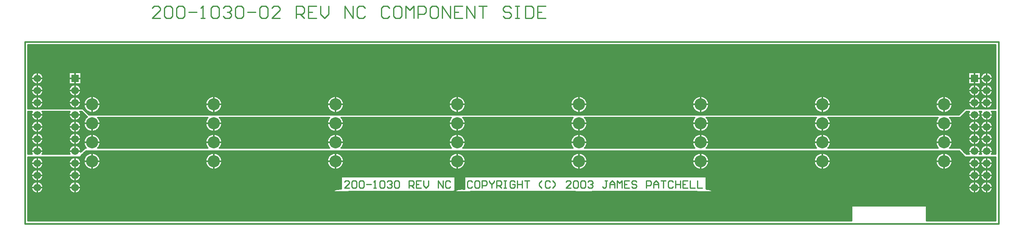
<source format=gtl>
*%FSLAX23Y23*%
*%MOIN*%
G01*
%ADD11C,0.006*%
%ADD12C,0.007*%
%ADD13C,0.010*%
%ADD14C,0.012*%
%ADD15C,0.036*%
%ADD16C,0.055*%
%ADD17C,0.056*%
%ADD18C,0.062*%
%ADD19C,0.068*%
%ADD20C,0.075*%
%ADD21C,0.100*%
%ADD22C,0.106*%
%ADD23C,0.200*%
%ADD24C,0.210*%
%ADD25C,0.216*%
%ADD26C,0.220*%
%ADD27R,0.062X0.062*%
%ADD28R,0.068X0.068*%
%ADD29R,0.230X0.230*%
%ADD30R,0.250X0.250*%
D13*
X6373Y7653D02*
Y7663D01*
X13653Y7618D02*
X13658D01*
Y7638D02*
X13858D01*
X6403Y7918D02*
X6383D01*
X6378Y7928D02*
X6393D01*
X6383Y7938D02*
X6373D01*
X13623Y7918D02*
X13638D01*
X13633Y7938D02*
X13858D01*
X13393Y7698D02*
Y7683D01*
Y7698D02*
Y7703D01*
X13638Y7918D02*
Y7923D01*
X13708Y7938D02*
Y7888D01*
X13658Y7938D02*
Y7963D01*
X13708Y7688D02*
Y7638D01*
X13643Y7633D02*
X13638Y7628D01*
X13623Y7918D02*
X13653Y7948D01*
X13648D02*
X13653Y7953D01*
X13808Y7938D02*
Y7888D01*
Y7688D02*
Y7638D01*
X9583Y7383D02*
X9573Y7393D01*
X9553D01*
X9543Y7383D01*
Y7343D01*
X9553Y7333D01*
X9573D01*
X9583Y7343D01*
X9613Y7393D02*
X9633D01*
X9613D02*
X9603Y7383D01*
Y7343D01*
X9613Y7333D01*
X9633D01*
X9643Y7343D01*
Y7383D01*
X9633Y7393D01*
X9663D02*
Y7333D01*
Y7393D02*
X9693D01*
X9703Y7383D01*
Y7363D01*
X9693Y7353D01*
X9663D01*
X9723Y7383D02*
Y7393D01*
Y7383D02*
X9743Y7363D01*
X9763Y7383D01*
Y7393D01*
X9743Y7363D02*
Y7333D01*
X9783D02*
Y7393D01*
X9813D01*
X9823Y7383D01*
Y7363D01*
X9813Y7353D01*
X9783D01*
X9803D02*
X9823Y7333D01*
X9843Y7393D02*
X9863D01*
X9853D01*
Y7333D01*
X9843D01*
X9863D01*
X9923Y7393D02*
X9933Y7383D01*
X9923Y7393D02*
X9903D01*
X9893Y7383D01*
Y7343D01*
X9903Y7333D01*
X9923D01*
X9933Y7343D01*
Y7363D01*
X9913D01*
X9953Y7393D02*
Y7333D01*
Y7363D01*
X9993D01*
Y7393D01*
Y7333D01*
X10013Y7393D02*
X10053D01*
X10033D01*
Y7333D01*
X10133Y7353D02*
X10153Y7333D01*
X10133Y7353D02*
Y7373D01*
X10153Y7393D01*
X10213D02*
X10223Y7383D01*
X10213Y7393D02*
X10193D01*
X10183Y7383D01*
Y7343D01*
X10193Y7333D01*
X10213D01*
X10223Y7343D01*
X10243Y7333D02*
X10263Y7353D01*
Y7373D01*
X10243Y7393D01*
X10353Y7333D02*
X10393D01*
X10353D02*
X10393Y7373D01*
Y7383D01*
X10383Y7393D01*
X10363D01*
X10353Y7383D01*
X10413D02*
X10423Y7393D01*
X10443D01*
X10453Y7383D01*
Y7343D01*
X10443Y7333D01*
X10423D01*
X10413Y7343D01*
Y7383D01*
X10473D02*
X10483Y7393D01*
X10503D01*
X10513Y7383D01*
Y7343D01*
X10503Y7333D01*
X10483D01*
X10473Y7343D01*
Y7383D01*
X10533D02*
X10543Y7393D01*
X10563D01*
X10573Y7383D01*
Y7373D01*
X10574D01*
X10573D02*
X10574D01*
X10573D02*
X10574D01*
X10573D02*
X10563Y7363D01*
X10553D01*
X10563D01*
X10573Y7353D01*
Y7343D01*
X10563Y7333D01*
X10543D01*
X10533Y7343D01*
X10673Y7393D02*
X10693D01*
X10683D02*
X10673D01*
X10683D02*
Y7343D01*
X10673Y7333D01*
X10663D01*
X10653Y7343D01*
X10713Y7333D02*
Y7373D01*
X10733Y7393D01*
X10753Y7373D01*
Y7333D01*
Y7363D01*
X10713D01*
X10773Y7333D02*
Y7393D01*
X10793Y7373D01*
X10813Y7393D01*
Y7333D01*
X10833Y7393D02*
X10873D01*
X10833D02*
Y7333D01*
X10873D01*
X10853Y7363D02*
X10833D01*
X10923Y7393D02*
X10933Y7383D01*
X10923Y7393D02*
X10903D01*
X10893Y7383D01*
Y7373D01*
X10903Y7363D01*
X10923D01*
X10933Y7353D01*
Y7343D01*
X10923Y7333D01*
X10903D01*
X10893Y7343D01*
X11013Y7333D02*
Y7393D01*
X11043D01*
X11053Y7383D01*
Y7363D01*
X11043Y7353D01*
X11013D01*
X11073Y7333D02*
Y7373D01*
X11092Y7393D01*
X11112Y7373D01*
Y7333D01*
Y7363D01*
X11073D01*
X11132Y7393D02*
X11172D01*
X11152D01*
Y7333D01*
X11222Y7393D02*
X11232Y7383D01*
X11222Y7393D02*
X11202D01*
X11192Y7383D01*
Y7343D01*
X11202Y7333D01*
X11222D01*
X11232Y7343D01*
X11252Y7333D02*
Y7393D01*
Y7363D02*
Y7333D01*
Y7363D02*
X11292D01*
Y7393D01*
Y7333D01*
X11312Y7393D02*
X11352D01*
X11312D02*
Y7333D01*
X11352D01*
X11332Y7363D02*
X11312D01*
X11372Y7393D02*
Y7333D01*
X11412D01*
X11432D02*
Y7393D01*
Y7333D02*
X11472D01*
X7020Y8733D02*
X6953D01*
X7020Y8800D01*
Y8816D01*
X7003Y8833D01*
X6970D01*
X6953Y8816D01*
X7053D02*
X7070Y8833D01*
X7103D01*
X7120Y8816D01*
Y8750D01*
X7103Y8733D01*
X7070D01*
X7053Y8750D01*
Y8816D01*
X7153D02*
X7170Y8833D01*
X7203D01*
X7220Y8816D01*
Y8750D01*
X7203Y8733D01*
X7170D01*
X7153Y8750D01*
Y8816D01*
X7253Y8783D02*
X7320D01*
X7353Y8733D02*
X7386D01*
X7370D01*
Y8833D01*
X7371D01*
X7370D02*
X7353Y8816D01*
X7436D02*
X7453Y8833D01*
X7486D01*
X7503Y8816D01*
Y8750D01*
X7486Y8733D01*
X7453D01*
X7436Y8750D01*
Y8816D01*
X7536D02*
X7553Y8833D01*
X7586D01*
X7603Y8816D01*
Y8800D01*
X7604D01*
X7603D02*
X7604D01*
X7603D02*
X7604D01*
X7603D02*
X7586Y8783D01*
X7569D01*
X7586D01*
X7603Y8766D01*
Y8750D01*
X7586Y8733D01*
X7553D01*
X7536Y8750D01*
X7636Y8816D02*
X7653Y8833D01*
X7686D01*
X7703Y8816D01*
Y8750D01*
X7686Y8733D01*
X7653D01*
X7636Y8750D01*
Y8816D01*
X7736Y8783D02*
X7803D01*
X7836Y8816D02*
X7853Y8833D01*
X7886D01*
X7903Y8816D01*
Y8750D01*
X7886Y8733D01*
X7853D01*
X7836Y8750D01*
Y8816D01*
X7936Y8733D02*
X8003D01*
X7936D02*
X8003Y8800D01*
Y8816D01*
X7986Y8833D01*
X7953D01*
X7936Y8816D01*
X8136Y8833D02*
Y8733D01*
Y8833D02*
X8186D01*
X8203Y8816D01*
Y8783D01*
X8186Y8766D01*
X8136D01*
X8169D02*
X8203Y8733D01*
X8236Y8833D02*
X8303D01*
X8236D02*
Y8733D01*
X8303D01*
X8269Y8783D02*
X8236D01*
X8336Y8766D02*
Y8833D01*
Y8766D02*
X8369Y8733D01*
X8403Y8766D01*
Y8833D01*
X8536D02*
Y8733D01*
X8602D02*
X8536Y8833D01*
X8602D02*
Y8733D01*
X8702Y8816D02*
X8686Y8833D01*
X8652D01*
X8636Y8816D01*
Y8750D01*
X8652Y8733D01*
X8686D01*
X8702Y8750D01*
X8886Y8833D02*
X8902Y8816D01*
X8886Y8833D02*
X8852D01*
X8836Y8816D01*
Y8750D01*
X8852Y8733D01*
X8886D01*
X8902Y8750D01*
X8952Y8833D02*
X8986D01*
X8952D02*
X8936Y8816D01*
Y8750D01*
X8952Y8733D01*
X8986D01*
X9002Y8750D01*
Y8816D01*
X8986Y8833D01*
X9036D02*
Y8733D01*
X9069Y8800D02*
X9036Y8833D01*
X9069Y8800D02*
X9102Y8833D01*
Y8733D01*
X9136D02*
Y8833D01*
X9186D01*
X9202Y8816D01*
Y8783D01*
X9186Y8766D01*
X9136D01*
X9252Y8833D02*
X9286D01*
X9252D02*
X9236Y8816D01*
Y8750D01*
X9252Y8733D01*
X9286D01*
X9302Y8750D01*
Y8816D01*
X9286Y8833D01*
X9336D02*
Y8733D01*
X9402D02*
X9336Y8833D01*
X9402D02*
Y8733D01*
X9436Y8833D02*
X9502D01*
X9436D02*
Y8733D01*
X9502D01*
X9469Y8783D02*
X9436D01*
X9535Y8733D02*
Y8833D01*
X9602Y8733D01*
Y8833D01*
X9635D02*
X9702D01*
X9669D01*
Y8733D01*
X9885Y8833D02*
X9902Y8816D01*
X9885Y8833D02*
X9852D01*
X9835Y8816D01*
Y8800D01*
X9852Y8783D01*
X9885D01*
X9902Y8766D01*
Y8750D01*
X9885Y8733D01*
X9852D01*
X9835Y8750D01*
X9935Y8833D02*
X9969D01*
X9952D01*
Y8733D01*
X9935D01*
X9969D01*
X10019D02*
Y8833D01*
Y8733D02*
X10069D01*
X10085Y8750D01*
Y8816D01*
X10069Y8833D01*
X10019D01*
X10119D02*
X10185D01*
X10119D02*
Y8733D01*
X10185D01*
X10152Y8783D02*
X10119D01*
X8573Y7333D02*
X8533D01*
X8573Y7373D01*
Y7383D01*
X8563Y7393D01*
X8543D01*
X8533Y7383D01*
X8593D02*
X8603Y7393D01*
X8623D01*
X8633Y7383D01*
Y7343D01*
X8623Y7333D01*
X8603D01*
X8593Y7343D01*
Y7383D01*
X8653D02*
X8663Y7393D01*
X8683D01*
X8693Y7383D01*
Y7343D01*
X8683Y7333D01*
X8663D01*
X8653Y7343D01*
Y7383D01*
X8713Y7363D02*
X8753D01*
X8773Y7333D02*
X8793D01*
X8783D01*
Y7393D01*
X8784D01*
X8783D02*
X8773Y7383D01*
X8823D02*
X8833Y7393D01*
X8853D01*
X8863Y7383D01*
Y7343D01*
X8853Y7333D01*
X8833D01*
X8823Y7343D01*
Y7383D01*
X8883D02*
X8893Y7393D01*
X8913D01*
X8923Y7383D01*
Y7373D01*
X8924D01*
X8923D02*
X8924D01*
X8923D02*
X8924D01*
X8923D02*
X8913Y7363D01*
X8903D01*
X8913D01*
X8923Y7353D01*
Y7343D01*
X8913Y7333D01*
X8893D01*
X8883Y7343D01*
X8943Y7383D02*
X8953Y7393D01*
X8973D01*
X8983Y7383D01*
Y7343D01*
X8973Y7333D01*
X8953D01*
X8943Y7343D01*
Y7383D01*
X9063Y7393D02*
Y7333D01*
Y7393D02*
X9093D01*
X9103Y7383D01*
Y7363D01*
X9093Y7353D01*
X9063D01*
X9083D02*
X9103Y7333D01*
X9123Y7393D02*
X9163D01*
X9123D02*
Y7333D01*
X9163D01*
X9143Y7363D02*
X9123D01*
X9183Y7353D02*
Y7393D01*
Y7353D02*
X9203Y7333D01*
X9223Y7353D01*
Y7393D01*
X9303D02*
Y7333D01*
X9343D02*
X9303Y7393D01*
X9343D02*
Y7333D01*
X9403Y7383D02*
X9393Y7393D01*
X9373D01*
X9363Y7383D01*
Y7343D01*
X9373Y7333D01*
X9393D01*
X9403Y7343D01*
D14*
X12700Y7186D02*
X13316D01*
X12700Y7063D02*
X5933D01*
X13316D02*
X13883D01*
X12700Y7070D02*
X5933D01*
X13316D02*
X13883D01*
X6476Y7082D02*
X5933D01*
X6520D02*
X7476D01*
X7520D02*
X8476D01*
X8520D02*
X9476D01*
X9520D02*
X10476D01*
X10520D02*
X11476D01*
X11520D02*
X12476D01*
X12520D02*
X12700D01*
X13316D02*
X13476D01*
X13520D02*
X13883D01*
X6441Y7094D02*
X5933D01*
X6555D02*
X7441D01*
X7555D02*
X8441D01*
X8555D02*
X9441D01*
X9555D02*
X10441D01*
X10555D02*
X11441D01*
X11555D02*
X12441D01*
X12555D02*
X12700D01*
X13316D02*
X13441D01*
X13555D02*
X13883D01*
X6422Y7106D02*
X5933D01*
X6574D02*
X7422D01*
X7574D02*
X8422D01*
X8574D02*
X9422D01*
X9574D02*
X10422D01*
X10574D02*
X11422D01*
X11574D02*
X12422D01*
X12574D02*
X12700D01*
X13316D02*
X13422D01*
X13574D02*
X13883D01*
X6409Y7118D02*
X5933D01*
X6587D02*
X7409D01*
X7587D02*
X8409D01*
X8587D02*
X9409D01*
X9587D02*
X10409D01*
X10587D02*
X11409D01*
X11587D02*
X12409D01*
X12587D02*
X12700D01*
X13316D02*
X13409D01*
X13587D02*
X13883D01*
X6399Y7130D02*
X5933D01*
X6597D02*
X7399D01*
X7597D02*
X8399D01*
X8597D02*
X9399D01*
X9597D02*
X10399D01*
X10597D02*
X11399D01*
X11597D02*
X12399D01*
X12597D02*
X12700D01*
X13316D02*
X13399D01*
X13597D02*
X13883D01*
X6391Y7142D02*
X5933D01*
X6605D02*
X7391D01*
X7605D02*
X8391D01*
X8605D02*
X9391D01*
X9605D02*
X10391D01*
X10605D02*
X11391D01*
X11605D02*
X12391D01*
X12605D02*
X12700D01*
X13316D02*
X13391D01*
X13605D02*
X13883D01*
X6385Y7154D02*
X5933D01*
X6611D02*
X7385D01*
X7611D02*
X8385D01*
X8611D02*
X9385D01*
X9611D02*
X10385D01*
X10611D02*
X11385D01*
X11611D02*
X12385D01*
X12611D02*
X12700D01*
X13316D02*
X13385D01*
X13611D02*
X13883D01*
X6381Y7166D02*
X5933D01*
X6615D02*
X7381D01*
X7615D02*
X8381D01*
X8615D02*
X9381D01*
X9615D02*
X10381D01*
X10615D02*
X11381D01*
X11615D02*
X12381D01*
X12615D02*
X12700D01*
X13316D02*
X13381D01*
X13615D02*
X13883D01*
X6378Y7178D02*
X5933D01*
X6618D02*
X7378D01*
X7618D02*
X8378D01*
X8618D02*
X9378D01*
X9618D02*
X10378D01*
X10618D02*
X11378D01*
X11618D02*
X12378D01*
X12618D02*
X12700D01*
X13316D02*
X13378D01*
X13618D02*
X13883D01*
X6376Y7190D02*
X5933D01*
X6620D02*
X7376D01*
X7620D02*
X8376D01*
X8620D02*
X9376D01*
X9620D02*
X10376D01*
X10620D02*
X11376D01*
X11620D02*
X12376D01*
X12620D02*
X12700D01*
X13316D01*
X13376D01*
X13620D02*
X13883D01*
X6375Y7202D02*
X5933D01*
X6621D02*
X7375D01*
X7621D02*
X8375D01*
X8621D02*
X9375D01*
X9621D02*
X10375D01*
X10621D02*
X11375D01*
X11621D02*
X12375D01*
X12621D02*
X12700D01*
X13316D01*
X13375D01*
X13621D02*
X13883D01*
X5940Y7612D02*
Y7964D01*
X5952D02*
Y7612D01*
X5964Y7860D02*
Y7916D01*
Y7816D02*
Y7760D01*
Y7716D02*
Y7660D01*
X5976Y7875D02*
Y7901D01*
Y7801D02*
Y7775D01*
Y7701D02*
Y7675D01*
X6036Y7878D02*
Y7898D01*
Y7798D02*
Y7778D01*
Y7698D02*
Y7678D01*
X6048Y7866D02*
Y7910D01*
Y7810D02*
Y7766D01*
Y7710D02*
Y7666D01*
X6060Y7612D02*
Y7964D01*
X6072D02*
Y7612D01*
X5933D02*
Y7964D01*
X6008Y7938D02*
Y7889D01*
Y7838D02*
Y7789D01*
Y7838D02*
Y7887D01*
Y7738D02*
Y7689D01*
Y7738D02*
Y7787D01*
Y7687D02*
Y7638D01*
X5940Y7988D02*
Y8513D01*
X5952D02*
Y7988D01*
X5964Y8260D02*
Y8513D01*
Y8216D02*
Y8160D01*
Y8116D02*
Y8060D01*
Y8016D02*
Y7988D01*
X5976Y8275D02*
Y8513D01*
Y8201D02*
Y8175D01*
Y8101D02*
Y8075D01*
Y8001D02*
Y7988D01*
X5988Y8283D02*
Y8513D01*
X6000D02*
Y8286D01*
X6012Y8287D02*
Y8513D01*
X6024D02*
Y8284D01*
X6036Y8278D02*
Y8513D01*
Y8198D02*
Y8178D01*
Y8098D02*
Y8078D01*
X6048Y8266D02*
Y8513D01*
Y8210D02*
Y8166D01*
Y8110D02*
Y8066D01*
Y8010D02*
Y7988D01*
X6060D02*
Y8513D01*
X6072D02*
Y7988D01*
X5933D02*
Y8513D01*
X6008Y8238D02*
Y8189D01*
Y8238D02*
Y8287D01*
Y8138D02*
Y8089D01*
Y8138D02*
Y8187D01*
Y8038D02*
Y7989D01*
Y8038D02*
Y8087D01*
Y7587D02*
Y7538D01*
Y7489D01*
Y7487D02*
Y7438D01*
Y7389D01*
Y7387D02*
Y7338D01*
Y7289D01*
X5933Y7063D02*
Y7588D01*
X6072D02*
Y7063D01*
X6060D02*
Y7588D01*
X6048Y7310D02*
Y7063D01*
Y7366D02*
Y7410D01*
Y7466D02*
Y7510D01*
Y7566D02*
Y7588D01*
X6036Y7298D02*
Y7063D01*
Y7378D02*
Y7398D01*
Y7478D02*
Y7498D01*
X6024Y7292D02*
Y7063D01*
X6012D02*
Y7289D01*
X6000Y7290D02*
Y7063D01*
X5988D02*
Y7293D01*
X5976Y7301D02*
Y7063D01*
Y7375D02*
Y7401D01*
Y7475D02*
Y7501D01*
Y7575D02*
Y7588D01*
X5964Y7316D02*
Y7063D01*
Y7360D02*
Y7416D01*
Y7460D02*
Y7516D01*
Y7560D02*
Y7588D01*
X5952D02*
Y7063D01*
X5940D02*
Y7588D01*
X13708Y7338D02*
X13757D01*
X13708D02*
X13659D01*
X13808D02*
X13857D01*
X13808D02*
X13759D01*
X6367D02*
X6318D01*
X6269D01*
X6057D02*
X6008D01*
X5959D01*
X9567Y7305D02*
X10429D01*
X10567D02*
X11429D01*
X9429D02*
X8567D01*
X6375Y7214D02*
X5933D01*
X6621D02*
X7375D01*
X7621D02*
X8375D01*
X8621D02*
X9375D01*
X9621D02*
X10375D01*
X10621D02*
X11375D01*
X11621D02*
X12375D01*
X12621D02*
X13375D01*
X13621D02*
X13883D01*
X6377Y7226D02*
X5933D01*
X6619D02*
X7377D01*
X7619D02*
X8377D01*
X8619D02*
X9377D01*
X9619D02*
X10377D01*
X10619D02*
X11377D01*
X11619D02*
X12377D01*
X12619D02*
X13377D01*
X13619D02*
X13883D01*
X6380Y7238D02*
X5933D01*
X6616D02*
X7380D01*
X7616D02*
X8380D01*
X8616D02*
X9380D01*
X9616D02*
X10380D01*
X10616D02*
X11380D01*
X11616D02*
X12380D01*
X12616D02*
X13380D01*
X13616D02*
X13883D01*
X6384Y7250D02*
X5933D01*
X6612D02*
X7384D01*
X7612D02*
X8384D01*
X8612D02*
X9384D01*
X9612D02*
X10384D01*
X10612D02*
X11384D01*
X11612D02*
X12384D01*
X12612D02*
X13384D01*
X13612D02*
X13883D01*
X6390Y7262D02*
X5933D01*
X6606D02*
X7390D01*
X7606D02*
X8390D01*
X8606D02*
X9390D01*
X9606D02*
X10390D01*
X10606D02*
X11390D01*
X11606D02*
X12390D01*
X12606D02*
X13390D01*
X13606D02*
X13883D01*
X6398Y7274D02*
X5933D01*
X6598D02*
X7398D01*
X7598D02*
X8398D01*
X8598D02*
X9398D01*
X9598D02*
X10398D01*
X10598D02*
X11398D01*
X11598D02*
X12398D01*
X12598D02*
X13398D01*
X13598D02*
X13883D01*
X6407Y7286D02*
X5933D01*
X6589D02*
X7407D01*
X7589D02*
X8407D01*
X8589D02*
X9407D01*
X9589D02*
X10407D01*
X10589D02*
X11407D01*
X11589D02*
X12407D01*
X12589D02*
X13407D01*
X13589D02*
X13883D01*
X5980Y7298D02*
X5933D01*
X6036D02*
X6290D01*
X6346D02*
X6420D01*
X6576D02*
X7420D01*
X7576D02*
X8420D01*
X8576D02*
X9420D01*
X9576D02*
X10420D01*
X10576D02*
X11420D01*
X11576D02*
X12420D01*
X12576D02*
X13420D01*
X13576D02*
X13680D01*
X13736D02*
X13780D01*
X13836D02*
X13883D01*
X5968Y7310D02*
X5933D01*
X6048D02*
X6278D01*
X6358D02*
X6437D01*
X6559D02*
X7437D01*
X7559D02*
X8437D01*
X11559D02*
X12437D01*
X12559D02*
X13437D01*
X13559D02*
X13668D01*
X13748D02*
X13768D01*
X13848D02*
X13883D01*
X5962Y7322D02*
X5933D01*
X6054D02*
X6272D01*
X6364D02*
X6467D01*
X6529D02*
X7467D01*
X7529D02*
X8467D01*
X9441D02*
X9467D01*
X11529D02*
X12467D01*
X12529D02*
X13467D01*
X13529D02*
X13662D01*
X13854D02*
X13883D01*
X5959Y7334D02*
X5933D01*
X6057D02*
X6269D01*
X6367D02*
X8505D01*
X9441D02*
X9520D01*
X11506D02*
X13659D01*
X13857D02*
X13883D01*
X5960Y7346D02*
X5933D01*
X6056D02*
X6270D01*
X6366D02*
X8505D01*
X9441D02*
X9520D01*
X11506D02*
X13660D01*
X13856D02*
X13883D01*
X5963Y7358D02*
X5933D01*
X6053D02*
X6273D01*
X6363D02*
X8505D01*
X9441D02*
X9520D01*
X11506D02*
X13663D01*
X13853D02*
X13883D01*
X5971Y7370D02*
X5933D01*
X6045D02*
X6281D01*
X6355D02*
X8505D01*
X9441D02*
X9520D01*
X11506D02*
X13671D01*
X13745D02*
X13771D01*
X13845D02*
X13883D01*
X5986Y7382D02*
X5933D01*
X6030D02*
X6296D01*
X6340D02*
X8505D01*
X9441D02*
X9520D01*
X11506D02*
X13686D01*
X13730D02*
X13786D01*
X13830D02*
X13883D01*
X5986Y7394D02*
X5933D01*
X6030D02*
X6296D01*
X6340D02*
X8505D01*
X9441D02*
X9520D01*
X11506D02*
X13686D01*
X13730D02*
X13786D01*
X13830D02*
X13883D01*
X5971Y7406D02*
X5933D01*
X6045D02*
X6281D01*
X6355D02*
X8505D01*
X9441D02*
X9520D01*
X11506D02*
X13671D01*
X13745D02*
X13771D01*
X13845D02*
X13883D01*
X6084Y7612D02*
Y7964D01*
X6096D02*
Y7612D01*
X6108D02*
Y7964D01*
X6120D02*
Y7612D01*
X6132D02*
Y7964D01*
X6144D02*
Y7612D01*
X6156D02*
Y7964D01*
X6168D02*
Y7612D01*
X6180D02*
Y7964D01*
X6192D02*
Y7612D01*
X6204D02*
Y7964D01*
X6216D02*
Y7612D01*
X6228D02*
Y7964D01*
X6240D02*
Y7612D01*
X6252D02*
Y7964D01*
X6264D02*
Y7612D01*
X6276Y7863D02*
Y7913D01*
Y7813D02*
Y7763D01*
Y7713D02*
Y7663D01*
X6084Y7988D02*
Y8513D01*
X6096D02*
Y7988D01*
X6108D02*
Y8513D01*
X6120D02*
Y7988D01*
X6132D02*
Y8513D01*
X6144D02*
Y7988D01*
X6156D02*
Y8513D01*
X6168D02*
Y7988D01*
X6180D02*
Y8513D01*
X6192D02*
Y7988D01*
X6204D02*
Y8513D01*
X6216D02*
Y7988D01*
X6228D02*
Y8513D01*
X6240D02*
Y7988D01*
X6252Y8287D02*
Y8513D01*
Y8287D02*
Y8189D01*
Y7988D01*
X6264Y8287D02*
Y8513D01*
Y8287D02*
Y8189D01*
Y7988D01*
X6276Y8287D02*
Y8513D01*
Y8189D02*
Y8163D01*
Y8113D02*
Y8063D01*
Y8013D02*
Y7988D01*
X6269Y8189D02*
Y8287D01*
X6276Y7313D02*
Y7063D01*
Y7363D02*
Y7413D01*
Y7463D02*
Y7513D01*
Y7563D02*
Y7588D01*
X6264D02*
Y7063D01*
X6252D02*
Y7588D01*
X6240D02*
Y7063D01*
X6228D02*
Y7588D01*
X6216D02*
Y7063D01*
X6204D02*
Y7588D01*
X6192D02*
Y7063D01*
X6180D02*
Y7588D01*
X6168D02*
Y7063D01*
X6156D02*
Y7588D01*
X6144D02*
Y7063D01*
X6132D02*
Y7588D01*
X6120D02*
Y7063D01*
X6108D02*
Y7588D01*
X6096D02*
Y7063D01*
X6084D02*
Y7588D01*
X13708Y7538D02*
X13757D01*
X13708D02*
X13659D01*
X13808D02*
X13857D01*
X13808D02*
X13759D01*
X13757Y7438D02*
X13708D01*
X13659D01*
X13808D02*
X13857D01*
X13808D02*
X13759D01*
X13526Y7554D02*
X13458D01*
X13390D01*
X11526D02*
X11458D01*
X11390D01*
X12458D02*
X12526D01*
X12458D02*
X12390D01*
X10526D02*
X10458D01*
X10390D01*
X8526D02*
X8458D01*
X8390D01*
X9458D02*
X9526D01*
X9458D02*
X9390D01*
X7526D02*
X7458D01*
X7390D01*
X6367Y7538D02*
X6318D01*
X6269D01*
X6318Y7438D02*
X6367D01*
X6318D02*
X6269D01*
X6057Y7538D02*
X6008D01*
X5959D01*
X6008Y7438D02*
X6057D01*
X6008D02*
X5959D01*
X6458Y7554D02*
X6526D01*
X6458D02*
X6390D01*
X9520Y7426D02*
X11506D01*
X9441D02*
X8505D01*
X13633Y7588D02*
X13883D01*
X6358D02*
X5933D01*
Y7418D02*
X5963D01*
X6053D02*
X6273D01*
X6363D02*
X8505D01*
X9441D02*
X9520D01*
X11506D02*
X13663D01*
X13853D02*
X13883D01*
X5960Y7430D02*
X5933D01*
X6056D02*
X6270D01*
X6366D02*
X8505D01*
X9441D01*
X9520D01*
X11506D01*
X13660D01*
X13856D02*
X13883D01*
X5959Y7442D02*
X5933D01*
X6057D02*
X6269D01*
X6367D02*
X8505D01*
X9441D01*
X9520D01*
X11506D01*
X13659D01*
X13857D02*
X13883D01*
X5962Y7454D02*
X5933D01*
X6054D02*
X6272D01*
X6364D02*
X13662D01*
X13854D02*
X13883D01*
X5968Y7466D02*
X5933D01*
X6048D02*
X6278D01*
X6358D02*
X13668D01*
X13748D02*
X13768D01*
X13848D02*
X13883D01*
X5980Y7478D02*
X5933D01*
X6036D02*
X6290D01*
X6346D02*
X13680D01*
X13736D02*
X13780D01*
X13836D02*
X13883D01*
X5998Y7490D02*
X5933D01*
X6018D02*
X6308D01*
X6328D02*
X6435D01*
X6481D02*
X7435D01*
X7481D02*
X8435D01*
X8481D02*
X9435D01*
X9481D02*
X10435D01*
X10481D02*
X11435D01*
X11481D02*
X12435D01*
X12481D02*
X13435D01*
X13481D02*
X13698D01*
X13718D02*
X13798D01*
X13818D02*
X13883D01*
X5975Y7502D02*
X5933D01*
X6041D02*
X6285D01*
X6351D02*
X6414D01*
X6502D02*
X7414D01*
X7502D02*
X8414D01*
X8502D02*
X9414D01*
X9502D02*
X10414D01*
X10502D02*
X11414D01*
X11502D02*
X12414D01*
X12502D02*
X13414D01*
X13502D02*
X13675D01*
X13741D02*
X13775D01*
X13841D02*
X13883D01*
X5965Y7514D02*
X5933D01*
X6051D02*
X6275D01*
X6361D02*
X6403D01*
X6513D02*
X7403D01*
X7513D02*
X8403D01*
X8513D02*
X9403D01*
X9513D02*
X10403D01*
X10513D02*
X11403D01*
X11513D02*
X12403D01*
X12513D02*
X13403D01*
X13513D02*
X13665D01*
X13751D02*
X13765D01*
X13851D02*
X13883D01*
X5960Y7526D02*
X5933D01*
X6056D02*
X6270D01*
X6366D02*
X6396D01*
X6520D02*
X7396D01*
X7520D02*
X8396D01*
X8520D02*
X9396D01*
X9520D02*
X10396D01*
X10520D02*
X11396D01*
X11520D02*
X12396D01*
X12520D02*
X13396D01*
X13520D02*
X13660D01*
X13856D02*
X13883D01*
X5959Y7538D02*
X5933D01*
X6057D02*
X6269D01*
X6367D02*
X6392D01*
X6524D02*
X7392D01*
X7524D02*
X8392D01*
X8524D02*
X9392D01*
X9524D02*
X10392D01*
X10524D02*
X11392D01*
X11524D02*
X12392D01*
X12524D02*
X13392D01*
X13524D02*
X13659D01*
X13857D02*
X13883D01*
X5960Y7550D02*
X5933D01*
X6056D02*
X6270D01*
X6366D02*
X6390D01*
X6526D02*
X7390D01*
X7526D02*
X8390D01*
X8526D02*
X9390D01*
X9526D02*
X10390D01*
X10526D02*
X11390D01*
X11526D02*
X12390D01*
X12526D02*
X13390D01*
X13526D02*
X13660D01*
X13856D02*
X13883D01*
X5965Y7562D02*
X5933D01*
X6051D02*
X6275D01*
X6361D02*
X6390D01*
X6526D02*
X7390D01*
X7526D02*
X8390D01*
X8526D02*
X9390D01*
X9526D02*
X10390D01*
X10526D02*
X11390D01*
X11526D02*
X12390D01*
X12526D02*
X13390D01*
X13526D02*
X13665D01*
X13751D02*
X13765D01*
X13851D02*
X13883D01*
X5975Y7574D02*
X5933D01*
X6041D02*
X6285D01*
X6351D02*
X6393D01*
X6523D02*
X7393D01*
X7523D02*
X8393D01*
X8523D02*
X9393D01*
X9523D02*
X10393D01*
X10523D02*
X11393D01*
X11523D02*
X12393D01*
X12523D02*
X13393D01*
X13523D02*
X13675D01*
X13741D02*
X13775D01*
X13841D02*
X13883D01*
X5998Y7586D02*
X5933D01*
X6018D02*
X6308D01*
X6328D02*
X6398D01*
X6518D02*
X7398D01*
X7518D02*
X8398D01*
X8518D02*
X9398D01*
X9518D02*
X10398D01*
X10518D02*
X11398D01*
X11518D02*
X12398D01*
X12518D02*
X13398D01*
X13518D02*
X13698D01*
X13718D02*
X13798D01*
X13818D02*
X13883D01*
X6406Y7598D02*
X6368D01*
X6510D02*
X7406D01*
X7510D02*
X8406D01*
X8510D02*
X9406D01*
X9510D02*
X10406D01*
X10510D02*
X11406D01*
X11510D02*
X12406D01*
X12510D02*
X13406D01*
X13510D02*
X13623D01*
X6288Y7877D02*
Y7899D01*
Y7799D02*
Y7777D01*
Y7699D02*
Y7677D01*
X6348Y7877D02*
Y7899D01*
Y7799D02*
Y7777D01*
Y7699D02*
Y7677D01*
X6360Y7863D02*
Y7913D01*
Y7813D02*
Y7763D01*
Y7713D02*
Y7663D01*
X6372Y7662D02*
Y7934D01*
X6384Y7922D02*
Y7662D01*
X6396Y7894D02*
Y7914D01*
Y7838D02*
Y7738D01*
Y7682D02*
Y7662D01*
X6408Y7756D02*
Y7820D01*
X6420Y7810D02*
Y7766D01*
X6432Y7773D02*
Y7803D01*
X6444Y7799D02*
Y7777D01*
X6456Y7778D02*
Y7798D01*
X6468Y7799D02*
Y7777D01*
X6372Y7650D02*
Y7646D01*
Y7638D01*
Y7636D01*
X6396Y7660D02*
Y7662D01*
X6372Y7958D02*
Y7964D01*
Y7958D02*
Y7951D01*
Y7946D01*
X6384Y7951D02*
Y7953D01*
Y7951D02*
Y7946D01*
Y7939D01*
Y7934D01*
Y7933D01*
X6396Y7939D02*
Y7941D01*
Y7939D02*
Y7934D01*
Y7927D01*
Y7922D01*
Y7921D01*
X6408Y7927D02*
Y7929D01*
Y7927D02*
Y7922D01*
Y7915D01*
Y7914D01*
X6380Y7662D02*
Y7658D01*
Y7650D01*
Y7646D01*
Y7644D01*
X6368Y7646D02*
Y7650D01*
Y7646D02*
Y7638D01*
Y7634D01*
Y7632D01*
X6365Y7958D02*
Y7964D01*
X6377Y7960D02*
Y7958D01*
Y7951D01*
Y7946D01*
X6389D02*
Y7948D01*
Y7946D02*
Y7939D01*
Y7934D01*
X6401D02*
Y7936D01*
Y7934D02*
Y7927D01*
Y7922D01*
X6409Y7927D02*
Y7928D01*
Y7927D02*
Y7922D01*
Y7915D01*
Y7914D01*
X6458Y7866D02*
Y7798D01*
Y7778D02*
Y7710D01*
X6318Y7687D02*
Y7638D01*
Y7689D02*
Y7738D01*
Y7787D01*
Y7889D02*
Y7938D01*
Y7838D02*
Y7789D01*
Y7838D02*
Y7887D01*
X6288Y8287D02*
Y8513D01*
Y8189D02*
Y8177D01*
Y8099D02*
Y8077D01*
X6300Y8287D02*
Y8513D01*
X6312D02*
Y8287D01*
X6324D02*
Y8513D01*
X6336D02*
Y8287D01*
X6348D02*
Y8513D01*
Y8189D02*
Y8177D01*
Y8099D02*
Y8077D01*
X6360Y8287D02*
Y8513D01*
Y8189D02*
Y8163D01*
Y8113D02*
Y8063D01*
Y8013D02*
Y7988D01*
X6372Y8287D02*
Y8513D01*
Y8287D02*
Y8189D01*
Y7988D01*
X6384Y8287D02*
Y8513D01*
Y8287D02*
Y8189D01*
Y7988D01*
X6396Y8050D02*
Y8513D01*
Y7988D02*
Y7975D01*
X6408Y8068D02*
Y8513D01*
Y7976D02*
Y7963D01*
X6420Y8078D02*
Y8513D01*
Y7966D02*
Y7951D01*
X6432Y8085D02*
Y8513D01*
Y7959D02*
Y7939D01*
X6444Y8089D02*
Y8513D01*
Y7955D02*
Y7938D01*
X6456Y8090D02*
Y8513D01*
Y7954D02*
Y7938D01*
X6468Y8089D02*
Y8513D01*
Y7955D02*
Y7938D01*
X6367Y8189D02*
Y8287D01*
X6458Y8022D02*
Y7954D01*
Y8022D02*
Y8090D01*
X6318Y8038D02*
Y7989D01*
Y8038D02*
Y8087D01*
Y8189D02*
Y8238D01*
Y8287D01*
Y8138D02*
Y8089D01*
Y8138D02*
Y8187D01*
Y7587D02*
Y7538D01*
Y7489D01*
Y7487D02*
Y7438D01*
Y7389D01*
Y7387D02*
Y7338D01*
Y7289D01*
X6458Y7554D02*
Y7622D01*
Y7554D02*
Y7486D01*
X6468Y7084D02*
Y7063D01*
Y7322D02*
Y7487D01*
Y7621D02*
Y7638D01*
X6456Y7087D02*
Y7063D01*
Y7319D02*
Y7486D01*
Y7622D02*
Y7638D01*
X6444Y7092D02*
Y7063D01*
Y7314D02*
Y7487D01*
Y7621D02*
Y7638D01*
X6432Y7099D02*
Y7063D01*
Y7307D02*
Y7491D01*
Y7617D02*
Y7638D01*
X6420Y7108D02*
Y7063D01*
Y7298D02*
Y7498D01*
Y7610D02*
Y7638D01*
X6408Y7119D02*
Y7063D01*
Y7287D02*
Y7508D01*
Y7600D02*
Y7638D01*
X6396Y7134D02*
Y7063D01*
Y7272D02*
Y7526D01*
Y7582D02*
Y7626D01*
X6384Y7157D02*
Y7063D01*
Y7249D02*
Y7614D01*
X6372Y7588D02*
Y7063D01*
Y7588D02*
Y7602D01*
X6360Y7313D02*
Y7063D01*
Y7363D02*
Y7413D01*
Y7463D02*
Y7513D01*
Y7563D02*
Y7588D01*
X6348Y7299D02*
Y7063D01*
Y7377D02*
Y7399D01*
Y7477D02*
Y7499D01*
X6336Y7292D02*
Y7063D01*
X6324D02*
Y7289D01*
X6312D02*
Y7063D01*
X6300D02*
Y7292D01*
X6288Y7299D02*
Y7063D01*
Y7377D02*
Y7399D01*
Y7477D02*
Y7499D01*
X6384Y7658D02*
Y7662D01*
Y7658D02*
Y7650D01*
Y7648D01*
X6398Y7662D02*
X6404Y7668D01*
X6398Y7662D02*
X6396Y7660D01*
X6394Y7658D01*
X6386Y7650D01*
X6384Y7648D01*
X6382Y7646D01*
X6382Y7646D01*
X6380Y7644D01*
X6374Y7638D01*
X6372Y7636D01*
X6370Y7634D01*
X6368Y7632D01*
X6366Y7630D01*
X6375Y7962D02*
X6373Y7964D01*
X6375Y7962D02*
X6377Y7960D01*
X6379Y7958D01*
X6384Y7953D01*
X6386Y7951D01*
X6389Y7948D01*
X6391Y7946D01*
X6396Y7941D01*
X6398Y7939D01*
X6399Y7938D01*
X6401Y7936D01*
X6403Y7934D01*
X6407Y7930D01*
X6407Y7930D01*
X6408Y7929D01*
X6409Y7928D01*
X6410Y7927D01*
X6415Y7922D01*
X6416Y7921D01*
X6417Y7920D01*
X6433Y7938D02*
X6383Y7988D01*
X6408Y7638D02*
X6358Y7588D01*
X13818Y7790D02*
X13883D01*
X13798D02*
X13718D01*
X13698D02*
X6328D01*
X6308D02*
X6018D01*
X5998D02*
X5933D01*
X13836Y7778D02*
X13883D01*
X13780D02*
X13736D01*
X13680D02*
X13458D01*
X12458D01*
X11458D01*
X10458D01*
X9458D01*
X8458D01*
X7458D01*
X6458D01*
X6346D01*
X6290D02*
X6036D01*
X5980D02*
X5933D01*
X13848Y7766D02*
X13883D01*
X13768D02*
X13748D01*
X13668D02*
X13497D01*
X13419D02*
X12497D01*
X12419D02*
X11497D01*
X11419D02*
X10497D01*
X10419D02*
X9497D01*
X9419D02*
X8497D01*
X8419D02*
X7497D01*
X7419D02*
X6497D01*
X6419D02*
X6358D01*
X6278D02*
X6048D01*
X5968D02*
X5933D01*
X13854Y7754D02*
X13883D01*
X13662D02*
X13510D01*
X13406D02*
X12510D01*
X12406D02*
X11510D01*
X11406D02*
X10510D01*
X10406D02*
X9510D01*
X9406D02*
X8510D01*
X8406D02*
X7510D01*
X7406D02*
X6510D01*
X6406D02*
X6364D01*
X6272D02*
X6054D01*
X5962D02*
X5933D01*
X13857Y7742D02*
X13883D01*
X13659D02*
X13518D01*
X13398D02*
X12518D01*
X12398D02*
X11518D01*
X11398D02*
X10518D01*
X10398D02*
X9518D01*
X9398D02*
X8518D01*
X8398D02*
X7518D01*
X7398D02*
X6518D01*
X6398D02*
X6367D01*
X6269D02*
X6057D01*
X5959D02*
X5933D01*
X13856Y7730D02*
X13883D01*
X13660D02*
X13523D01*
X13393D02*
X12523D01*
X12393D02*
X11523D01*
X11393D02*
X10523D01*
X10393D02*
X9523D01*
X9393D02*
X8523D01*
X8393D02*
X7523D01*
X7393D02*
X6523D01*
X6393D02*
X6366D01*
X6270D02*
X6056D01*
X5960D02*
X5933D01*
X13853Y7718D02*
X13883D01*
X13663D02*
X13526D01*
X13390D02*
X12526D01*
X12390D02*
X11526D01*
X11390D02*
X10526D01*
X10390D02*
X9526D01*
X9390D02*
X8526D01*
X8390D02*
X7526D01*
X7390D02*
X6526D01*
X6390D02*
X6363D01*
X6273D02*
X6053D01*
X5963D02*
X5933D01*
X13845Y7706D02*
X13883D01*
X13771D02*
X13745D01*
X13671D02*
X13526D01*
X13390D02*
X12526D01*
X12390D02*
X11526D01*
X11390D02*
X10526D01*
X10390D02*
X9526D01*
X9390D02*
X8526D01*
X8390D02*
X7526D01*
X7390D02*
X6526D01*
X6390D02*
X6355D01*
X6281D02*
X6045D01*
X5971D02*
X5933D01*
X13830Y7694D02*
X13883D01*
X13786D02*
X13730D01*
X13686D02*
X13524D01*
X13392D02*
X12524D01*
X12392D02*
X11524D01*
X11392D02*
X10524D01*
X10392D02*
X9524D01*
X9392D02*
X8524D01*
X8392D02*
X7524D01*
X7392D02*
X6524D01*
X6392D02*
X6340D01*
X6296D02*
X6030D01*
X5986D02*
X5933D01*
X13830Y7682D02*
X13883D01*
X13786D02*
X13730D01*
X13686D02*
X13520D01*
X13396D02*
X12520D01*
X12396D02*
X11520D01*
X11396D02*
X10520D01*
X10396D02*
X9520D01*
X9396D02*
X8520D01*
X8396D02*
X7520D01*
X7396D02*
X6520D01*
X6396D02*
X6340D01*
X6296D02*
X6030D01*
X5986D02*
X5933D01*
X13845Y7670D02*
X13883D01*
X13771D02*
X13745D01*
X13671D02*
X13607D01*
X13572D02*
X13560D01*
X13548D01*
X13524D01*
X13392D02*
X13380D01*
X13368D01*
X13164D01*
X13152D01*
X13140D01*
X13128D01*
X13116D01*
X13104D01*
X13092D01*
X13080D01*
X13068D01*
X13056D01*
X13044D01*
X13032D01*
X13020D01*
X13008D01*
X12996D01*
X12984D01*
X12972D01*
X12960D01*
X12948D01*
X12936D01*
X12924D01*
X12912D01*
X12900D01*
X12888D01*
X12876D01*
X12864D01*
X12852D01*
X12840D01*
X12828D01*
X12816D01*
X12804D01*
X12792D01*
X12780D01*
X12768D01*
X12756D01*
X12744D01*
X12732D01*
X12720D01*
X12708D01*
X12696D01*
X12684D01*
X12540D01*
X12528D01*
X12516D01*
X12396D02*
X12384D01*
X12372D01*
X12360D01*
X12216D01*
X12180D01*
X12168D01*
X13853Y7658D02*
X13883D01*
X13663D02*
X13607D01*
X13856Y7646D02*
X13883D01*
X13660D02*
X13609D01*
X6269Y7634D02*
X6057D01*
X5959D02*
X5933D01*
X13857D02*
X13883D01*
X13659D02*
X13647D01*
X6264Y7622D02*
X6252D01*
X6240D01*
X6228D01*
X6216D01*
X6204D01*
X6192D01*
X6180D01*
X6168D01*
X6156D01*
X6144D01*
X6132D01*
X6120D01*
X6108D01*
X6096D01*
X6084D01*
X6072D01*
X6060D01*
X5952D02*
X5940D01*
X13859D02*
X13872D01*
X5940Y7612D02*
X5934D01*
X5946D02*
X5952D01*
X6054D02*
X6060D01*
X6066D02*
X6072D01*
X6078D02*
X6084D01*
X6090D02*
X6096D01*
X6102D02*
X6108D01*
X6114D02*
X6120D01*
X6126D02*
X6132D01*
X6138D02*
X6144D01*
X6150D02*
X6156D01*
X6162D02*
X6168D01*
X6174D02*
X6180D01*
X6186D02*
X6192D01*
X6198D02*
X6204D01*
X6210D02*
X6216D01*
X6222D02*
X6228D01*
X6234D02*
X6240D01*
X6246D02*
X6252D01*
X13644Y7622D02*
X13647D01*
X13644D02*
X13635D01*
X13633D01*
X6374Y7638D02*
X6372D01*
X6368D01*
X6367D01*
X6384Y7650D02*
X6386D01*
X6384D02*
X6380D01*
X6372D01*
X6368D01*
X6384Y7662D02*
X6396D01*
X6384D02*
X6380D01*
X6378D01*
X6390D02*
X6396D01*
X6402D02*
X6408D01*
X13597Y7658D02*
X13607D01*
X13620Y7646D02*
X13623D01*
X13620D02*
X13611D01*
X13609D01*
X6382D02*
X6380D01*
X6372D01*
X6368D01*
X13632Y7634D02*
X13635D01*
X13632D02*
X13623D01*
X13621D01*
X6370D02*
X6368D01*
X6367D01*
X13524Y7662D02*
X13548D01*
X13368D02*
X13164D01*
X12960D02*
X12924D01*
X12900D02*
X12852D01*
X12840D02*
X12816D01*
X6384D02*
X6378D01*
X6510D02*
X6516D01*
X6522D02*
X6528D01*
X6534D02*
X6540D01*
X6546D02*
X6552D01*
X6558D02*
X6564D01*
X6570D02*
X6576D01*
X6582D02*
X6588D01*
X6594D02*
X6600D01*
X6606D02*
X6612D01*
X6618D02*
X6624D01*
X6630D02*
X6636D01*
X6642D02*
X6648D01*
X6654D02*
X6660D01*
X6666D02*
X6672D01*
X6678D02*
X6684D01*
X6690D02*
X6696D01*
X6702D02*
X6708D01*
X6714D02*
X6720D01*
X6726D02*
X6732D01*
X6738D02*
X6744D01*
X6750D02*
X6756D01*
X6762D02*
X6768D01*
X6774D02*
X6780D01*
X6786D02*
X6792D01*
X6798D02*
X6804D01*
X6810D02*
X6816D01*
X6822D02*
X6828D01*
X6834D02*
X6840D01*
X6846D02*
X6852D01*
X6858D02*
X6864D01*
X6870D02*
X6876D01*
X6882D02*
X6888D01*
X6894D02*
X6900D01*
X6906D02*
X6912D01*
X6918D02*
X6924D01*
X6930D02*
X6936D01*
X6942D02*
X6948D01*
X6954D02*
X6960D01*
X6966D02*
X6972D01*
X6978D02*
X6984D01*
X6990D02*
X6996D01*
X7002D02*
X7008D01*
X7014D02*
X7020D01*
X7026D02*
X7032D01*
X7038D02*
X7044D01*
X7050D02*
X7056D01*
X7062D02*
X7068D01*
X7074D02*
X7080D01*
X7086D02*
X7092D01*
X7098D02*
X7104D01*
X7110D02*
X7116D01*
X7122D02*
X7128D01*
X7134D02*
X7140D01*
X7146D02*
X7152D01*
X7158D02*
X7164D01*
X7170D02*
X7176D01*
X7182D02*
X7188D01*
X7194D02*
X7200D01*
X7206D02*
X7212D01*
X7218D02*
X7224D01*
X7230D02*
X7236D01*
X7242D02*
X7248D01*
X7254D02*
X7260D01*
X7266D02*
X7272D01*
X7278D02*
X7284D01*
X7290D02*
X7296D01*
X7302D02*
X7308D01*
X7314D02*
X7320D01*
X7326D02*
X7332D01*
X7338D02*
X7344D01*
X7350D02*
X7356D01*
X7362D02*
X7368D01*
X7374D02*
X7380D01*
X7386D02*
X7392D01*
X7398D02*
X7404D01*
X7518D02*
X7524D01*
X7530D02*
X7536D01*
X7542D02*
X7548D01*
X7554D02*
X7560D01*
X7566D02*
X7572D01*
X7578D02*
X7584D01*
X7590D02*
X7596D01*
X7602D02*
X7608D01*
X7614D02*
X7620D01*
X7626D02*
X7632D01*
X7638D02*
X7644D01*
X7650D02*
X7656D01*
X7662D02*
X7668D01*
X7674D02*
X7680D01*
X7686D02*
X7692D01*
X7698D02*
X7704D01*
X7710D02*
X7716D01*
X7722D02*
X7728D01*
X7734D02*
X7740D01*
X7746D02*
X7752D01*
X7758D02*
X7764D01*
X7770D02*
X7776D01*
X7782D02*
X7788D01*
X7794D02*
X7800D01*
X7806D02*
X7812D01*
X7818D02*
X7824D01*
X7830D02*
X7836D01*
X7842D02*
X7848D01*
X7854D02*
X7860D01*
X7866D02*
X7872D01*
X7878D02*
X7884D01*
X7890D02*
X7896D01*
X7902D02*
X7908D01*
X7914D02*
X7920D01*
X7926D02*
X7932D01*
X7938D02*
X7944D01*
X7950D02*
X7956D01*
X7962D02*
X7968D01*
X7974D02*
X7980D01*
X7986D02*
X7992D01*
X7998D02*
X8004D01*
X8010D02*
X8016D01*
X8022D02*
X8028D01*
X8034D02*
X8040D01*
X8046D02*
X8052D01*
X8058D02*
X8064D01*
X8070D02*
X8076D01*
X8082D02*
X8088D01*
X8094D02*
X8100D01*
X8106D02*
X8112D01*
X8118D02*
X8124D01*
X8130D02*
X8136D01*
X8142D02*
X8148D01*
X8154D02*
X8160D01*
X8166D02*
X8172D01*
X8178D02*
X8184D01*
X8190D02*
X8196D01*
X8202D02*
X8208D01*
X8214D02*
X8220D01*
X8226D02*
X8232D01*
X8238D02*
X8244D01*
X8250D02*
X8256D01*
X8262D02*
X8268D01*
X8274D02*
X8280D01*
X8286D02*
X8292D01*
X8298D02*
X8304D01*
X8310D02*
X8316D01*
X8322D02*
X8328D01*
X8334D02*
X8340D01*
X8346D02*
X8352D01*
X8358D02*
X8364D01*
X8370D02*
X8376D01*
X8382D02*
X8388D01*
X8394D02*
X8400D01*
X8514D02*
X8520D01*
X8526D02*
X8532D01*
X8538D02*
X8544D01*
X8550D02*
X8556D01*
X8562D02*
X8568D01*
X8574D02*
X8580D01*
X8586D02*
X8592D01*
X8598D02*
X8604D01*
X8610D02*
X8616D01*
X8622D02*
X8628D01*
X8634D02*
X8640D01*
X8646D02*
X8652D01*
X8658D02*
X8664D01*
X8670D02*
X8676D01*
X8682D02*
X8688D01*
X8694D02*
X8700D01*
X8706D02*
X8712D01*
X8718D02*
X8724D01*
X8730D02*
X8736D01*
X8742D02*
X8748D01*
X8754D02*
X8760D01*
X8766D02*
X8772D01*
X8778D02*
X8784D01*
X8790D02*
X8796D01*
X8802D02*
X8808D01*
X8814D02*
X8820D01*
X8826D02*
X8832D01*
X8838D02*
X8844D01*
X8850D02*
X8856D01*
X8862D02*
X8868D01*
X8874D02*
X8880D01*
X8886D02*
X8892D01*
X8898D02*
X8904D01*
X8910D02*
X8916D01*
X8922D02*
X8928D01*
X8934D02*
X8940D01*
X8946D02*
X8952D01*
X8958D02*
X8964D01*
X8970D02*
X8976D01*
X8982D02*
X8988D01*
X8994D02*
X9000D01*
X9006D02*
X9012D01*
X9018D02*
X9024D01*
X9030D02*
X9036D01*
X9042D02*
X9048D01*
X9054D02*
X9060D01*
X9066D02*
X9072D01*
X9078D02*
X9084D01*
X9090D02*
X9096D01*
X9102D02*
X9108D01*
X9114D02*
X9120D01*
X9126D02*
X9132D01*
X9138D02*
X9144D01*
X9150D02*
X9156D01*
X9162D02*
X9168D01*
X9174D02*
X9180D01*
X9186D02*
X9192D01*
X9198D02*
X9204D01*
X9210D02*
X9216D01*
X9222D02*
X9228D01*
X9234D02*
X9240D01*
X9246D02*
X9252D01*
X9258D02*
X9264D01*
X9270D02*
X9276D01*
X9282D02*
X9288D01*
X9294D02*
X9300D01*
X9306D02*
X9312D01*
X9318D02*
X9324D01*
X9330D02*
X9336D01*
X9342D02*
X9348D01*
X9354D02*
X9360D01*
X9366D02*
X9372D01*
X9378D02*
X9384D01*
X9390D02*
X9396D01*
X9402D02*
X9408D01*
X9510D02*
X9516D01*
X9522D02*
X9528D01*
X9534D02*
X9540D01*
X9546D02*
X9552D01*
X9558D02*
X9564D01*
X9570D02*
X9576D01*
X9582D02*
X9588D01*
X9594D02*
X9600D01*
X9606D02*
X9612D01*
X9618D02*
X9624D01*
X9630D02*
X9636D01*
X9642D02*
X9648D01*
X9654D02*
X9660D01*
X9666D02*
X9672D01*
X9678D02*
X9684D01*
X9690D02*
X9696D01*
X9702D02*
X9708D01*
X9714D02*
X9720D01*
X9726D02*
X9732D01*
X9738D02*
X9744D01*
X9750D02*
X9756D01*
X9762D02*
X9768D01*
X9774D02*
X9780D01*
X9786D02*
X9792D01*
X9798D02*
X9804D01*
X9810D02*
X9816D01*
X9822D02*
X9828D01*
X9834D02*
X9840D01*
X9846D02*
X9852D01*
X9858D02*
X9864D01*
X9870D02*
X9876D01*
X9882D02*
X9888D01*
X9894D02*
X9900D01*
X9906D02*
X9912D01*
X9918D02*
X9924D01*
X9930D02*
X9936D01*
X9942D02*
X9948D01*
X9954D02*
X9960D01*
X9966D02*
X9972D01*
X9978D02*
X9984D01*
X9990D02*
X9996D01*
X10002D02*
X10008D01*
X10014D02*
X10020D01*
X10026D02*
X10032D01*
X10038D02*
X10044D01*
X10050D02*
X10056D01*
X10062D02*
X10068D01*
X10074D02*
X10080D01*
X10086D02*
X10092D01*
X10098D02*
X10104D01*
X10110D02*
X10116D01*
X10122D02*
X10128D01*
X10134D02*
X10140D01*
X10146D02*
X10152D01*
X10158D02*
X10164D01*
X10170D02*
X10176D01*
X10182D02*
X10188D01*
X10194D02*
X10200D01*
X10206D02*
X10212D01*
X10218D02*
X10224D01*
X10230D02*
X10236D01*
X10242D02*
X10248D01*
X10254D02*
X10260D01*
X10266D02*
X10272D01*
X10278D02*
X10284D01*
X10290D02*
X10296D01*
X10302D02*
X10308D01*
X10314D02*
X10320D01*
X10326D02*
X10332D01*
X10338D02*
X10344D01*
X10350D02*
X10356D01*
X10362D02*
X10368D01*
X10374D02*
X10380D01*
X10386D02*
X10392D01*
X10398D02*
X10404D01*
X10518D02*
X10524D01*
X10530D02*
X10536D01*
X10542D02*
X10548D01*
X10554D02*
X10560D01*
X10566D02*
X10572D01*
X10578D02*
X10584D01*
X10590D02*
X10596D01*
X10602D02*
X10608D01*
X10614D02*
X10620D01*
X10626D02*
X10632D01*
X10638D02*
X10644D01*
X10650D02*
X10656D01*
X10662D02*
X10668D01*
X10674D02*
X10680D01*
X10686D02*
X10692D01*
X10698D02*
X10704D01*
X10710D02*
X10716D01*
X10722D02*
X10728D01*
X10734D02*
X10740D01*
X10746D02*
X10752D01*
X10758D02*
X10764D01*
X10770D02*
X10776D01*
X10782D02*
X10788D01*
X10794D02*
X10800D01*
X10806D02*
X10812D01*
X10818D02*
X10824D01*
X10830D02*
X10836D01*
X10842D02*
X10848D01*
X10854D02*
X10860D01*
X10866D02*
X10872D01*
X10878D02*
X10884D01*
X10890D02*
X10896D01*
X10902D02*
X10908D01*
X10914D02*
X10920D01*
X10926D02*
X10932D01*
X10938D02*
X10944D01*
X10950D02*
X10956D01*
X10962D02*
X10968D01*
X10974D02*
X10980D01*
X10986D02*
X10992D01*
X10998D02*
X11004D01*
X11010D02*
X11016D01*
X11022D02*
X11028D01*
X11034D02*
X11040D01*
X11046D02*
X11052D01*
X11058D02*
X11064D01*
X11070D02*
X11076D01*
X11082D02*
X11088D01*
X11094D02*
X11100D01*
X11106D02*
X11112D01*
X11118D02*
X11124D01*
X11130D02*
X11136D01*
X11142D02*
X11148D01*
X11154D02*
X11160D01*
X11166D02*
X11172D01*
X11178D02*
X11184D01*
X11190D02*
X11196D01*
X11202D02*
X11208D01*
X11214D02*
X11220D01*
X11226D02*
X11232D01*
X11238D02*
X11244D01*
X11250D02*
X11256D01*
X11262D02*
X11268D01*
X11274D02*
X11280D01*
X11286D02*
X11292D01*
X11298D02*
X11304D01*
X11310D02*
X11316D01*
X11322D02*
X11328D01*
X11334D02*
X11340D01*
X11346D02*
X11352D01*
X11358D02*
X11364D01*
X11370D02*
X11376D01*
X11382D02*
X11388D01*
X11394D02*
X11400D01*
X11514D02*
X11520D01*
X11526D02*
X11532D01*
X11538D02*
X11544D01*
X11550D02*
X11556D01*
X11562D02*
X11568D01*
X11574D02*
X11580D01*
X11586D02*
X11592D01*
X11598D02*
X11604D01*
X11610D02*
X11616D01*
X11622D02*
X11628D01*
X11634D02*
X11640D01*
X11646D02*
X11652D01*
X11658D02*
X11664D01*
X11670D02*
X11676D01*
X11682D02*
X11688D01*
X11694D02*
X11700D01*
X11706D02*
X11712D01*
X11718D02*
X11724D01*
X11730D02*
X11736D01*
X11742D02*
X11748D01*
X11754D02*
X11760D01*
X11766D02*
X11772D01*
X11778D02*
X11784D01*
X11790D02*
X11796D01*
X11802D02*
X11808D01*
X11814D02*
X11820D01*
X11826D02*
X11832D01*
X11838D02*
X11844D01*
X11850D02*
X11856D01*
X11862D02*
X11868D01*
X11874D02*
X11880D01*
X11886D02*
X11892D01*
X11898D02*
X11904D01*
X11910D02*
X11916D01*
X11922D02*
X11928D01*
X11934D02*
X11940D01*
X11946D02*
X11952D01*
X11958D02*
X11964D01*
X11970D02*
X11976D01*
X11982D02*
X11988D01*
X11994D02*
X12000D01*
X12006D02*
X12012D01*
X12018D02*
X12024D01*
X12030D02*
X12036D01*
X12042D02*
X12048D01*
X12054D02*
X12060D01*
X12066D02*
X12072D01*
X12078D02*
X12084D01*
X12090D02*
X12096D01*
X12102D02*
X12108D01*
X12114D02*
X12120D01*
X12126D02*
X12132D01*
X12138D02*
X12144D01*
X12150D02*
X12156D01*
X12162D02*
X12168D01*
X12174D02*
X12180D01*
X12186D02*
X12192D01*
X12198D02*
X12204D01*
X12210D02*
X12216D01*
X12222D02*
X12228D01*
X12234D02*
X12240D01*
X12246D02*
X12252D01*
X12258D02*
X12264D01*
X12270D02*
X12276D01*
X12282D02*
X12288D01*
X12294D02*
X12300D01*
X12306D02*
X12312D01*
X12318D02*
X12324D01*
X12330D02*
X12336D01*
X12342D02*
X12348D01*
X12354D02*
X12360D01*
X12366D02*
X12372D01*
X12378D02*
X12384D01*
X12390D02*
X12396D01*
X12402D02*
X12408D01*
X12510D02*
X12516D01*
X12522D02*
X12528D01*
X12534D02*
X12540D01*
X12546D02*
X12552D01*
X12558D02*
X12564D01*
X12570D02*
X12576D01*
X12582D02*
X12588D01*
X12594D02*
X12600D01*
X12606D02*
X12612D01*
X12618D02*
X12624D01*
X12630D02*
X12636D01*
X12642D02*
X12648D01*
X12654D02*
X12660D01*
X12666D02*
X12672D01*
X12678D02*
X12684D01*
X12690D02*
X12696D01*
X12702D02*
X12708D01*
X12714D02*
X12720D01*
X12726D02*
X12732D01*
X12738D02*
X12744D01*
X12750D02*
X12756D01*
X12762D02*
X12768D01*
X12774D02*
X12780D01*
X12786D02*
X12792D01*
X12798D02*
X12804D01*
X12810D02*
X12816D01*
X12822D02*
X12828D01*
X12834D02*
X12840D01*
X12846D02*
X12852D01*
X12858D02*
X12864D01*
X12870D02*
X12876D01*
X12882D02*
X12888D01*
X12894D02*
X12900D01*
X12906D02*
X12912D01*
X12918D02*
X12924D01*
X12930D02*
X12936D01*
X12942D02*
X12948D01*
X12954D02*
X12960D01*
X12966D02*
X12972D01*
X12978D02*
X12984D01*
X12990D02*
X12996D01*
X13002D02*
X13008D01*
X13014D02*
X13020D01*
X13026D02*
X13032D01*
X13038D02*
X13044D01*
X13050D02*
X13056D01*
X13062D02*
X13068D01*
X13074D02*
X13080D01*
X13086D02*
X13092D01*
X13098D02*
X13104D01*
X13110D02*
X13116D01*
X13122D02*
X13128D01*
X13134D02*
X13140D01*
X13146D02*
X13152D01*
X13158D02*
X13164D01*
X13170D02*
X13176D01*
X13182D02*
X13188D01*
X13194D02*
X13200D01*
X13206D02*
X13212D01*
X13218D02*
X13224D01*
X13230D02*
X13236D01*
X13242D02*
X13248D01*
X13254D02*
X13260D01*
X13266D02*
X13272D01*
X13278D02*
X13284D01*
X13290D02*
X13296D01*
X13302D02*
X13308D01*
X13314D02*
X13320D01*
X13326D02*
X13332D01*
X13338D02*
X13344D01*
X13350D02*
X13356D01*
X13362D02*
X13368D01*
X13374D02*
X13380D01*
X13386D02*
X13392D01*
X13398D02*
X13404D01*
X13518D02*
X13524D01*
X13530D02*
X13536D01*
X13542D02*
X13548D01*
X13608Y7661D02*
X13611D01*
X13608D02*
X13607D01*
X13596D01*
X13594D01*
X13620Y7649D02*
X13623D01*
X13620D02*
X13611D01*
X13608D01*
X13607D01*
X13606D01*
X13632Y7637D02*
X13635D01*
X13632D02*
X13623D01*
X13620D01*
X13618D01*
X13644Y7625D02*
X13647D01*
X13644D02*
X13635D01*
X13632D01*
X13630D01*
X13853Y7612D02*
X13859D01*
X13458Y7710D02*
X13390D01*
X13458D02*
X13526D01*
X12458D02*
X12390D01*
X12458D02*
X12526D01*
X11458D02*
X11390D01*
X11458D02*
X11526D01*
X10458D02*
X10390D01*
X10458D02*
X10526D01*
X9458D02*
X9390D01*
X9458D02*
X9526D01*
X8458D02*
X8390D01*
X8458D02*
X8526D01*
X7458D02*
X7390D01*
X7458D02*
X7526D01*
X6458D02*
X6390D01*
X6458D02*
X6526D01*
X13659Y7738D02*
X13708D01*
X13757D01*
X13759D02*
X13808D01*
X13857D01*
X6318Y7638D02*
X6269D01*
X6318D02*
X6367D01*
X6318Y7738D02*
X6269D01*
X6318D02*
X6367D01*
X6008D02*
X5959D01*
X6008D02*
X6057D01*
X6008Y7638D02*
X5959D01*
X6008D02*
X6057D01*
X6408D02*
X13583D01*
X6419Y7610D02*
X6380D01*
X6497D02*
X7419D01*
X7497D02*
X8419D01*
X8497D02*
X9419D01*
X9497D02*
X10419D01*
X10497D02*
X11419D01*
X11497D02*
X12419D01*
X12497D02*
X13419D01*
X13497D02*
X13611D01*
X6458Y7622D02*
X6392D01*
X6458D02*
X7458D01*
X8458D01*
X9458D01*
X10458D01*
X11458D01*
X12458D01*
X13458D01*
X13599D01*
X13587Y7634D02*
X6404D01*
X5964Y7612D02*
X5957D01*
X5952D01*
X5940D01*
X5933D01*
X5964D02*
X5966D01*
X6060D02*
X6072D01*
X6060D02*
X6050D01*
X6072D02*
X6084D01*
X6096D01*
X6108D01*
X6120D01*
X6132D01*
X6144D01*
X6156D01*
X6168D01*
X6180D01*
X6192D01*
X6204D01*
X6216D01*
X6228D01*
X6240D01*
X6252D01*
X6264D01*
X6276D01*
X6276D01*
X13872D02*
X13883D01*
X13872D02*
X13859D01*
X13850D01*
X13766D02*
X13764D01*
X13752D01*
X13750D01*
X13666D02*
X13656D01*
X13647D01*
X13644D01*
X13643D01*
X6410Y7662D02*
X6408D01*
X6398D01*
X6396D01*
X13593D02*
X13596D01*
X13593D02*
X13584D01*
X13573D01*
X13572D01*
X13560D01*
X13548D01*
X13524D02*
X13512D01*
X13506D01*
X13410D02*
X13404D01*
X13392D01*
X13380D01*
X13368D01*
X13164D02*
X13152D01*
X13140D01*
X13128D01*
X13116D01*
X13104D01*
X13092D01*
X13080D01*
X13068D01*
X13056D01*
X13044D01*
X13032D01*
X13020D01*
X13008D01*
X12996D01*
X12984D01*
X12972D01*
X12960D01*
X12924D02*
X12912D01*
X12900D01*
X12852D02*
X12840D01*
X12816D02*
X12804D01*
X12792D01*
X12780D01*
X12768D01*
X12756D01*
X12744D01*
X12732D01*
X12720D01*
X12708D01*
X12696D01*
X12684D01*
X6516D02*
X6506D01*
X6516D02*
X6528D01*
X6540D01*
X6552D01*
X6564D01*
X6576D01*
X6588D01*
X6600D01*
X6612D01*
X6624D01*
X6636D01*
X6648D01*
X6660D01*
X6672D01*
X6684D01*
X6696D01*
X6708D01*
X6720D01*
X6732D01*
X6744D01*
X6756D01*
X6768D01*
X6780D01*
X6792D01*
X6804D01*
X6816D01*
X6828D01*
X6840D01*
X6852D01*
X6864D01*
X6876D01*
X6888D01*
X6900D01*
X6912D01*
X6924D01*
X6936D01*
X6948D01*
X6960D01*
X6972D01*
X6984D01*
X6996D01*
X7008D01*
X7020D01*
X7032D01*
X7044D01*
X7056D01*
X7068D01*
X7080D01*
X7092D01*
X7104D01*
X7116D01*
X7128D01*
X7140D01*
X7152D01*
X7164D01*
X7176D01*
X7188D01*
X7200D01*
X7212D01*
X7224D01*
X7236D01*
X7248D01*
X7260D01*
X7272D01*
X7284D01*
X7296D01*
X7308D01*
X7320D01*
X7332D01*
X7344D01*
X7356D01*
X7368D01*
X7380D01*
X7392D01*
X7404D01*
X7410D01*
X7506D02*
X7512D01*
X7524D01*
X7536D01*
X7548D01*
X7560D01*
X7572D01*
X7584D01*
X7596D01*
X7608D01*
X7620D01*
X7632D01*
X7644D01*
X7656D01*
X7668D01*
X7680D01*
X7692D01*
X7704D01*
X7716D01*
X7728D01*
X7740D01*
X7752D01*
X7764D01*
X7776D01*
X7788D01*
X7800D01*
X7812D01*
X7824D01*
X7836D01*
X7848D01*
X7860D01*
X7872D01*
X7884D01*
X7896D01*
X7908D01*
X7920D01*
X7932D01*
X7944D01*
X7956D01*
X7968D01*
X7980D01*
X7992D01*
X8004D01*
X8016D01*
X8028D01*
X8040D01*
X8052D01*
X8064D01*
X8076D01*
X8088D01*
X8100D01*
X8112D01*
X8124D01*
X8136D01*
X8148D01*
X8160D01*
X8172D01*
X8184D01*
X8196D01*
X8208D01*
X8220D01*
X8232D01*
X8244D01*
X8256D01*
X8268D01*
X8280D01*
X8292D01*
X8304D01*
X8316D01*
X8328D01*
X8340D01*
X8352D01*
X8364D01*
X8376D01*
X8388D01*
X8400D01*
X8410D01*
X8506D02*
X8508D01*
X8520D01*
X8532D01*
X8544D01*
X8556D01*
X8568D01*
X8580D01*
X8592D01*
X8604D01*
X8616D01*
X8628D01*
X8640D01*
X8652D01*
X8664D01*
X8676D01*
X8688D01*
X8700D01*
X8712D01*
X8724D01*
X8736D01*
X8748D01*
X8760D01*
X8772D01*
X8784D01*
X8796D01*
X8808D01*
X8820D01*
X8832D01*
X8844D01*
X8856D01*
X8868D01*
X8880D01*
X8892D01*
X8904D01*
X8916D01*
X8928D01*
X8940D01*
X8952D01*
X8964D01*
X8976D01*
X8988D01*
X9000D01*
X9012D01*
X9024D01*
X9036D01*
X9048D01*
X9060D01*
X9072D01*
X9084D01*
X9096D01*
X9108D01*
X9120D01*
X9132D01*
X9144D01*
X9156D01*
X9168D01*
X9180D01*
X9192D01*
X9204D01*
X9216D01*
X9228D01*
X9240D01*
X9252D01*
X9264D01*
X9276D01*
X9288D01*
X9300D01*
X9312D01*
X9324D01*
X9336D01*
X9348D01*
X9360D01*
X9372D01*
X9384D01*
X9396D01*
X9408D01*
X9410D01*
X9506D02*
X9516D01*
X9528D01*
X9540D01*
X9552D01*
X9564D01*
X9576D01*
X9588D01*
X9600D01*
X9612D01*
X9624D01*
X9636D01*
X9648D01*
X9660D01*
X9672D01*
X9684D01*
X9696D01*
X9708D01*
X9720D01*
X9732D01*
X9744D01*
X9756D01*
X9768D01*
X9780D01*
X9792D01*
X9804D01*
X9816D01*
X9828D01*
X9840D01*
X9852D01*
X9864D01*
X9876D01*
X9888D01*
X9900D01*
X9912D01*
X9924D01*
X9936D01*
X9948D01*
X9960D01*
X9972D01*
X9984D01*
X9996D01*
X10008D01*
X10020D01*
X10032D01*
X10044D01*
X10056D01*
X10068D01*
X10080D01*
X10092D01*
X10104D01*
X10116D01*
X10128D01*
X10140D01*
X10152D01*
X10164D01*
X10176D01*
X10188D01*
X10200D01*
X10212D01*
X10224D01*
X10236D01*
X10248D01*
X10260D01*
X10272D01*
X10284D01*
X10296D01*
X10308D01*
X10320D01*
X10332D01*
X10344D01*
X10356D01*
X10368D01*
X10380D01*
X10392D01*
X10404D01*
X10410D01*
X10506D02*
X10512D01*
X10524D01*
X10536D01*
X10548D01*
X10560D01*
X10572D01*
X10584D01*
X10596D01*
X10608D01*
X10620D01*
X10632D01*
X10644D01*
X10656D01*
X10668D01*
X10680D01*
X10692D01*
X10704D01*
X10716D01*
X10728D01*
X10740D01*
X10752D01*
X10764D01*
X10776D01*
X10788D01*
X10800D01*
X10812D01*
X10824D01*
X10836D01*
X10848D01*
X10860D01*
X10872D01*
X10884D01*
X10896D01*
X10908D01*
X10920D01*
X10932D01*
X10944D01*
X10956D01*
X10968D01*
X10980D01*
X10992D01*
X11004D01*
X11016D01*
X11028D01*
X11040D01*
X11052D01*
X11064D01*
X11076D01*
X11088D01*
X11100D01*
X11112D01*
X11124D01*
X11136D01*
X11148D01*
X11160D01*
X11172D01*
X11184D01*
X11196D01*
X11208D01*
X11220D01*
X11232D01*
X11244D01*
X11256D01*
X11268D01*
X11280D01*
X11292D01*
X11304D01*
X11316D01*
X11328D01*
X11340D01*
X11352D01*
X11364D01*
X11376D01*
X11388D01*
X11400D01*
X11410D01*
X11506D02*
X11508D01*
X11520D01*
X11532D01*
X11544D01*
X11556D01*
X11568D01*
X11580D01*
X11592D01*
X11604D01*
X11616D01*
X11628D01*
X11640D01*
X11652D01*
X11664D01*
X11676D01*
X11688D01*
X11700D01*
X11712D01*
X11724D01*
X11736D01*
X11748D01*
X11760D01*
X11772D01*
X11784D01*
X11796D01*
X11808D01*
X11820D01*
X11832D01*
X11844D01*
X11856D01*
X11868D01*
X11880D01*
X11892D01*
X11904D01*
X11916D01*
X11928D01*
X11940D01*
X11952D01*
X11964D01*
X11976D01*
X11988D01*
X12000D01*
X12012D01*
X12024D01*
X12036D01*
X12048D01*
X12060D01*
X12072D01*
X12084D01*
X12096D01*
X12108D01*
X12120D01*
X12132D01*
X12144D01*
X12156D01*
X12168D01*
X12180D01*
X12192D01*
X12204D01*
X12216D01*
X12228D01*
X12240D01*
X12252D01*
X12264D01*
X12276D01*
X12288D01*
X12300D01*
X12312D01*
X12324D01*
X12336D01*
X12348D01*
X12360D01*
X12372D01*
X12384D01*
X12396D01*
X12408D01*
X12410D01*
X12506D02*
X12516D01*
X12528D01*
X12540D01*
X12552D01*
X12564D01*
X12576D01*
X12588D01*
X12600D01*
X12612D01*
X12624D01*
X12636D01*
X12648D01*
X12660D01*
X12672D01*
X12684D01*
X12816D02*
X12828D01*
X12840D01*
X12852D02*
X12864D01*
X12876D01*
X12888D01*
X12900D01*
X12924D02*
X12936D01*
X12948D01*
X12960D01*
X13164D02*
X13176D01*
X13188D01*
X13200D01*
X13212D01*
X13224D01*
X13236D01*
X13248D01*
X13260D01*
X13272D01*
X13284D01*
X13296D01*
X13308D01*
X13320D01*
X13332D01*
X13344D01*
X13356D01*
X13368D01*
X13524D02*
X13536D01*
X13548D01*
X6480Y7774D02*
Y7802D01*
X6492Y7807D02*
Y7769D01*
X6504Y7760D02*
Y7816D01*
X6516Y7901D02*
Y7914D01*
Y7831D02*
Y7745D01*
Y7675D02*
Y7662D01*
X6528D02*
Y7914D01*
X6540D02*
Y7662D01*
X6552D02*
Y7914D01*
X6564D02*
Y7662D01*
X6576D02*
Y7914D01*
X6588D02*
Y7662D01*
X6600D02*
Y7914D01*
X6612D02*
Y7662D01*
X6624D02*
Y7914D01*
X6636D02*
Y7662D01*
X6648D02*
Y7914D01*
X6660D02*
Y7662D01*
X6480Y8086D02*
Y8513D01*
Y7958D02*
Y7938D01*
X6492Y8081D02*
Y8513D01*
Y7963D02*
Y7938D01*
X6504Y8072D02*
Y8513D01*
Y7972D02*
Y7938D01*
X6516Y8057D02*
Y8513D01*
Y7987D02*
Y7938D01*
X6528D02*
Y8513D01*
X6540D02*
Y7938D01*
X6552D02*
Y8513D01*
X6564D02*
Y7938D01*
X6576D02*
Y8513D01*
X6588D02*
Y7938D01*
X6600D02*
Y8513D01*
X6612D02*
Y7938D01*
X6624D02*
Y8513D01*
X6636D02*
Y7938D01*
X6648D02*
Y8513D01*
X6660D02*
Y7938D01*
Y7638D02*
Y7063D01*
X6648D02*
Y7638D01*
X6636D02*
Y7063D01*
X6624D02*
Y7638D01*
X6612Y7157D02*
Y7063D01*
Y7249D02*
Y7638D01*
X6600Y7134D02*
Y7063D01*
Y7272D02*
Y7638D01*
X6588Y7119D02*
Y7063D01*
Y7287D02*
Y7638D01*
X6576Y7108D02*
Y7063D01*
Y7298D02*
Y7638D01*
X6564Y7099D02*
Y7063D01*
Y7307D02*
Y7638D01*
X6552Y7092D02*
Y7063D01*
Y7314D02*
Y7638D01*
X6540Y7087D02*
Y7063D01*
Y7319D02*
Y7638D01*
X6528Y7084D02*
Y7063D01*
Y7322D02*
Y7638D01*
X6516Y7081D02*
Y7063D01*
Y7325D02*
Y7519D01*
Y7589D02*
Y7638D01*
X6504Y7080D02*
Y7063D01*
Y7326D02*
Y7504D01*
Y7604D02*
Y7638D01*
X6492Y7080D02*
Y7063D01*
Y7326D02*
Y7495D01*
Y7613D02*
Y7638D01*
X6480Y7081D02*
Y7063D01*
Y7325D02*
Y7490D01*
Y7618D02*
Y7638D01*
X6264Y7958D02*
X6252D01*
X6240D01*
X6228D01*
X6216D01*
X6204D01*
X6192D01*
X6180D01*
X6168D01*
X6156D01*
X6144D01*
X6132D01*
X6120D01*
X6108D01*
X6096D01*
X6084D01*
X6072D01*
X6060D01*
X5952D02*
X5940D01*
X13859D02*
X13872D01*
X6264Y7946D02*
X6252D01*
X6240D01*
X6228D01*
X6216D01*
X6204D01*
X6192D01*
X6180D01*
X6168D01*
X6156D01*
X6144D01*
X6132D01*
X6120D01*
X6108D01*
X6096D01*
X6084D01*
X6072D01*
X6060D01*
X5952D02*
X5940D01*
X13859D02*
X13872D01*
X13632Y7934D02*
X13620D01*
Y7922D02*
X13632D01*
X13620Y7910D02*
X13608D01*
X13596D01*
X13584D01*
X13572D01*
X13560D01*
X13548D01*
X13536D01*
X13524D01*
X13512D01*
X13404D02*
X13392D01*
X13380D01*
X13368D01*
X13356D01*
X13344D01*
X13332D01*
X13320D01*
X13284D01*
X13272D01*
X13260D01*
X13248D01*
X13224D01*
X13212D01*
X13200D01*
X13188D01*
X13176D01*
X13164D01*
X13152D01*
X13140D01*
X13128D01*
X13116D01*
X13104D01*
X13092D01*
X13080D01*
X13068D01*
X13056D01*
X13044D01*
X13032D01*
X13020D01*
X13008D01*
X12996D01*
X12984D01*
X12972D01*
X12960D01*
X12948D01*
X12936D01*
X12924D01*
X12912D01*
X12900D01*
X12888D01*
X12876D01*
X12864D01*
X12852D01*
X12840D01*
X12828D01*
X12816D01*
X12804D01*
X12792D01*
X12780D01*
X12744D01*
X12708D01*
X12696D01*
X12684D01*
X12600D01*
X12588D01*
X12576D01*
X12564D01*
X12552D01*
X12540D01*
X12528D01*
X12516D01*
X12384D02*
X12372D01*
X12360D01*
X12348D01*
X12336D01*
X12180D01*
X12168D01*
X12156D01*
X12144D01*
X12132D01*
X12120D01*
X12108D01*
X12096D01*
X12084D01*
X12072D01*
X11988D01*
X11976D01*
X13596Y7898D02*
X13608D01*
X13596D02*
X13584D01*
X13572D01*
X13560D01*
X13548D01*
X13536D01*
X13524D01*
X13392D02*
X13380D01*
X13368D01*
X13356D01*
X13344D01*
X13332D01*
X13320D01*
X13284D01*
X13272D01*
X13260D01*
X13248D01*
X13224D01*
X13212D01*
X13200D01*
X13188D01*
X13176D01*
X13164D01*
X13152D01*
X13140D01*
X13128D01*
X13116D01*
X13104D01*
X13092D01*
X13080D01*
X13068D01*
X13056D01*
X13044D01*
X13032D01*
X13020D01*
X13008D01*
X12996D01*
X12984D01*
X12972D01*
X12960D01*
X12948D01*
X12936D01*
X12924D01*
X12912D01*
X12900D01*
X12888D01*
X12876D01*
X12864D01*
X12852D01*
X12840D01*
X12828D01*
X12816D01*
X12804D01*
X12792D01*
X12780D01*
X12744D01*
X12732D01*
X12708D01*
X12696D01*
X12684D01*
X12600D01*
X12588D01*
X12576D01*
X12564D01*
X12552D01*
X12540D01*
X12528D01*
X12396D02*
X12384D01*
X12372D01*
X12360D01*
X12348D01*
X12336D01*
X12180D01*
X12168D01*
X12156D01*
X12144D01*
X12132D01*
X12120D01*
X12108D01*
X12096D01*
X12084D01*
X12072D01*
X11988D01*
X11976D01*
X13818Y7886D02*
X13883D01*
X13798D02*
X13718D01*
X13698D02*
X13523D01*
X13393D02*
X12523D01*
X12393D02*
X11523D01*
X11393D02*
X10523D01*
X10393D02*
X9523D01*
X9393D02*
X8523D01*
X8393D02*
X7523D01*
X7393D02*
X6523D01*
X6393D02*
X6328D01*
X6308D02*
X6018D01*
X5998D02*
X5933D01*
X13841Y7874D02*
X13883D01*
X13775D02*
X13741D01*
X13675D02*
X13526D01*
X13390D02*
X12526D01*
X12390D02*
X11526D01*
X11390D02*
X10526D01*
X10390D02*
X9526D01*
X9390D02*
X8526D01*
X8390D02*
X7526D01*
X7390D02*
X6526D01*
X6390D02*
X6351D01*
X6285D02*
X6041D01*
X5975D02*
X5933D01*
X13851Y7862D02*
X13883D01*
X13765D02*
X13751D01*
X13665D02*
X13526D01*
X13390D02*
X12526D01*
X12390D02*
X11526D01*
X11390D02*
X10526D01*
X10390D02*
X9526D01*
X9390D02*
X8526D01*
X8390D02*
X7526D01*
X7390D02*
X6526D01*
X6390D02*
X6361D01*
X6275D02*
X6051D01*
X5965D02*
X5933D01*
X13856Y7850D02*
X13883D01*
X13660D02*
X13524D01*
X13392D02*
X12524D01*
X12392D02*
X11524D01*
X11392D02*
X10524D01*
X10392D02*
X9524D01*
X9392D02*
X8524D01*
X8392D02*
X7524D01*
X7392D02*
X6524D01*
X6392D02*
X6366D01*
X6270D02*
X6056D01*
X5960D02*
X5933D01*
X13857Y7838D02*
X13883D01*
X13659D02*
X13520D01*
X13396D02*
X12520D01*
X12396D02*
X11520D01*
X11396D02*
X10520D01*
X10396D02*
X9520D01*
X9396D02*
X8520D01*
X8396D02*
X7520D01*
X7396D02*
X6520D01*
X6396D02*
X6367D01*
X6269D02*
X6057D01*
X5959D02*
X5933D01*
X13856Y7826D02*
X13883D01*
X13660D02*
X13513D01*
X13403D02*
X12513D01*
X12403D02*
X11513D01*
X11403D02*
X10513D01*
X10403D02*
X9513D01*
X9403D02*
X8513D01*
X8403D02*
X7513D01*
X7403D02*
X6513D01*
X6403D02*
X6366D01*
X6270D02*
X6056D01*
X5960D02*
X5933D01*
X13851Y7814D02*
X13883D01*
X13765D02*
X13751D01*
X13665D02*
X13502D01*
X13414D02*
X12502D01*
X12414D02*
X11502D01*
X11414D02*
X10502D01*
X10414D02*
X9502D01*
X9414D02*
X8502D01*
X8414D02*
X7502D01*
X7414D02*
X6502D01*
X6414D02*
X6361D01*
X6275D02*
X6051D01*
X5965D02*
X5933D01*
X13841Y7802D02*
X13883D01*
X13775D02*
X13741D01*
X13675D02*
X13481D01*
X13435D02*
X12481D01*
X12435D02*
X11481D01*
X11435D02*
X10481D01*
X10435D02*
X9481D01*
X9435D02*
X8481D01*
X8435D02*
X7481D01*
X7435D02*
X6481D01*
X6435D02*
X6351D01*
X6285D02*
X6041D01*
X5975D02*
X5933D01*
X5934Y7964D02*
X5940D01*
X5946D02*
X5952D01*
X6054D02*
X6060D01*
X6066D02*
X6072D01*
X6078D02*
X6084D01*
X6090D02*
X6096D01*
X6102D02*
X6108D01*
X6114D02*
X6120D01*
X6126D02*
X6132D01*
X6138D02*
X6144D01*
X6150D02*
X6156D01*
X6162D02*
X6168D01*
X6174D02*
X6180D01*
X6186D02*
X6192D01*
X6198D02*
X6204D01*
X6210D02*
X6216D01*
X6222D02*
X6228D01*
X6234D02*
X6240D01*
X6246D02*
X6252D01*
X6384Y7951D02*
X6386D01*
X6384D02*
X6377D01*
X6372D01*
X6396Y7939D02*
X6398D01*
X6396D02*
X6389D01*
X6384D01*
X6409Y7927D02*
X6410D01*
X6409D02*
X6408D01*
X6401D01*
X6396D01*
X6409Y7915D02*
X6411D01*
X6409D02*
X6408D01*
X6510Y7914D02*
X6516D01*
X6522D02*
X6528D01*
X6534D02*
X6540D01*
X6546D02*
X6552D01*
X6558D02*
X6564D01*
X6570D02*
X6576D01*
X6582D02*
X6588D01*
X6594D02*
X6600D01*
X6606D02*
X6612D01*
X6618D02*
X6624D01*
X6630D02*
X6636D01*
X13651Y7958D02*
X13656D01*
X13651D02*
X13644D01*
X13639D01*
X13637D01*
X6379D02*
X6377D01*
X6372D01*
X6365D01*
X13639Y7946D02*
X13644D01*
X13639D02*
X13632D01*
X13627D01*
X13625D01*
X6391D02*
X6389D01*
X6384D01*
X6377D01*
X6372D01*
X13627Y7934D02*
X13632D01*
X13627D02*
X13620D01*
X13615D01*
X13613D01*
X6403D02*
X6401D01*
X6396D01*
X6389D01*
X6384D01*
X6383D01*
X13596Y7914D02*
X13608D01*
X13596D02*
X13584D01*
X13572D01*
X13320D02*
X13284D01*
X13248D02*
X13224D01*
X12780D02*
X12744D01*
X12708D01*
X12684D02*
X12600D01*
X12336D02*
X12180D01*
X12072D02*
X11988D01*
X6648D02*
X6642D01*
X6654D02*
X6660D01*
X6666D02*
X6672D01*
X6678D02*
X6684D01*
X6690D02*
X6696D01*
X6702D02*
X6708D01*
X6714D02*
X6720D01*
X6726D02*
X6732D01*
X6738D02*
X6744D01*
X6750D02*
X6756D01*
X6762D02*
X6768D01*
X6774D02*
X6780D01*
X6786D02*
X6792D01*
X6798D02*
X6804D01*
X6810D02*
X6816D01*
X6822D02*
X6828D01*
X6834D02*
X6840D01*
X6846D02*
X6852D01*
X6858D02*
X6864D01*
X6870D02*
X6876D01*
X6882D02*
X6888D01*
X6894D02*
X6900D01*
X6906D02*
X6912D01*
X6918D02*
X6924D01*
X6930D02*
X6936D01*
X6942D02*
X6948D01*
X6954D02*
X6960D01*
X6966D02*
X6972D01*
X6978D02*
X6984D01*
X6990D02*
X6996D01*
X7002D02*
X7008D01*
X7014D02*
X7020D01*
X7026D02*
X7032D01*
X7038D02*
X7044D01*
X7050D02*
X7056D01*
X7062D02*
X7068D01*
X7074D02*
X7080D01*
X7086D02*
X7092D01*
X7098D02*
X7104D01*
X7110D02*
X7116D01*
X7122D02*
X7128D01*
X7134D02*
X7140D01*
X7146D02*
X7152D01*
X7158D02*
X7164D01*
X7170D02*
X7176D01*
X7182D02*
X7188D01*
X7194D02*
X7200D01*
X7206D02*
X7212D01*
X7218D02*
X7224D01*
X7230D02*
X7236D01*
X7242D02*
X7248D01*
X7254D02*
X7260D01*
X7266D02*
X7272D01*
X7278D02*
X7284D01*
X7290D02*
X7296D01*
X7302D02*
X7308D01*
X7314D02*
X7320D01*
X7326D02*
X7332D01*
X7338D02*
X7344D01*
X7350D02*
X7356D01*
X7362D02*
X7368D01*
X7374D02*
X7380D01*
X7386D02*
X7392D01*
X7398D02*
X7404D01*
X7518D02*
X7524D01*
X7530D02*
X7536D01*
X7542D02*
X7548D01*
X7554D02*
X7560D01*
X7566D02*
X7572D01*
X7578D02*
X7584D01*
X7590D02*
X7596D01*
X7602D02*
X7608D01*
X7614D02*
X7620D01*
X7626D02*
X7632D01*
X7638D02*
X7644D01*
X7650D02*
X7656D01*
X7662D02*
X7668D01*
X7674D02*
X7680D01*
X7686D02*
X7692D01*
X7698D02*
X7704D01*
X7710D02*
X7716D01*
X7722D02*
X7728D01*
X7734D02*
X7740D01*
X7746D02*
X7752D01*
X7758D02*
X7764D01*
X7770D02*
X7776D01*
X7782D02*
X7788D01*
X7794D02*
X7800D01*
X7806D02*
X7812D01*
X7818D02*
X7824D01*
X7830D02*
X7836D01*
X7842D02*
X7848D01*
X7854D02*
X7860D01*
X7866D02*
X7872D01*
X7878D02*
X7884D01*
X7890D02*
X7896D01*
X7902D02*
X7908D01*
X7914D02*
X7920D01*
X7926D02*
X7932D01*
X7938D02*
X7944D01*
X7950D02*
X7956D01*
X7962D02*
X7968D01*
X7974D02*
X7980D01*
X7986D02*
X7992D01*
X7998D02*
X8004D01*
X8010D02*
X8016D01*
X8022D02*
X8028D01*
X8034D02*
X8040D01*
X8046D02*
X8052D01*
X8058D02*
X8064D01*
X8070D02*
X8076D01*
X8082D02*
X8088D01*
X8094D02*
X8100D01*
X8106D02*
X8112D01*
X8118D02*
X8124D01*
X8130D02*
X8136D01*
X8142D02*
X8148D01*
X8154D02*
X8160D01*
X8166D02*
X8172D01*
X8178D02*
X8184D01*
X8190D02*
X8196D01*
X8202D02*
X8208D01*
X8214D02*
X8220D01*
X8226D02*
X8232D01*
X8238D02*
X8244D01*
X8250D02*
X8256D01*
X8262D02*
X8268D01*
X8274D02*
X8280D01*
X8286D02*
X8292D01*
X8298D02*
X8304D01*
X8310D02*
X8316D01*
X8322D02*
X8328D01*
X8334D02*
X8340D01*
X8346D02*
X8352D01*
X8358D02*
X8364D01*
X8370D02*
X8376D01*
X8382D02*
X8388D01*
X8394D02*
X8400D01*
X8514D02*
X8520D01*
X8526D02*
X8532D01*
X8538D02*
X8544D01*
X8550D02*
X8556D01*
X8562D02*
X8568D01*
X8574D02*
X8580D01*
X8586D02*
X8592D01*
X8598D02*
X8604D01*
X8610D02*
X8616D01*
X8622D02*
X8628D01*
X8634D02*
X8640D01*
X8646D02*
X8652D01*
X8658D02*
X8664D01*
X8670D02*
X8676D01*
X8682D02*
X8688D01*
X8694D02*
X8700D01*
X8706D02*
X8712D01*
X8718D02*
X8724D01*
X8730D02*
X8736D01*
X8742D02*
X8748D01*
X8754D02*
X8760D01*
X8766D02*
X8772D01*
X8778D02*
X8784D01*
X8790D02*
X8796D01*
X8802D02*
X8808D01*
X8814D02*
X8820D01*
X8826D02*
X8832D01*
X8838D02*
X8844D01*
X8850D02*
X8856D01*
X8862D02*
X8868D01*
X8874D02*
X8880D01*
X8886D02*
X8892D01*
X8898D02*
X8904D01*
X8910D02*
X8916D01*
X8922D02*
X8928D01*
X8934D02*
X8940D01*
X8946D02*
X8952D01*
X8958D02*
X8964D01*
X8970D02*
X8976D01*
X8982D02*
X8988D01*
X8994D02*
X9000D01*
X9006D02*
X9012D01*
X9018D02*
X9024D01*
X9030D02*
X9036D01*
X9042D02*
X9048D01*
X9054D02*
X9060D01*
X9066D02*
X9072D01*
X9078D02*
X9084D01*
X9090D02*
X9096D01*
X9102D02*
X9108D01*
X9114D02*
X9120D01*
X9126D02*
X9132D01*
X9138D02*
X9144D01*
X9150D02*
X9156D01*
X9162D02*
X9168D01*
X9174D02*
X9180D01*
X9186D02*
X9192D01*
X9198D02*
X9204D01*
X9210D02*
X9216D01*
X9222D02*
X9228D01*
X9234D02*
X9240D01*
X9246D02*
X9252D01*
X9258D02*
X9264D01*
X9270D02*
X9276D01*
X9282D02*
X9288D01*
X9294D02*
X9300D01*
X9306D02*
X9312D01*
X9318D02*
X9324D01*
X9330D02*
X9336D01*
X9342D02*
X9348D01*
X9354D02*
X9360D01*
X9366D02*
X9372D01*
X9378D02*
X9384D01*
X9390D02*
X9396D01*
X9402D02*
X9408D01*
X9510D02*
X9516D01*
X9522D02*
X9528D01*
X9534D02*
X9540D01*
X9546D02*
X9552D01*
X9558D02*
X9564D01*
X9570D02*
X9576D01*
X9582D02*
X9588D01*
X9594D02*
X9600D01*
X9606D02*
X9612D01*
X9618D02*
X9624D01*
X9630D02*
X9636D01*
X9642D02*
X9648D01*
X9654D02*
X9660D01*
X9666D02*
X9672D01*
X9678D02*
X9684D01*
X9690D02*
X9696D01*
X9702D02*
X9708D01*
X9714D02*
X9720D01*
X9726D02*
X9732D01*
X9738D02*
X9744D01*
X9750D02*
X9756D01*
X9762D02*
X9768D01*
X9774D02*
X9780D01*
X9786D02*
X9792D01*
X9798D02*
X9804D01*
X9810D02*
X9816D01*
X9822D02*
X9828D01*
X9834D02*
X9840D01*
X9846D02*
X9852D01*
X9858D02*
X9864D01*
X9870D02*
X9876D01*
X9882D02*
X9888D01*
X9894D02*
X9900D01*
X9906D02*
X9912D01*
X9918D02*
X9924D01*
X9930D02*
X9936D01*
X9942D02*
X9948D01*
X9954D02*
X9960D01*
X9966D02*
X9972D01*
X9978D02*
X9984D01*
X9990D02*
X9996D01*
X10002D02*
X10008D01*
X10014D02*
X10020D01*
X10026D02*
X10032D01*
X10038D02*
X10044D01*
X10050D02*
X10056D01*
X10062D02*
X10068D01*
X10074D02*
X10080D01*
X10086D02*
X10092D01*
X10098D02*
X10104D01*
X10110D02*
X10116D01*
X10122D02*
X10128D01*
X10134D02*
X10140D01*
X10146D02*
X10152D01*
X10158D02*
X10164D01*
X10170D02*
X10176D01*
X10182D02*
X10188D01*
X10194D02*
X10200D01*
X10206D02*
X10212D01*
X10218D02*
X10224D01*
X10230D02*
X10236D01*
X10242D02*
X10248D01*
X10254D02*
X10260D01*
X10266D02*
X10272D01*
X10278D02*
X10284D01*
X10290D02*
X10296D01*
X10302D02*
X10308D01*
X10314D02*
X10320D01*
X10326D02*
X10332D01*
X10338D02*
X10344D01*
X10350D02*
X10356D01*
X10362D02*
X10368D01*
X10374D02*
X10380D01*
X10386D02*
X10392D01*
X10398D02*
X10404D01*
X10518D02*
X10524D01*
X10530D02*
X10536D01*
X10542D02*
X10548D01*
X10554D02*
X10560D01*
X10566D02*
X10572D01*
X10578D02*
X10584D01*
X10590D02*
X10596D01*
X10602D02*
X10608D01*
X10614D02*
X10620D01*
X10626D02*
X10632D01*
X10638D02*
X10644D01*
X10650D02*
X10656D01*
X10662D02*
X10668D01*
X10674D02*
X10680D01*
X10686D02*
X10692D01*
X10698D02*
X10704D01*
X10710D02*
X10716D01*
X10722D02*
X10728D01*
X10734D02*
X10740D01*
X10746D02*
X10752D01*
X10758D02*
X10764D01*
X10770D02*
X10776D01*
X10782D02*
X10788D01*
X10794D02*
X10800D01*
X10806D02*
X10812D01*
X10818D02*
X10824D01*
X10830D02*
X10836D01*
X10842D02*
X10848D01*
X10854D02*
X10860D01*
X10866D02*
X10872D01*
X10878D02*
X10884D01*
X10890D02*
X10896D01*
X10902D02*
X10908D01*
X10914D02*
X10920D01*
X10926D02*
X10932D01*
X10938D02*
X10944D01*
X10950D02*
X10956D01*
X10962D02*
X10968D01*
X10974D02*
X10980D01*
X10986D02*
X10992D01*
X10998D02*
X11004D01*
X11010D02*
X11016D01*
X11022D02*
X11028D01*
X11034D02*
X11040D01*
X11046D02*
X11052D01*
X11058D02*
X11064D01*
X11070D02*
X11076D01*
X11082D02*
X11088D01*
X11094D02*
X11100D01*
X11106D02*
X11112D01*
X11118D02*
X11124D01*
X11130D02*
X11136D01*
X11142D02*
X11148D01*
X11154D02*
X11160D01*
X11166D02*
X11172D01*
X11178D02*
X11184D01*
X11190D02*
X11196D01*
X11202D02*
X11208D01*
X11214D02*
X11220D01*
X11226D02*
X11232D01*
X11238D02*
X11244D01*
X11250D02*
X11256D01*
X11262D02*
X11268D01*
X11274D02*
X11280D01*
X11286D02*
X11292D01*
X11298D02*
X11304D01*
X11310D02*
X11316D01*
X11322D02*
X11328D01*
X11334D02*
X11340D01*
X11346D02*
X11352D01*
X11358D02*
X11364D01*
X11370D02*
X11376D01*
X11382D02*
X11388D01*
X11394D02*
X11400D01*
X11514D02*
X11520D01*
X11526D02*
X11532D01*
X11538D02*
X11544D01*
X11550D02*
X11556D01*
X11562D02*
X11568D01*
X11574D02*
X11580D01*
X11586D02*
X11592D01*
X11598D02*
X11604D01*
X11610D02*
X11616D01*
X11622D02*
X11628D01*
X11634D02*
X11640D01*
X11646D02*
X11652D01*
X11658D02*
X11664D01*
X11670D02*
X11676D01*
X11682D02*
X11688D01*
X11694D02*
X11700D01*
X11706D02*
X11712D01*
X11718D02*
X11724D01*
X11730D02*
X11736D01*
X11742D02*
X11748D01*
X11754D02*
X11760D01*
X11766D02*
X11772D01*
X11778D02*
X11784D01*
X11790D02*
X11796D01*
X11802D02*
X11808D01*
X11814D02*
X11820D01*
X11826D02*
X11832D01*
X11838D02*
X11844D01*
X11850D02*
X11856D01*
X11862D02*
X11868D01*
X11874D02*
X11880D01*
X11886D02*
X11892D01*
X11898D02*
X11904D01*
X11910D02*
X11916D01*
X11922D02*
X11928D01*
X11934D02*
X11940D01*
X11946D02*
X11952D01*
X11958D02*
X11964D01*
X11970D02*
X11976D01*
X11982D02*
X11988D01*
X11994D02*
X12000D01*
X12006D02*
X12012D01*
X12018D02*
X12024D01*
X12030D02*
X12036D01*
X12042D02*
X12048D01*
X12054D02*
X12060D01*
X12066D02*
X12072D01*
X12078D02*
X12084D01*
X12090D02*
X12096D01*
X12102D02*
X12108D01*
X12114D02*
X12120D01*
X12126D02*
X12132D01*
X12138D02*
X12144D01*
X12150D02*
X12156D01*
X12162D02*
X12168D01*
X12174D02*
X12180D01*
X12186D02*
X12192D01*
X12198D02*
X12204D01*
X12210D02*
X12216D01*
X12222D02*
X12228D01*
X12234D02*
X12240D01*
X12246D02*
X12252D01*
X12258D02*
X12264D01*
X12270D02*
X12276D01*
X12282D02*
X12288D01*
X12294D02*
X12300D01*
X12306D02*
X12312D01*
X12318D02*
X12324D01*
X12330D02*
X12336D01*
X12342D02*
X12348D01*
X12354D02*
X12360D01*
X12366D02*
X12372D01*
X12378D02*
X12384D01*
X12390D02*
X12396D01*
X12402D02*
X12408D01*
X12510D02*
X12516D01*
X12522D02*
X12528D01*
X12534D02*
X12540D01*
X12546D02*
X12552D01*
X12558D02*
X12564D01*
X12570D02*
X12576D01*
X12582D02*
X12588D01*
X12594D02*
X12600D01*
X12606D02*
X12612D01*
X12618D02*
X12624D01*
X12630D02*
X12636D01*
X12642D02*
X12648D01*
X12654D02*
X12660D01*
X12666D02*
X12672D01*
X12678D02*
X12684D01*
X12690D02*
X12696D01*
X12702D02*
X12708D01*
X12714D02*
X12720D01*
X12726D02*
X12732D01*
X12738D02*
X12744D01*
X12750D02*
X12756D01*
X12762D02*
X12768D01*
X12774D02*
X12780D01*
X12786D02*
X12792D01*
X12798D02*
X12804D01*
X12810D02*
X12816D01*
X12822D02*
X12828D01*
X12834D02*
X12840D01*
X12846D02*
X12852D01*
X12858D02*
X12864D01*
X12870D02*
X12876D01*
X12882D02*
X12888D01*
X12894D02*
X12900D01*
X12906D02*
X12912D01*
X12918D02*
X12924D01*
X12930D02*
X12936D01*
X12942D02*
X12948D01*
X12954D02*
X12960D01*
X12966D02*
X12972D01*
X12978D02*
X12984D01*
X12990D02*
X12996D01*
X13002D02*
X13008D01*
X13014D02*
X13020D01*
X13026D02*
X13032D01*
X13038D02*
X13044D01*
X13050D02*
X13056D01*
X13062D02*
X13068D01*
X13074D02*
X13080D01*
X13086D02*
X13092D01*
X13098D02*
X13104D01*
X13110D02*
X13116D01*
X13122D02*
X13128D01*
X13134D02*
X13140D01*
X13146D02*
X13152D01*
X13158D02*
X13164D01*
X13170D02*
X13176D01*
X13182D02*
X13188D01*
X13194D02*
X13200D01*
X13206D02*
X13212D01*
X13218D02*
X13224D01*
X13230D02*
X13236D01*
X13242D02*
X13248D01*
X13254D02*
X13260D01*
X13266D02*
X13272D01*
X13278D02*
X13284D01*
X13290D02*
X13296D01*
X13302D02*
X13308D01*
X13314D02*
X13320D01*
X13326D02*
X13332D01*
X13338D02*
X13344D01*
X13350D02*
X13356D01*
X13362D02*
X13368D01*
X13374D02*
X13380D01*
X13386D02*
X13392D01*
X13398D02*
X13404D01*
X13518D02*
X13524D01*
X13530D02*
X13536D01*
X13593D02*
X13596D01*
X13593D02*
X13584D01*
X13548D02*
X13542D01*
X13607Y7915D02*
X13608D01*
X13607D02*
X13596D01*
X13594D01*
X13615Y7927D02*
X13620D01*
X13615D02*
X13608D01*
X13607D01*
X13606D01*
X13627Y7939D02*
X13632D01*
X13627D02*
X13620D01*
X13618D01*
X13639Y7951D02*
X13644D01*
X13639D02*
X13632D01*
X13630D01*
X13853Y7964D02*
X13859D01*
X13458Y7866D02*
X13390D01*
X13458D02*
X13526D01*
X12458D02*
X12390D01*
X12458D02*
X12526D01*
X11458D02*
X11390D01*
X11458D02*
X11526D01*
X10458D02*
X10390D01*
X10458D02*
X10526D01*
X9458D02*
X9390D01*
X9458D02*
X9526D01*
X8458D02*
X8390D01*
X8458D02*
X8526D01*
X7458D02*
X7390D01*
X7458D02*
X7526D01*
X6458D02*
X6390D01*
X6458D02*
X6526D01*
X13659Y7838D02*
X13708D01*
X13757D01*
X13759D02*
X13808D01*
X13857D01*
X6318Y7938D02*
X6269D01*
X6318D02*
X6367D01*
X6318Y7838D02*
X6269D01*
X6318D02*
X6367D01*
X6008Y7938D02*
X5959D01*
X6008D02*
X6057D01*
X6008Y7838D02*
X5959D01*
X6008D02*
X6057D01*
X13830Y7994D02*
X13883D01*
X13786D02*
X13730D01*
X13686D02*
X13520D01*
X13396D02*
X12520D01*
X12396D02*
X11520D01*
X11396D02*
X10520D01*
X10396D02*
X9520D01*
X9396D02*
X8520D01*
X8396D02*
X7520D01*
X7396D02*
X6520D01*
X6396D02*
X6340D01*
X6296D02*
X6030D01*
X5986D02*
X5933D01*
X13513Y7982D02*
X13627D01*
X13403D02*
X12513D01*
X12403D02*
X11513D01*
X11403D02*
X10513D01*
X10403D02*
X9513D01*
X9403D02*
X8513D01*
X8403D02*
X7513D01*
X7403D02*
X6513D01*
X6403D02*
X6389D01*
X13502Y7970D02*
X13615D01*
X13414D02*
X12502D01*
X12414D02*
X11502D01*
X11414D02*
X10502D01*
X10414D02*
X9502D01*
X9414D02*
X8502D01*
X8414D02*
X7502D01*
X7414D02*
X6502D01*
X6414D02*
X6401D01*
X13481Y7958D02*
X13603D01*
X13435D02*
X12481D01*
X12435D02*
X11481D01*
X11435D02*
X10481D01*
X10435D02*
X9481D01*
X9435D02*
X8481D01*
X8435D02*
X7481D01*
X7435D02*
X6481D01*
X6435D02*
X6413D01*
X6425Y7946D02*
X13591D01*
X6383Y7988D02*
X5933D01*
X6433Y7938D02*
X13583D01*
X13633Y7988D02*
X13883D01*
X13620Y7922D02*
X13608D01*
X5964Y7964D02*
X5957D01*
X5952D01*
X5940D01*
X5933D01*
X5964D02*
X5966D01*
X6060D02*
X6072D01*
X6060D02*
X6050D01*
X6072D02*
X6084D01*
X6096D01*
X6108D01*
X6120D01*
X6132D01*
X6144D01*
X6156D01*
X6168D01*
X6180D01*
X6192D01*
X6204D01*
X6216D01*
X6228D01*
X6240D01*
X6252D01*
X6264D01*
X6276D01*
X6276D01*
X6372D02*
X6373D01*
X6372D02*
X6365D01*
X6360D01*
X6360D01*
X6506Y7914D02*
X6516D01*
X6528D01*
X6540D01*
X6552D01*
X6564D01*
X6576D01*
X6588D01*
X6600D01*
X6612D01*
X6624D01*
X6636D01*
X6648D01*
X6660D01*
X6672D01*
X6684D01*
X13560D02*
X13572D01*
X13560D02*
X13548D01*
X13536D01*
X13524D01*
X13512D01*
X13404D02*
X13392D01*
X13380D01*
X13368D01*
X13356D01*
X13344D01*
X13332D01*
X13320D01*
X13284D02*
X13272D01*
X13260D01*
X13248D01*
X13224D02*
X13212D01*
X13200D01*
X13188D01*
X13176D01*
X13164D01*
X13152D01*
X13140D01*
X13128D01*
X13116D01*
X13104D01*
X13092D01*
X13080D01*
X13068D01*
X13056D01*
X13044D01*
X13032D01*
X13020D01*
X13008D01*
X12996D01*
X12984D01*
X12972D01*
X12960D01*
X12948D01*
X12936D01*
X12924D01*
X12912D01*
X12900D01*
X12888D01*
X12876D01*
X12864D01*
X12852D01*
X12840D01*
X12828D01*
X12816D01*
X12804D01*
X12792D01*
X12780D01*
X12708D02*
X12696D01*
X12684D01*
X12600D02*
X12588D01*
X12576D01*
X12564D01*
X12552D01*
X12540D01*
X12528D01*
X12516D01*
X12408D02*
X12396D01*
X12384D01*
X12372D01*
X12360D01*
X12348D01*
X12336D01*
X12180D02*
X12168D01*
X12156D01*
X12144D01*
X12132D01*
X12120D01*
X12108D01*
X12096D01*
X12084D01*
X12072D01*
X11988D02*
X11976D01*
X13872Y7964D02*
X13883D01*
X13872D02*
X13859D01*
X13850D01*
X13766D02*
X13764D01*
X13752D01*
X13750D01*
X13666D02*
X13656D01*
X13651D01*
X13644D01*
X13643D01*
X6696Y7914D02*
X6684D01*
X6696D02*
X6708D01*
X6720D01*
X6732D01*
X6744D01*
X6756D01*
X6768D01*
X6780D01*
X6792D01*
X6804D01*
X6816D01*
X6828D01*
X6840D01*
X6852D01*
X6864D01*
X6876D01*
X6888D01*
X6900D01*
X6912D01*
X6924D01*
X6936D01*
X6948D01*
X6960D01*
X6972D01*
X6984D01*
X6996D01*
X7008D01*
X7020D01*
X7032D01*
X7044D01*
X7056D01*
X7068D01*
X7080D01*
X7092D01*
X7104D01*
X7116D01*
X7128D01*
X7140D01*
X7152D01*
X7164D01*
X7176D01*
X7188D01*
X7200D01*
X7212D01*
X7224D01*
X7236D01*
X7248D01*
X7260D01*
X7272D01*
X7284D01*
X7296D01*
X7308D01*
X7320D01*
X7332D01*
X7344D01*
X7356D01*
X7368D01*
X7380D01*
X7392D01*
X7404D01*
X7410D01*
X7506D02*
X7512D01*
X7524D01*
X7536D01*
X7548D01*
X7560D01*
X7572D01*
X7584D01*
X7596D01*
X7608D01*
X7620D01*
X7632D01*
X7644D01*
X7656D01*
X7668D01*
X7680D01*
X7692D01*
X7704D01*
X7716D01*
X7728D01*
X7740D01*
X7752D01*
X7764D01*
X7776D01*
X7788D01*
X7800D01*
X7812D01*
X7824D01*
X7836D01*
X7848D01*
X7860D01*
X7872D01*
X7884D01*
X7896D01*
X7908D01*
X7920D01*
X7932D01*
X7944D01*
X7956D01*
X7968D01*
X7980D01*
X7992D01*
X8004D01*
X8016D01*
X8028D01*
X8040D01*
X8052D01*
X8064D01*
X8076D01*
X8088D01*
X8100D01*
X8112D01*
X8124D01*
X8136D01*
X8148D01*
X8160D01*
X8172D01*
X8184D01*
X8196D01*
X8208D01*
X8220D01*
X8232D01*
X8244D01*
X8256D01*
X8268D01*
X8280D01*
X8292D01*
X8304D01*
X8316D01*
X8328D01*
X8340D01*
X8352D01*
X8364D01*
X8376D01*
X8388D01*
X8400D01*
X8410D01*
X8506D02*
X8508D01*
X8520D01*
X8532D01*
X8544D01*
X8556D01*
X8568D01*
X8580D01*
X8592D01*
X8604D01*
X8616D01*
X8628D01*
X8640D01*
X8652D01*
X8664D01*
X8676D01*
X8688D01*
X8700D01*
X8712D01*
X8724D01*
X8736D01*
X8748D01*
X8760D01*
X8772D01*
X8784D01*
X8796D01*
X8808D01*
X8820D01*
X8832D01*
X8844D01*
X8856D01*
X8868D01*
X8880D01*
X8892D01*
X8904D01*
X8916D01*
X8928D01*
X8940D01*
X8952D01*
X8964D01*
X8976D01*
X8988D01*
X9000D01*
X9012D01*
X9024D01*
X9036D01*
X9048D01*
X9060D01*
X9072D01*
X9084D01*
X9096D01*
X9108D01*
X9120D01*
X9132D01*
X9144D01*
X9156D01*
X9168D01*
X9180D01*
X9192D01*
X9204D01*
X9216D01*
X9228D01*
X9240D01*
X9252D01*
X9264D01*
X9276D01*
X9288D01*
X9300D01*
X9312D01*
X9324D01*
X9336D01*
X9348D01*
X9360D01*
X9372D01*
X9384D01*
X9396D01*
X9408D01*
X9410D01*
X9506D02*
X9516D01*
X9528D01*
X9540D01*
X9552D01*
X9564D01*
X9576D01*
X9588D01*
X9600D01*
X9612D01*
X9624D01*
X9636D01*
X9648D01*
X9660D01*
X9672D01*
X9684D01*
X9696D01*
X9708D01*
X9720D01*
X9732D01*
X9744D01*
X9756D01*
X9768D01*
X9780D01*
X9792D01*
X9804D01*
X9816D01*
X9828D01*
X9840D01*
X9852D01*
X9864D01*
X9876D01*
X9888D01*
X9900D01*
X9912D01*
X9924D01*
X9936D01*
X9948D01*
X9960D01*
X9972D01*
X9984D01*
X9996D01*
X10008D01*
X10020D01*
X10032D01*
X10044D01*
X10056D01*
X10068D01*
X10080D01*
X10092D01*
X10104D01*
X10116D01*
X10128D01*
X10140D01*
X10152D01*
X10164D01*
X10176D01*
X10188D01*
X10200D01*
X10212D01*
X10224D01*
X10236D01*
X10248D01*
X10260D01*
X10272D01*
X10284D01*
X10296D01*
X10308D01*
X10320D01*
X10332D01*
X10344D01*
X10356D01*
X10368D01*
X10380D01*
X10392D01*
X10404D01*
X10410D01*
X10506D02*
X10512D01*
X10524D01*
X10536D01*
X10548D01*
X10560D01*
X10572D01*
X10584D01*
X10596D01*
X10608D01*
X10620D01*
X10632D01*
X10644D01*
X10656D01*
X10668D01*
X10680D01*
X10692D01*
X10704D01*
X10716D01*
X10728D01*
X10740D01*
X10752D01*
X10764D01*
X10776D01*
X10788D01*
X10800D01*
X10812D01*
X10824D01*
X10836D01*
X10848D01*
X10860D01*
X10872D01*
X10884D01*
X10896D01*
X10908D01*
X10920D01*
X10932D01*
X10944D01*
X10956D01*
X10968D01*
X10980D01*
X10992D01*
X11004D01*
X11016D01*
X11028D01*
X11040D01*
X11052D01*
X11064D01*
X11076D01*
X11088D01*
X11100D01*
X11112D01*
X11124D01*
X11136D01*
X11148D01*
X11160D01*
X11172D01*
X11184D01*
X11196D01*
X11208D01*
X11220D01*
X11232D01*
X11244D01*
X11256D01*
X11268D01*
X11280D01*
X11292D01*
X11304D01*
X11316D01*
X11328D01*
X11340D01*
X11352D01*
X11364D01*
X11376D01*
X11388D01*
X11400D01*
X11410D01*
X11506D02*
X11508D01*
X11520D01*
X11532D01*
X11544D01*
X11556D01*
X11568D01*
X11580D01*
X11592D01*
X11604D01*
X11616D01*
X11628D01*
X11640D01*
X11652D01*
X11664D01*
X11676D01*
X11688D01*
X11700D01*
X11712D01*
X11724D01*
X11736D01*
X11748D01*
X11760D01*
X11772D01*
X11784D01*
X11796D01*
X11808D01*
X11820D01*
X11832D01*
X11844D01*
X11856D01*
X11868D01*
X11880D01*
X11892D01*
X11904D01*
X11916D01*
X11928D01*
X11940D01*
X11952D01*
X11964D01*
X11976D01*
X11988D02*
X12000D01*
X12012D01*
X12024D01*
X12036D01*
X12048D01*
X12060D01*
X12072D01*
X12180D02*
X12192D01*
X12204D01*
X12216D01*
X12228D01*
X12240D01*
X12252D01*
X12264D01*
X12276D01*
X12288D01*
X12300D01*
X12312D01*
X12324D01*
X12336D01*
X12408D02*
X12410D01*
X12506D02*
X12516D01*
X12600D02*
X12612D01*
X12624D01*
X12636D01*
X12648D01*
X12660D01*
X12672D01*
X12684D01*
X12708D02*
X12720D01*
X12732D01*
X12744D01*
X12756D01*
X12768D01*
X12780D01*
X13224D02*
X13236D01*
X13248D01*
X13284D02*
X13296D01*
X13308D01*
X13320D01*
X13404D02*
X13410D01*
X13506D02*
X13512D01*
X13572D02*
X13573D01*
X13584D01*
X6672D02*
Y7662D01*
X6684D02*
Y7914D01*
X6696D02*
Y7662D01*
X6708D02*
Y7914D01*
X6720D02*
Y7662D01*
X6732D02*
Y7914D01*
X6744D02*
Y7662D01*
X6756D02*
Y7914D01*
X6768D02*
Y7662D01*
X6780D02*
Y7914D01*
X6792D02*
Y7662D01*
X6804D02*
Y7914D01*
X6816D02*
Y7662D01*
X6828D02*
Y7914D01*
X6840D02*
Y7662D01*
X6852D02*
Y7914D01*
X6864D02*
Y7662D01*
X6672Y7938D02*
Y8513D01*
X6684D02*
Y7938D01*
X6696D02*
Y8513D01*
X6708D02*
Y7938D01*
X6720D02*
Y8513D01*
X6732D02*
Y7938D01*
X6744D02*
Y8513D01*
X6756D02*
Y7938D01*
X6768D02*
Y8513D01*
X6780D02*
Y7938D01*
X6792D02*
Y8513D01*
X6804D02*
Y7938D01*
X6816D02*
Y8513D01*
X6828D02*
Y7938D01*
X6840D02*
Y8513D01*
X6852D02*
Y7938D01*
X6864D02*
Y8513D01*
Y7638D02*
Y7063D01*
X6852D02*
Y7638D01*
X6840D02*
Y7063D01*
X6828D02*
Y7638D01*
X6816D02*
Y7063D01*
X6804D02*
Y7638D01*
X6792D02*
Y7063D01*
X6780D02*
Y7638D01*
X6768D02*
Y7063D01*
X6756D02*
Y7638D01*
X6744D02*
Y7063D01*
X6732D02*
Y7638D01*
X6720D02*
Y7063D01*
X6708D02*
Y7638D01*
X6696D02*
Y7063D01*
X6684D02*
Y7638D01*
X6672D02*
Y7063D01*
X13818Y8186D02*
X13883D01*
X13798D02*
X13757D01*
X13718D01*
X13698D02*
X13659D01*
X6367D01*
X6328D01*
X6308D02*
X6269D01*
X6018D01*
X5998D02*
X5933D01*
X13841Y8174D02*
X13883D01*
X13775D02*
X13757D01*
X13741D01*
X13675D02*
X13659D01*
X6367D01*
X6351D01*
X6285D02*
X6269D01*
X6041D01*
X5975D02*
X5933D01*
X13851Y8162D02*
X13883D01*
X13765D02*
X13751D01*
X13665D02*
X6361D01*
X6275D02*
X6051D01*
X5965D02*
X5933D01*
X13856Y8150D02*
X13883D01*
X13660D02*
X6366D01*
X6270D02*
X6056D01*
X5960D02*
X5933D01*
X13857Y8138D02*
X13883D01*
X13659D02*
X6367D01*
X6269D02*
X6057D01*
X5959D02*
X5933D01*
X13856Y8126D02*
X13883D01*
X13660D02*
X6366D01*
X6270D02*
X6056D01*
X5960D02*
X5933D01*
X13851Y8114D02*
X13883D01*
X13765D02*
X13751D01*
X13665D02*
X6361D01*
X6275D02*
X6051D01*
X5965D02*
X5933D01*
X13841Y8102D02*
X13883D01*
X13775D02*
X13741D01*
X13675D02*
X6351D01*
X6285D02*
X6041D01*
X5975D02*
X5933D01*
X13818Y8090D02*
X13883D01*
X13798D02*
X13718D01*
X13698D02*
X13458D01*
X12458D01*
X11458D01*
X10458D01*
X9458D01*
X8458D01*
X7458D01*
X6458D01*
X6328D01*
X6308D02*
X6018D01*
X5998D02*
X5933D01*
X13836Y8078D02*
X13883D01*
X13780D02*
X13736D01*
X13680D02*
X13497D01*
X13419D02*
X12497D01*
X12419D02*
X11497D01*
X11419D02*
X10497D01*
X10419D02*
X9497D01*
X9419D02*
X8497D01*
X8419D02*
X7497D01*
X7419D02*
X6497D01*
X6419D02*
X6346D01*
X6290D02*
X6036D01*
X5980D02*
X5933D01*
X13848Y8066D02*
X13883D01*
X13768D02*
X13748D01*
X13668D02*
X13510D01*
X13406D02*
X12510D01*
X12406D02*
X11510D01*
X11406D02*
X10510D01*
X10406D02*
X9510D01*
X9406D02*
X8510D01*
X8406D02*
X7510D01*
X7406D02*
X6510D01*
X6406D02*
X6358D01*
X6278D02*
X6048D01*
X5968D02*
X5933D01*
X13854Y8054D02*
X13883D01*
X13662D02*
X13518D01*
X13398D02*
X12518D01*
X12398D02*
X11518D01*
X11398D02*
X10518D01*
X10398D02*
X9518D01*
X9398D02*
X8518D01*
X8398D02*
X7518D01*
X7398D02*
X6518D01*
X6398D02*
X6364D01*
X6272D02*
X6054D01*
X5962D02*
X5933D01*
X13857Y8042D02*
X13883D01*
X13659D02*
X13523D01*
X13393D02*
X12523D01*
X12393D02*
X11523D01*
X11393D02*
X10523D01*
X10393D02*
X9523D01*
X9393D02*
X8523D01*
X8393D02*
X7523D01*
X7393D02*
X6523D01*
X6393D02*
X6367D01*
X6269D02*
X6057D01*
X5959D02*
X5933D01*
X13856Y8030D02*
X13883D01*
X13660D02*
X13526D01*
X13390D02*
X12526D01*
X12390D02*
X11526D01*
X11390D02*
X10526D01*
X10390D02*
X9526D01*
X9390D02*
X8526D01*
X8390D02*
X7526D01*
X7390D02*
X6526D01*
X6390D02*
X6366D01*
X6270D02*
X6056D01*
X5960D02*
X5933D01*
X13853Y8018D02*
X13883D01*
X13663D02*
X13526D01*
X13390D02*
X12526D01*
X12390D02*
X11526D01*
X11390D02*
X10526D01*
X10390D02*
X9526D01*
X9390D02*
X8526D01*
X8390D02*
X7526D01*
X7390D02*
X6526D01*
X6390D02*
X6363D01*
X6273D02*
X6053D01*
X5963D02*
X5933D01*
X13845Y8006D02*
X13883D01*
X13771D02*
X13745D01*
X13671D02*
X13524D01*
X13392D02*
X12524D01*
X12392D02*
X11524D01*
X11392D02*
X10524D01*
X10392D02*
X9524D01*
X9392D02*
X8524D01*
X8392D02*
X7524D01*
X7392D02*
X6524D01*
X6392D02*
X6355D01*
X6281D02*
X6045D01*
X5971D02*
X5933D01*
X6269Y8189D02*
X6367D01*
X13659D02*
X13757D01*
X13458Y8022D02*
X13390D01*
X13458D02*
X13526D01*
X12458D02*
X12390D01*
X12458D02*
X12526D01*
X11458D02*
X11390D01*
X11458D02*
X11526D01*
X10458D02*
X10390D01*
X10458D02*
X10526D01*
X9458D02*
X9390D01*
X9458D02*
X9526D01*
X8458D02*
X8390D01*
X8458D02*
X8526D01*
X7458D02*
X7390D01*
X7458D02*
X7526D01*
X6458D02*
X6390D01*
X6458D02*
X6526D01*
X13659Y8138D02*
X13708D01*
X13757D01*
X13759D02*
X13808D01*
X13857D01*
X13708Y8038D02*
X13659D01*
X13708D02*
X13757D01*
X13759D02*
X13808D01*
X13857D01*
X6318D02*
X6269D01*
X6318D02*
X6367D01*
X6318Y8138D02*
X6269D01*
X6318D02*
X6367D01*
X6008D02*
X5959D01*
X6008D02*
X6057D01*
X6008Y8038D02*
X5959D01*
X6008D02*
X6057D01*
X6876Y7914D02*
Y7662D01*
X6888D02*
Y7914D01*
X6900D02*
Y7662D01*
X6912D02*
Y7914D01*
X6924D02*
Y7662D01*
X6936D02*
Y7914D01*
X6948D02*
Y7662D01*
X6960D02*
Y7914D01*
X6972D02*
Y7662D01*
X6984D02*
Y7914D01*
X6996D02*
Y7662D01*
X7008D02*
Y7914D01*
X7020D02*
Y7662D01*
X7032D02*
Y7914D01*
X7044D02*
Y7662D01*
X7056D02*
Y7914D01*
X6876Y7938D02*
Y8513D01*
X6888D02*
Y7938D01*
X6900D02*
Y8513D01*
X6912D02*
Y7938D01*
X6924D02*
Y8513D01*
X6936D02*
Y7938D01*
X6948D02*
Y8513D01*
X6960D02*
Y7938D01*
X6972D02*
Y8513D01*
X6984D02*
Y7938D01*
X6996D02*
Y8513D01*
X7008D02*
Y7938D01*
X7020D02*
Y8513D01*
X7032D02*
Y7938D01*
X7044D02*
Y8513D01*
X7056D02*
Y7938D01*
Y7638D02*
Y7063D01*
X7044D02*
Y7638D01*
X7032D02*
Y7063D01*
X7020D02*
Y7638D01*
X7008D02*
Y7063D01*
X6996D02*
Y7638D01*
X6984D02*
Y7063D01*
X6972D02*
Y7638D01*
X6960D02*
Y7063D01*
X6948D02*
Y7638D01*
X6936D02*
Y7063D01*
X6924D02*
Y7638D01*
X6912D02*
Y7063D01*
X6900D02*
Y7638D01*
X6888D02*
Y7063D01*
X6876D02*
Y7638D01*
X5933Y8378D02*
X13883D01*
Y8366D02*
X5933D01*
Y8354D02*
X13883D01*
Y8342D02*
X5933D01*
Y8330D02*
X13883D01*
Y8318D02*
X5933D01*
Y8306D02*
X13883D01*
Y8294D02*
X13757D01*
X13659D01*
X6367D01*
X6269D01*
X5933D01*
X13830Y8282D02*
X13883D01*
X13786D02*
X13757D01*
X13659D02*
X6367D01*
X6269D02*
X6030D01*
X5986D02*
X5933D01*
X13845Y8270D02*
X13883D01*
X13771D02*
X13757D01*
X13659D02*
X6367D01*
X6269D02*
X6045D01*
X5971D02*
X5933D01*
X13853Y8258D02*
X13883D01*
X13659D02*
X6367D01*
X6269D02*
X6053D01*
X5963D02*
X5933D01*
X13856Y8246D02*
X13883D01*
X13659D02*
X6367D01*
X6269D02*
X6056D01*
X5960D02*
X5933D01*
X13857Y8234D02*
X13883D01*
X13659D02*
X6367D01*
X6269D02*
X6057D01*
X5959D02*
X5933D01*
X13854Y8222D02*
X13883D01*
X13659D02*
X6367D01*
X6269D02*
X6054D01*
X5962D02*
X5933D01*
X13848Y8210D02*
X13883D01*
X13659D02*
X6367D01*
X6269D02*
X6048D01*
X5968D02*
X5933D01*
X13836Y8198D02*
X13883D01*
X13780D02*
X13757D01*
X13659D02*
X6367D01*
X6269D02*
X6036D01*
X5980D02*
X5933D01*
X6269Y8287D02*
X6367D01*
X13659D02*
X13757D01*
X13708Y8238D02*
X13659D01*
X13708D02*
X13757D01*
X13759D02*
X13808D01*
X13857D01*
X6318D02*
X6269D01*
X6318D02*
X6367D01*
X6008D02*
X5959D01*
X6008D02*
X6057D01*
X7068Y7914D02*
Y7662D01*
X7080D02*
Y7914D01*
X7092D02*
Y7662D01*
X7104D02*
Y7914D01*
X7116D02*
Y7662D01*
X7128D02*
Y7914D01*
X7140D02*
Y7662D01*
X7152D02*
Y7914D01*
X7164D02*
Y7662D01*
X7176D02*
Y7914D01*
X7188D02*
Y7662D01*
X7200D02*
Y7914D01*
X7212D02*
Y7662D01*
X7224D02*
Y7914D01*
X7236D02*
Y7662D01*
X7248D02*
Y7914D01*
X7068Y7938D02*
Y8513D01*
X7080D02*
Y7938D01*
X7092D02*
Y8513D01*
X7104D02*
Y7938D01*
X7116D02*
Y8513D01*
X7128D02*
Y7938D01*
X7140D02*
Y8513D01*
X7152D02*
Y7938D01*
X7164D02*
Y8513D01*
X7176D02*
Y7938D01*
X7188D02*
Y8513D01*
X7200D02*
Y7938D01*
X7212D02*
Y8513D01*
X7224D02*
Y7938D01*
X7236D02*
Y8513D01*
X7248D02*
Y7938D01*
Y7638D02*
Y7063D01*
X7236D02*
Y7638D01*
X7224D02*
Y7063D01*
X7212D02*
Y7638D01*
X7200D02*
Y7063D01*
X7188D02*
Y7638D01*
X7176D02*
Y7063D01*
X7164D02*
Y7638D01*
X7152D02*
Y7063D01*
X7140D02*
Y7638D01*
X7128D02*
Y7063D01*
X7116D02*
Y7638D01*
X7104D02*
Y7063D01*
X7092D02*
Y7638D01*
X7080D02*
Y7063D01*
X7068D02*
Y7638D01*
X5933Y8510D02*
X13883D01*
Y8498D02*
X5933D01*
Y8486D02*
X13883D01*
Y8474D02*
X5933D01*
Y8462D02*
X13883D01*
Y8450D02*
X5933D01*
Y8438D02*
X13883D01*
Y8426D02*
X5933D01*
Y8414D02*
X13883D01*
Y8402D02*
X5933D01*
Y8390D02*
X13883D01*
Y8513D02*
X5933D01*
X7260Y7914D02*
Y7662D01*
X7272D02*
Y7914D01*
X7284D02*
Y7662D01*
X7296D02*
Y7914D01*
X7308D02*
Y7662D01*
X7320D02*
Y7914D01*
X7332D02*
Y7662D01*
X7344D02*
Y7914D01*
X7356D02*
Y7662D01*
X7368D02*
Y7914D01*
X7380D02*
Y7662D01*
X7392Y7882D02*
Y7914D01*
Y7850D02*
Y7726D01*
Y7694D02*
Y7662D01*
X7404Y7751D02*
Y7825D01*
X7416Y7813D02*
Y7763D01*
X7428Y7771D02*
Y7805D01*
X7440Y7800D02*
Y7776D01*
X7452Y7778D02*
Y7798D01*
X7260Y7938D02*
Y8513D01*
X7272D02*
Y7938D01*
X7284D02*
Y8513D01*
X7296D02*
Y7938D01*
X7308D02*
Y8513D01*
X7320D02*
Y7938D01*
X7332D02*
Y8513D01*
X7344D02*
Y7938D01*
X7356D02*
Y8513D01*
X7368D02*
Y7938D01*
X7380D02*
Y8513D01*
X7392D02*
Y8038D01*
Y8006D02*
Y7938D01*
X7404Y8063D02*
Y8513D01*
Y7981D02*
Y7938D01*
X7416Y8075D02*
Y8513D01*
Y7969D02*
Y7938D01*
X7428Y8083D02*
Y8513D01*
Y7961D02*
Y7938D01*
X7440Y8088D02*
Y8513D01*
Y7956D02*
Y7938D01*
X7452Y8090D02*
Y8513D01*
Y7954D02*
Y7938D01*
Y7089D02*
Y7063D01*
Y7317D02*
Y7486D01*
Y7622D02*
Y7638D01*
X7440Y7095D02*
Y7063D01*
Y7311D02*
Y7488D01*
Y7620D02*
Y7638D01*
X7428Y7102D02*
Y7063D01*
Y7304D02*
Y7493D01*
Y7615D02*
Y7638D01*
X7416Y7111D02*
Y7063D01*
Y7295D02*
Y7501D01*
Y7607D02*
Y7638D01*
X7404Y7124D02*
Y7063D01*
Y7282D02*
Y7513D01*
Y7595D02*
Y7638D01*
X7392Y7141D02*
Y7063D01*
Y7265D02*
Y7538D01*
Y7570D02*
Y7638D01*
X7380Y7168D02*
Y7063D01*
Y7238D02*
Y7638D01*
X7368D02*
Y7063D01*
X7356D02*
Y7638D01*
X7344D02*
Y7063D01*
X7332D02*
Y7638D01*
X7320D02*
Y7063D01*
X7308D02*
Y7638D01*
X7296D02*
Y7063D01*
X7284D02*
Y7638D01*
X7272D02*
Y7063D01*
X7260D02*
Y7638D01*
X7464Y7778D02*
Y7798D01*
X7476Y7800D02*
Y7776D01*
X7488Y7771D02*
Y7805D01*
X7500Y7813D02*
Y7763D01*
X7512Y7751D02*
Y7825D01*
X7524Y7882D02*
Y7914D01*
Y7850D02*
Y7726D01*
Y7694D02*
Y7662D01*
X7536D02*
Y7914D01*
X7548D02*
Y7662D01*
X7560D02*
Y7914D01*
X7572D02*
Y7662D01*
X7584D02*
Y7914D01*
X7596D02*
Y7662D01*
X7608D02*
Y7914D01*
X7620D02*
Y7662D01*
X7632D02*
Y7914D01*
X7644D02*
Y7662D01*
X7458Y7798D02*
Y7866D01*
Y7778D02*
Y7710D01*
X7464Y8090D02*
Y8513D01*
Y7954D02*
Y7938D01*
X7476Y8088D02*
Y8513D01*
Y7956D02*
Y7938D01*
X7488Y8083D02*
Y8513D01*
Y7961D02*
Y7938D01*
X7500Y8075D02*
Y8513D01*
Y7969D02*
Y7938D01*
X7512Y8063D02*
Y8513D01*
Y7981D02*
Y7938D01*
X7524Y8038D02*
Y8513D01*
Y8006D02*
Y7938D01*
X7536D02*
Y8513D01*
X7548D02*
Y7938D01*
X7560D02*
Y8513D01*
X7572D02*
Y7938D01*
X7584D02*
Y8513D01*
X7596D02*
Y7938D01*
X7608D02*
Y8513D01*
X7620D02*
Y7938D01*
X7632D02*
Y8513D01*
X7644D02*
Y7938D01*
X7458Y7954D02*
Y8022D01*
Y8090D01*
Y7622D02*
Y7554D01*
Y7486D01*
X7644Y7638D02*
Y7063D01*
X7632D02*
Y7638D01*
X7620Y7187D02*
Y7063D01*
Y7219D02*
Y7638D01*
X7608Y7148D02*
Y7063D01*
Y7258D02*
Y7638D01*
X7596Y7129D02*
Y7063D01*
Y7277D02*
Y7638D01*
X7584Y7115D02*
Y7063D01*
Y7291D02*
Y7638D01*
X7572Y7105D02*
Y7063D01*
Y7301D02*
Y7638D01*
X7560Y7097D02*
Y7063D01*
Y7309D02*
Y7638D01*
X7548Y7091D02*
Y7063D01*
Y7315D02*
Y7638D01*
X7536Y7086D02*
Y7063D01*
Y7320D02*
Y7638D01*
X7524Y7083D02*
Y7063D01*
Y7323D02*
Y7538D01*
Y7570D02*
Y7638D01*
X7512Y7081D02*
Y7063D01*
Y7325D02*
Y7513D01*
Y7595D02*
Y7638D01*
X7500Y7080D02*
Y7063D01*
Y7326D02*
Y7501D01*
Y7607D02*
Y7638D01*
X7488Y7080D02*
Y7063D01*
Y7326D02*
Y7493D01*
Y7615D02*
Y7638D01*
X7476Y7082D02*
Y7063D01*
Y7324D02*
Y7488D01*
Y7620D02*
Y7638D01*
X7464Y7085D02*
Y7063D01*
Y7321D02*
Y7486D01*
Y7622D02*
Y7638D01*
X7656Y7662D02*
Y7914D01*
X7668D02*
Y7662D01*
X7680D02*
Y7914D01*
X7692D02*
Y7662D01*
X7704D02*
Y7914D01*
X7716D02*
Y7662D01*
X7728D02*
Y7914D01*
X7740D02*
Y7662D01*
X7752D02*
Y7914D01*
X7764D02*
Y7662D01*
X7776D02*
Y7914D01*
X7788D02*
Y7662D01*
X7800D02*
Y7914D01*
X7812D02*
Y7662D01*
X7824D02*
Y7914D01*
X7836D02*
Y7662D01*
X7656Y7938D02*
Y8513D01*
X7668D02*
Y7938D01*
X7680D02*
Y8513D01*
X7692D02*
Y7938D01*
X7704D02*
Y8513D01*
X7716D02*
Y7938D01*
X7728D02*
Y8513D01*
X7740D02*
Y7938D01*
X7752D02*
Y8513D01*
X7764D02*
Y7938D01*
X7776D02*
Y8513D01*
X7788D02*
Y7938D01*
X7800D02*
Y8513D01*
X7812D02*
Y7938D01*
X7824D02*
Y8513D01*
X7836D02*
Y7938D01*
Y7638D02*
Y7063D01*
X7824D02*
Y7638D01*
X7812D02*
Y7063D01*
X7800D02*
Y7638D01*
X7788D02*
Y7063D01*
X7776D02*
Y7638D01*
X7764D02*
Y7063D01*
X7752D02*
Y7638D01*
X7740D02*
Y7063D01*
X7728D02*
Y7638D01*
X7716D02*
Y7063D01*
X7704D02*
Y7638D01*
X7692D02*
Y7063D01*
X7680D02*
Y7638D01*
X7668D02*
Y7063D01*
X7656D02*
Y7638D01*
X7848Y7662D02*
Y7914D01*
X7860D02*
Y7662D01*
X7872D02*
Y7914D01*
X7884D02*
Y7662D01*
X7896D02*
Y7914D01*
X7908D02*
Y7662D01*
X7920D02*
Y7914D01*
X7932D02*
Y7662D01*
X7944D02*
Y7914D01*
X7956D02*
Y7662D01*
X7968D02*
Y7914D01*
X7980D02*
Y7662D01*
X7992D02*
Y7914D01*
X8004D02*
Y7662D01*
X8016D02*
Y7914D01*
X8028D02*
Y7662D01*
X7848Y7938D02*
Y8513D01*
X7860D02*
Y7938D01*
X7872D02*
Y8513D01*
X7884D02*
Y7938D01*
X7896D02*
Y8513D01*
X7908D02*
Y7938D01*
X7920D02*
Y8513D01*
X7932D02*
Y7938D01*
X7944D02*
Y8513D01*
X7956D02*
Y7938D01*
X7968D02*
Y8513D01*
X7980D02*
Y7938D01*
X7992D02*
Y8513D01*
X8004D02*
Y7938D01*
X8016D02*
Y8513D01*
X8028D02*
Y7938D01*
Y7638D02*
Y7063D01*
X8016D02*
Y7638D01*
X8004D02*
Y7063D01*
X7992D02*
Y7638D01*
X7980D02*
Y7063D01*
X7968D02*
Y7638D01*
X7956D02*
Y7063D01*
X7944D02*
Y7638D01*
X7932D02*
Y7063D01*
X7920D02*
Y7638D01*
X7908D02*
Y7063D01*
X7896D02*
Y7638D01*
X7884D02*
Y7063D01*
X7872D02*
Y7638D01*
X7860D02*
Y7063D01*
X7848D02*
Y7638D01*
X8040Y7662D02*
Y7914D01*
X8052D02*
Y7662D01*
X8064D02*
Y7914D01*
X8076D02*
Y7662D01*
X8088D02*
Y7914D01*
X8100D02*
Y7662D01*
X8112D02*
Y7914D01*
X8124D02*
Y7662D01*
X8136D02*
Y7914D01*
X8148D02*
Y7662D01*
X8160D02*
Y7914D01*
X8172D02*
Y7662D01*
X8184D02*
Y7914D01*
X8196D02*
Y7662D01*
X8208D02*
Y7914D01*
X8220D02*
Y7662D01*
X8232D02*
Y7914D01*
X8040Y7938D02*
Y8513D01*
X8052D02*
Y7938D01*
X8064D02*
Y8513D01*
X8076D02*
Y7938D01*
X8088D02*
Y8513D01*
X8100D02*
Y7938D01*
X8112D02*
Y8513D01*
X8124D02*
Y7938D01*
X8136D02*
Y8513D01*
X8148D02*
Y7938D01*
X8160D02*
Y8513D01*
X8172D02*
Y7938D01*
X8184D02*
Y8513D01*
X8196D02*
Y7938D01*
X8208D02*
Y8513D01*
X8220D02*
Y7938D01*
X8232D02*
Y8513D01*
Y7638D02*
Y7063D01*
X8220D02*
Y7638D01*
X8208D02*
Y7063D01*
X8196D02*
Y7638D01*
X8184D02*
Y7063D01*
X8172D02*
Y7638D01*
X8160D02*
Y7063D01*
X8148D02*
Y7638D01*
X8136D02*
Y7063D01*
X8124D02*
Y7638D01*
X8112D02*
Y7063D01*
X8100D02*
Y7638D01*
X8088D02*
Y7063D01*
X8076D02*
Y7638D01*
X8064D02*
Y7063D01*
X8052D02*
Y7638D01*
X8040D02*
Y7063D01*
X8244Y7662D02*
Y7914D01*
X8256D02*
Y7662D01*
X8268D02*
Y7914D01*
X8280D02*
Y7662D01*
X8292D02*
Y7914D01*
X8304D02*
Y7662D01*
X8316D02*
Y7914D01*
X8328D02*
Y7662D01*
X8340D02*
Y7914D01*
X8352D02*
Y7662D01*
X8364D02*
Y7914D01*
X8376D02*
Y7662D01*
X8388D02*
Y7914D01*
X8400D02*
Y7901D01*
Y7831D02*
Y7745D01*
Y7675D02*
Y7662D01*
X8412Y7760D02*
Y7816D01*
X8424Y7807D02*
Y7769D01*
X8244Y7938D02*
Y8513D01*
X8256D02*
Y7938D01*
X8268D02*
Y8513D01*
X8280D02*
Y7938D01*
X8292D02*
Y8513D01*
X8304D02*
Y7938D01*
X8316D02*
Y8513D01*
X8328D02*
Y7938D01*
X8340D02*
Y8513D01*
X8352D02*
Y7938D01*
X8364D02*
Y8513D01*
X8376D02*
Y7938D01*
X8388D02*
Y8513D01*
X8400D02*
Y8057D01*
Y7987D02*
Y7938D01*
X8412Y8072D02*
Y8513D01*
Y7972D02*
Y7938D01*
X8424Y8081D02*
Y8513D01*
Y7963D02*
Y7938D01*
Y7105D02*
Y7063D01*
Y7301D02*
Y7495D01*
Y7613D02*
Y7638D01*
X8412Y7115D02*
Y7063D01*
Y7291D02*
Y7504D01*
Y7604D02*
Y7638D01*
X8400Y7129D02*
Y7063D01*
Y7277D02*
Y7519D01*
Y7589D02*
Y7638D01*
X8388Y7148D02*
Y7063D01*
Y7258D02*
Y7638D01*
X8376Y7187D02*
Y7063D01*
Y7219D02*
Y7638D01*
X8364D02*
Y7063D01*
X8352D02*
Y7638D01*
X8340D02*
Y7063D01*
X8328D02*
Y7638D01*
X8316D02*
Y7063D01*
X8304D02*
Y7638D01*
X8292D02*
Y7063D01*
X8280D02*
Y7638D01*
X8268D02*
Y7063D01*
X8256D02*
Y7638D01*
X8244D02*
Y7063D01*
X8436Y7774D02*
Y7802D01*
X8448Y7799D02*
Y7777D01*
X8460Y7778D02*
Y7798D01*
X8472Y7799D02*
Y7777D01*
X8484Y7773D02*
Y7803D01*
X8496Y7810D02*
Y7766D01*
X8508Y7756D02*
Y7820D01*
X8520Y7894D02*
Y7914D01*
Y7838D02*
Y7738D01*
Y7682D02*
Y7662D01*
X8532D02*
Y7914D01*
X8544D02*
Y7662D01*
X8556D02*
Y7914D01*
X8568D02*
Y7662D01*
X8580D02*
Y7914D01*
X8592D02*
Y7662D01*
X8604D02*
Y7914D01*
X8616D02*
Y7662D01*
X8458Y7798D02*
Y7866D01*
Y7778D02*
Y7710D01*
X8436Y8086D02*
Y8513D01*
Y7958D02*
Y7938D01*
X8448Y8089D02*
Y8513D01*
Y7955D02*
Y7938D01*
X8460Y8090D02*
Y8513D01*
Y7954D02*
Y7938D01*
X8472Y8089D02*
Y8513D01*
Y7955D02*
Y7938D01*
X8484Y8085D02*
Y8513D01*
Y7959D02*
Y7938D01*
X8496Y8078D02*
Y8513D01*
Y7966D02*
Y7938D01*
X8508Y8068D02*
Y8513D01*
Y7976D02*
Y7938D01*
X8520Y8050D02*
Y8513D01*
Y7994D02*
Y7938D01*
X8532D02*
Y8513D01*
X8544D02*
Y7938D01*
X8556D02*
Y8513D01*
X8568D02*
Y7938D01*
X8580D02*
Y8513D01*
X8592D02*
Y7938D01*
X8604D02*
Y8513D01*
X8616D02*
Y7938D01*
X8458Y7954D02*
Y8022D01*
Y8090D01*
Y7622D02*
Y7554D01*
Y7486D01*
X8505Y7426D02*
Y7326D01*
X8616Y7168D02*
Y7063D01*
Y7238D02*
Y7305D01*
Y7426D02*
Y7638D01*
X8604Y7141D02*
Y7063D01*
Y7265D02*
Y7305D01*
Y7426D02*
Y7638D01*
X8592Y7124D02*
Y7063D01*
Y7282D02*
Y7305D01*
Y7426D02*
Y7638D01*
X8580Y7111D02*
Y7063D01*
Y7426D02*
Y7638D01*
X8568Y7102D02*
Y7063D01*
Y7426D02*
Y7638D01*
X8556Y7095D02*
Y7063D01*
Y7426D02*
Y7638D01*
X8544Y7089D02*
Y7063D01*
Y7426D02*
Y7638D01*
X8532Y7085D02*
Y7063D01*
Y7426D02*
Y7638D01*
X8520Y7082D02*
Y7063D01*
Y7426D02*
Y7526D01*
Y7582D02*
Y7638D01*
X8508Y7080D02*
Y7063D01*
Y7426D02*
Y7508D01*
Y7600D02*
Y7638D01*
X8496Y7080D02*
Y7063D01*
Y7326D02*
Y7426D01*
Y7498D01*
Y7610D02*
Y7638D01*
X8484Y7081D02*
Y7063D01*
Y7325D02*
Y7491D01*
Y7617D02*
Y7638D01*
X8472Y7083D02*
Y7063D01*
Y7323D02*
Y7487D01*
Y7621D02*
Y7638D01*
X8460Y7086D02*
Y7063D01*
Y7320D02*
Y7486D01*
Y7622D02*
Y7638D01*
X8448Y7091D02*
Y7063D01*
Y7315D02*
Y7487D01*
Y7621D02*
Y7638D01*
X8436Y7097D02*
Y7063D01*
Y7309D02*
Y7490D01*
Y7618D02*
Y7638D01*
X8628Y7662D02*
Y7914D01*
X8640D02*
Y7662D01*
X8652D02*
Y7914D01*
X8664D02*
Y7662D01*
X8676D02*
Y7914D01*
X8688D02*
Y7662D01*
X8700D02*
Y7914D01*
X8712D02*
Y7662D01*
X8724D02*
Y7914D01*
X8736D02*
Y7662D01*
X8748D02*
Y7914D01*
X8760D02*
Y7662D01*
X8772D02*
Y7914D01*
X8784D02*
Y7662D01*
X8796D02*
Y7914D01*
X8808D02*
Y7662D01*
X8820D02*
Y7914D01*
X8628Y7938D02*
Y8513D01*
X8640D02*
Y7938D01*
X8652D02*
Y8513D01*
X8664D02*
Y7938D01*
X8676D02*
Y8513D01*
X8688D02*
Y7938D01*
X8700D02*
Y8513D01*
X8712D02*
Y7938D01*
X8724D02*
Y8513D01*
X8736D02*
Y7938D01*
X8748D02*
Y8513D01*
X8760D02*
Y7938D01*
X8772D02*
Y8513D01*
X8784D02*
Y7938D01*
X8796D02*
Y8513D01*
X8808D02*
Y7938D01*
X8820D02*
Y8513D01*
Y7305D02*
Y7063D01*
Y7426D02*
Y7638D01*
X8808Y7305D02*
Y7063D01*
Y7426D02*
Y7638D01*
X8796Y7305D02*
Y7063D01*
Y7426D02*
Y7638D01*
X8784Y7305D02*
Y7063D01*
Y7426D02*
Y7638D01*
X8772Y7305D02*
Y7063D01*
Y7426D02*
Y7638D01*
X8760Y7305D02*
Y7063D01*
Y7426D02*
Y7638D01*
X8748Y7305D02*
Y7063D01*
Y7426D02*
Y7638D01*
X8736Y7305D02*
Y7063D01*
Y7426D02*
Y7638D01*
X8724Y7305D02*
Y7063D01*
Y7426D02*
Y7638D01*
X8712Y7305D02*
Y7063D01*
Y7426D02*
Y7638D01*
X8700Y7305D02*
Y7063D01*
Y7426D02*
Y7638D01*
X8688Y7305D02*
Y7063D01*
Y7426D02*
Y7638D01*
X8676Y7305D02*
Y7063D01*
Y7426D02*
Y7638D01*
X8664Y7305D02*
Y7063D01*
Y7426D02*
Y7638D01*
X8652Y7305D02*
Y7063D01*
Y7426D02*
Y7638D01*
X8640Y7305D02*
Y7063D01*
Y7426D02*
Y7638D01*
X8628Y7305D02*
Y7063D01*
Y7426D02*
Y7638D01*
X8832Y7662D02*
Y7914D01*
X8844D02*
Y7662D01*
X8856D02*
Y7914D01*
X8868D02*
Y7662D01*
X8880D02*
Y7914D01*
X8892D02*
Y7662D01*
X8904D02*
Y7914D01*
X8916D02*
Y7662D01*
X8928D02*
Y7914D01*
X8940D02*
Y7662D01*
X8952D02*
Y7914D01*
X8964D02*
Y7662D01*
X8976D02*
Y7914D01*
X8988D02*
Y7662D01*
X9000D02*
Y7914D01*
X9012D02*
Y7662D01*
X8832Y7938D02*
Y8513D01*
X8844D02*
Y7938D01*
X8856D02*
Y8513D01*
X8868D02*
Y7938D01*
X8880D02*
Y8513D01*
X8892D02*
Y7938D01*
X8904D02*
Y8513D01*
X8916D02*
Y7938D01*
X8928D02*
Y8513D01*
X8940D02*
Y7938D01*
X8952D02*
Y8513D01*
X8964D02*
Y7938D01*
X8976D02*
Y8513D01*
X8988D02*
Y7938D01*
X9000D02*
Y8513D01*
X9012D02*
Y7938D01*
Y7305D02*
Y7063D01*
Y7426D02*
Y7638D01*
X9000Y7305D02*
Y7063D01*
Y7426D02*
Y7638D01*
X8988Y7305D02*
Y7063D01*
Y7426D02*
Y7638D01*
X8976Y7305D02*
Y7063D01*
Y7426D02*
Y7638D01*
X8964Y7305D02*
Y7063D01*
Y7426D02*
Y7638D01*
X8952Y7305D02*
Y7063D01*
Y7426D02*
Y7638D01*
X8940Y7305D02*
Y7063D01*
Y7426D02*
Y7638D01*
X8928Y7305D02*
Y7063D01*
Y7426D02*
Y7638D01*
X8916Y7305D02*
Y7063D01*
Y7426D02*
Y7638D01*
X8904Y7305D02*
Y7063D01*
Y7426D02*
Y7638D01*
X8892Y7305D02*
Y7063D01*
Y7426D02*
Y7638D01*
X8880Y7305D02*
Y7063D01*
Y7426D02*
Y7638D01*
X8868Y7305D02*
Y7063D01*
Y7426D02*
Y7638D01*
X8856Y7305D02*
Y7063D01*
Y7426D02*
Y7638D01*
X8844Y7305D02*
Y7063D01*
Y7426D02*
Y7638D01*
X8832Y7305D02*
Y7063D01*
Y7426D02*
Y7638D01*
X9024Y7662D02*
Y7914D01*
X9036D02*
Y7662D01*
X9048D02*
Y7914D01*
X9060D02*
Y7662D01*
X9072D02*
Y7914D01*
X9084D02*
Y7662D01*
X9096D02*
Y7914D01*
X9108D02*
Y7662D01*
X9120D02*
Y7914D01*
X9132D02*
Y7662D01*
X9144D02*
Y7914D01*
X9156D02*
Y7662D01*
X9168D02*
Y7914D01*
X9180D02*
Y7662D01*
X9192D02*
Y7914D01*
X9204D02*
Y7662D01*
X9024Y7938D02*
Y8513D01*
X9036D02*
Y7938D01*
X9048D02*
Y8513D01*
X9060D02*
Y7938D01*
X9072D02*
Y8513D01*
X9084D02*
Y7938D01*
X9096D02*
Y8513D01*
X9108D02*
Y7938D01*
X9120D02*
Y8513D01*
X9132D02*
Y7938D01*
X9144D02*
Y8513D01*
X9156D02*
Y7938D01*
X9168D02*
Y8513D01*
X9180D02*
Y7938D01*
X9192D02*
Y8513D01*
X9204D02*
Y7938D01*
Y7305D02*
Y7063D01*
Y7426D02*
Y7638D01*
X9192Y7305D02*
Y7063D01*
Y7426D02*
Y7638D01*
X9180Y7305D02*
Y7063D01*
Y7426D02*
Y7638D01*
X9168Y7305D02*
Y7063D01*
Y7426D02*
Y7638D01*
X9156Y7305D02*
Y7063D01*
Y7426D02*
Y7638D01*
X9144Y7305D02*
Y7063D01*
Y7426D02*
Y7638D01*
X9132Y7305D02*
Y7063D01*
Y7426D02*
Y7638D01*
X9120Y7305D02*
Y7063D01*
Y7426D02*
Y7638D01*
X9108Y7305D02*
Y7063D01*
Y7426D02*
Y7638D01*
X9096Y7305D02*
Y7063D01*
Y7426D02*
Y7638D01*
X9084Y7305D02*
Y7063D01*
Y7426D02*
Y7638D01*
X9072Y7305D02*
Y7063D01*
Y7426D02*
Y7638D01*
X9060Y7305D02*
Y7063D01*
Y7426D02*
Y7638D01*
X9048Y7305D02*
Y7063D01*
Y7426D02*
Y7638D01*
X9036Y7305D02*
Y7063D01*
Y7426D02*
Y7638D01*
X9024Y7305D02*
Y7063D01*
Y7426D02*
Y7638D01*
X9216Y7662D02*
Y7914D01*
X9228D02*
Y7662D01*
X9240D02*
Y7914D01*
X9252D02*
Y7662D01*
X9264D02*
Y7914D01*
X9276D02*
Y7662D01*
X9288D02*
Y7914D01*
X9300D02*
Y7662D01*
X9312D02*
Y7914D01*
X9324D02*
Y7662D01*
X9336D02*
Y7914D01*
X9348D02*
Y7662D01*
X9360D02*
Y7914D01*
X9372D02*
Y7662D01*
X9384D02*
Y7914D01*
X9396D02*
Y7894D01*
Y7838D02*
Y7738D01*
Y7682D02*
Y7662D01*
X9408Y7756D02*
Y7820D01*
X9216Y7938D02*
Y8513D01*
X9228D02*
Y7938D01*
X9240D02*
Y8513D01*
X9252D02*
Y7938D01*
X9264D02*
Y8513D01*
X9276D02*
Y7938D01*
X9288D02*
Y8513D01*
X9300D02*
Y7938D01*
X9312D02*
Y8513D01*
X9324D02*
Y7938D01*
X9336D02*
Y8513D01*
X9348D02*
Y7938D01*
X9360D02*
Y8513D01*
X9372D02*
Y7938D01*
X9384D02*
Y8513D01*
X9396D02*
Y8050D01*
Y7994D02*
Y7938D01*
X9408Y8068D02*
Y8513D01*
Y7976D02*
Y7938D01*
Y7119D02*
Y7063D01*
Y7287D02*
Y7305D01*
Y7426D02*
Y7508D01*
Y7600D02*
Y7638D01*
X9396Y7134D02*
Y7063D01*
Y7272D02*
Y7305D01*
Y7426D02*
Y7526D01*
Y7582D02*
Y7638D01*
X9384Y7157D02*
Y7063D01*
Y7249D02*
Y7305D01*
Y7426D02*
Y7638D01*
X9372Y7305D02*
Y7063D01*
Y7426D02*
Y7638D01*
X9360Y7305D02*
Y7063D01*
Y7426D02*
Y7638D01*
X9348Y7305D02*
Y7063D01*
Y7426D02*
Y7638D01*
X9336Y7305D02*
Y7063D01*
Y7426D02*
Y7638D01*
X9324Y7305D02*
Y7063D01*
Y7426D02*
Y7638D01*
X9312Y7305D02*
Y7063D01*
Y7426D02*
Y7638D01*
X9300Y7305D02*
Y7063D01*
Y7426D02*
Y7638D01*
X9288Y7305D02*
Y7063D01*
Y7426D02*
Y7638D01*
X9276Y7305D02*
Y7063D01*
Y7426D02*
Y7638D01*
X9264Y7305D02*
Y7063D01*
Y7426D02*
Y7638D01*
X9252Y7305D02*
Y7063D01*
Y7426D02*
Y7638D01*
X9240Y7305D02*
Y7063D01*
Y7426D02*
Y7638D01*
X9228Y7305D02*
Y7063D01*
Y7426D02*
Y7638D01*
X9216Y7305D02*
Y7063D01*
Y7426D02*
Y7638D01*
X9420Y7766D02*
Y7810D01*
X9432Y7803D02*
Y7773D01*
X9444Y7777D02*
Y7799D01*
X9456Y7798D02*
Y7778D01*
X9468Y7777D02*
Y7799D01*
X9480Y7802D02*
Y7774D01*
X9492Y7769D02*
Y7807D01*
X9504Y7816D02*
Y7760D01*
X9516Y7901D02*
Y7914D01*
Y7831D02*
Y7745D01*
Y7675D02*
Y7662D01*
X9528D02*
Y7914D01*
X9540D02*
Y7662D01*
X9552D02*
Y7914D01*
X9564D02*
Y7662D01*
X9576D02*
Y7914D01*
X9588D02*
Y7662D01*
X9600D02*
Y7914D01*
X9458Y7866D02*
Y7798D01*
Y7778D02*
Y7710D01*
X9420Y8078D02*
Y8513D01*
Y7966D02*
Y7938D01*
X9432Y8085D02*
Y8513D01*
Y7959D02*
Y7938D01*
X9444Y8089D02*
Y8513D01*
Y7955D02*
Y7938D01*
X9456Y8090D02*
Y8513D01*
Y7954D02*
Y7938D01*
X9468Y8089D02*
Y8513D01*
Y7955D02*
Y7938D01*
X9480Y8086D02*
Y8513D01*
Y7958D02*
Y7938D01*
X9492Y8081D02*
Y8513D01*
Y7963D02*
Y7938D01*
X9504Y8072D02*
Y8513D01*
Y7972D02*
Y7938D01*
X9516Y8057D02*
Y8513D01*
Y7987D02*
Y7938D01*
X9528D02*
Y8513D01*
X9540D02*
Y7938D01*
X9552D02*
Y8513D01*
X9564D02*
Y7938D01*
X9576D02*
Y8513D01*
X9588D02*
Y7938D01*
X9600D02*
Y8513D01*
X9458Y8022D02*
Y7954D01*
Y8022D02*
Y8090D01*
Y7622D02*
Y7554D01*
Y7486D01*
X9520Y7426D02*
Y7324D01*
X9441Y7312D02*
Y7426D01*
X9600Y7134D02*
Y7063D01*
Y7272D02*
Y7305D01*
Y7426D02*
Y7638D01*
X9588Y7119D02*
Y7063D01*
Y7287D02*
Y7305D01*
Y7426D02*
Y7638D01*
X9576Y7108D02*
Y7063D01*
Y7426D02*
Y7638D01*
X9564Y7099D02*
Y7063D01*
Y7426D02*
Y7638D01*
X9552Y7092D02*
Y7063D01*
Y7426D02*
Y7638D01*
X9540Y7087D02*
Y7063D01*
Y7426D02*
Y7638D01*
X9528Y7084D02*
Y7063D01*
Y7426D02*
Y7638D01*
X9516Y7081D02*
Y7063D01*
Y7325D02*
Y7426D01*
Y7519D01*
Y7589D02*
Y7638D01*
X9504Y7080D02*
Y7063D01*
Y7326D02*
Y7426D01*
Y7504D01*
Y7604D02*
Y7638D01*
X9492Y7080D02*
Y7063D01*
Y7326D02*
Y7495D01*
Y7613D02*
Y7638D01*
X9480Y7081D02*
Y7063D01*
Y7325D02*
Y7490D01*
Y7618D02*
Y7638D01*
X9468Y7084D02*
Y7063D01*
Y7322D02*
Y7487D01*
Y7621D02*
Y7638D01*
X9456Y7087D02*
Y7063D01*
Y7319D02*
Y7426D01*
Y7486D01*
Y7622D02*
Y7638D01*
X9444Y7092D02*
Y7063D01*
Y7314D02*
Y7426D01*
Y7487D01*
Y7621D02*
Y7638D01*
X9432Y7099D02*
Y7063D01*
Y7426D02*
Y7491D01*
Y7617D02*
Y7638D01*
X9420Y7108D02*
Y7063D01*
Y7426D02*
Y7498D01*
Y7610D02*
Y7638D01*
X9612Y7662D02*
Y7914D01*
X9624D02*
Y7662D01*
X9636D02*
Y7914D01*
X9648D02*
Y7662D01*
X9660D02*
Y7914D01*
X9672D02*
Y7662D01*
X9684D02*
Y7914D01*
X9696D02*
Y7662D01*
X9708D02*
Y7914D01*
X9720D02*
Y7662D01*
X9732D02*
Y7914D01*
X9744D02*
Y7662D01*
X9756D02*
Y7914D01*
X9768D02*
Y7662D01*
X9780D02*
Y7914D01*
X9792D02*
Y7662D01*
X9612Y7938D02*
Y8513D01*
X9624D02*
Y7938D01*
X9636D02*
Y8513D01*
X9648D02*
Y7938D01*
X9660D02*
Y8513D01*
X9672D02*
Y7938D01*
X9684D02*
Y8513D01*
X9696D02*
Y7938D01*
X9708D02*
Y8513D01*
X9720D02*
Y7938D01*
X9732D02*
Y8513D01*
X9744D02*
Y7938D01*
X9756D02*
Y8513D01*
X9768D02*
Y7938D01*
X9780D02*
Y8513D01*
X9792D02*
Y7938D01*
Y7305D02*
Y7063D01*
Y7426D02*
Y7638D01*
X9780Y7305D02*
Y7063D01*
Y7426D02*
Y7638D01*
X9768Y7305D02*
Y7063D01*
Y7426D02*
Y7638D01*
X9756Y7305D02*
Y7063D01*
Y7426D02*
Y7638D01*
X9744Y7305D02*
Y7063D01*
Y7426D02*
Y7638D01*
X9732Y7305D02*
Y7063D01*
Y7426D02*
Y7638D01*
X9720Y7305D02*
Y7063D01*
Y7426D02*
Y7638D01*
X9708Y7305D02*
Y7063D01*
Y7426D02*
Y7638D01*
X9696Y7305D02*
Y7063D01*
Y7426D02*
Y7638D01*
X9684Y7305D02*
Y7063D01*
Y7426D02*
Y7638D01*
X9672Y7305D02*
Y7063D01*
Y7426D02*
Y7638D01*
X9660Y7305D02*
Y7063D01*
Y7426D02*
Y7638D01*
X9648Y7305D02*
Y7063D01*
Y7426D02*
Y7638D01*
X9636Y7305D02*
Y7063D01*
Y7426D02*
Y7638D01*
X9624Y7305D02*
Y7063D01*
Y7426D02*
Y7638D01*
X9612Y7157D02*
Y7063D01*
Y7249D02*
Y7305D01*
Y7426D02*
Y7638D01*
X9804Y7662D02*
Y7914D01*
X9816D02*
Y7662D01*
X9828D02*
Y7914D01*
X9840D02*
Y7662D01*
X9852D02*
Y7914D01*
X9864D02*
Y7662D01*
X9876D02*
Y7914D01*
X9888D02*
Y7662D01*
X9900D02*
Y7914D01*
X9912D02*
Y7662D01*
X9924D02*
Y7914D01*
X9936D02*
Y7662D01*
X9948D02*
Y7914D01*
X9960D02*
Y7662D01*
X9972D02*
Y7914D01*
X9984D02*
Y7662D01*
X9996D02*
Y7914D01*
X9804Y7938D02*
Y8513D01*
X9816D02*
Y7938D01*
X9828D02*
Y8513D01*
X9840D02*
Y7938D01*
X9852D02*
Y8513D01*
X9864D02*
Y7938D01*
X9876D02*
Y8513D01*
X9888D02*
Y7938D01*
X9900D02*
Y8513D01*
X9912D02*
Y7938D01*
X9924D02*
Y8513D01*
X9936D02*
Y7938D01*
X9948D02*
Y8513D01*
X9960D02*
Y7938D01*
X9972D02*
Y8513D01*
X9984D02*
Y7938D01*
X9996D02*
Y8513D01*
Y7305D02*
Y7063D01*
Y7426D02*
Y7638D01*
X9984Y7305D02*
Y7063D01*
Y7426D02*
Y7638D01*
X9972Y7305D02*
Y7063D01*
Y7426D02*
Y7638D01*
X9960Y7305D02*
Y7063D01*
Y7426D02*
Y7638D01*
X9948Y7305D02*
Y7063D01*
Y7426D02*
Y7638D01*
X9936Y7305D02*
Y7063D01*
Y7426D02*
Y7638D01*
X9924Y7305D02*
Y7063D01*
Y7426D02*
Y7638D01*
X9912Y7305D02*
Y7063D01*
Y7426D02*
Y7638D01*
X9900Y7305D02*
Y7063D01*
Y7426D02*
Y7638D01*
X9888Y7305D02*
Y7063D01*
Y7426D02*
Y7638D01*
X9876Y7305D02*
Y7063D01*
Y7426D02*
Y7638D01*
X9864Y7305D02*
Y7063D01*
Y7426D02*
Y7638D01*
X9852Y7305D02*
Y7063D01*
Y7426D02*
Y7638D01*
X9840Y7305D02*
Y7063D01*
Y7426D02*
Y7638D01*
X9828Y7305D02*
Y7063D01*
Y7426D02*
Y7638D01*
X9816Y7305D02*
Y7063D01*
Y7426D02*
Y7638D01*
X9804Y7305D02*
Y7063D01*
Y7426D02*
Y7638D01*
X10008Y7662D02*
Y7914D01*
X10020D02*
Y7662D01*
X10032D02*
Y7914D01*
X10044D02*
Y7662D01*
X10056D02*
Y7914D01*
X10068D02*
Y7662D01*
X10080D02*
Y7914D01*
X10092D02*
Y7662D01*
X10104D02*
Y7914D01*
X10116D02*
Y7662D01*
X10128D02*
Y7914D01*
X10140D02*
Y7662D01*
X10152D02*
Y7914D01*
X10164D02*
Y7662D01*
X10176D02*
Y7914D01*
X10188D02*
Y7662D01*
X10008Y7938D02*
Y8513D01*
X10020D02*
Y7938D01*
X10032D02*
Y8513D01*
X10044D02*
Y7938D01*
X10056D02*
Y8513D01*
X10068D02*
Y7938D01*
X10080D02*
Y8513D01*
X10092D02*
Y7938D01*
X10104D02*
Y8513D01*
X10116D02*
Y7938D01*
X10128D02*
Y8513D01*
X10140D02*
Y7938D01*
X10152D02*
Y8513D01*
X10164D02*
Y7938D01*
X10176D02*
Y8513D01*
X10188D02*
Y7938D01*
Y7305D02*
Y7063D01*
Y7426D02*
Y7638D01*
X10176Y7305D02*
Y7063D01*
Y7426D02*
Y7638D01*
X10164Y7305D02*
Y7063D01*
Y7426D02*
Y7638D01*
X10152Y7305D02*
Y7063D01*
Y7426D02*
Y7638D01*
X10140Y7305D02*
Y7063D01*
Y7426D02*
Y7638D01*
X10128Y7305D02*
Y7063D01*
Y7426D02*
Y7638D01*
X10116Y7305D02*
Y7063D01*
Y7426D02*
Y7638D01*
X10104Y7305D02*
Y7063D01*
Y7426D02*
Y7638D01*
X10092Y7305D02*
Y7063D01*
Y7426D02*
Y7638D01*
X10080Y7305D02*
Y7063D01*
Y7426D02*
Y7638D01*
X10068Y7305D02*
Y7063D01*
Y7426D02*
Y7638D01*
X10056Y7305D02*
Y7063D01*
Y7426D02*
Y7638D01*
X10044Y7305D02*
Y7063D01*
Y7426D02*
Y7638D01*
X10032Y7305D02*
Y7063D01*
Y7426D02*
Y7638D01*
X10020Y7305D02*
Y7063D01*
Y7426D02*
Y7638D01*
X10008Y7305D02*
Y7063D01*
Y7426D02*
Y7638D01*
X10200Y7662D02*
Y7914D01*
X10212D02*
Y7662D01*
X10224D02*
Y7914D01*
X10236D02*
Y7662D01*
X10248D02*
Y7914D01*
X10260D02*
Y7662D01*
X10272D02*
Y7914D01*
X10284D02*
Y7662D01*
X10296D02*
Y7914D01*
X10308D02*
Y7662D01*
X10320D02*
Y7914D01*
X10332D02*
Y7662D01*
X10344D02*
Y7914D01*
X10356D02*
Y7662D01*
X10368D02*
Y7914D01*
X10380D02*
Y7662D01*
X10200Y7938D02*
Y8513D01*
X10212D02*
Y7938D01*
X10224D02*
Y8513D01*
X10236D02*
Y7938D01*
X10248D02*
Y8513D01*
X10260D02*
Y7938D01*
X10272D02*
Y8513D01*
X10284D02*
Y7938D01*
X10296D02*
Y8513D01*
X10308D02*
Y7938D01*
X10320D02*
Y8513D01*
X10332D02*
Y7938D01*
X10344D02*
Y8513D01*
X10356D02*
Y7938D01*
X10368D02*
Y8513D01*
X10380D02*
Y7938D01*
Y7168D02*
Y7063D01*
Y7238D02*
Y7305D01*
Y7426D02*
Y7638D01*
X10368Y7305D02*
Y7063D01*
Y7426D02*
Y7638D01*
X10356Y7305D02*
Y7063D01*
Y7426D02*
Y7638D01*
X10344Y7305D02*
Y7063D01*
Y7426D02*
Y7638D01*
X10332Y7305D02*
Y7063D01*
Y7426D02*
Y7638D01*
X10320Y7305D02*
Y7063D01*
Y7426D02*
Y7638D01*
X10308Y7305D02*
Y7063D01*
Y7426D02*
Y7638D01*
X10296Y7305D02*
Y7063D01*
Y7426D02*
Y7638D01*
X10284Y7305D02*
Y7063D01*
Y7426D02*
Y7638D01*
X10272Y7305D02*
Y7063D01*
Y7426D02*
Y7638D01*
X10260Y7305D02*
Y7063D01*
Y7426D02*
Y7638D01*
X10248Y7305D02*
Y7063D01*
Y7426D02*
Y7638D01*
X10236Y7305D02*
Y7063D01*
Y7426D02*
Y7638D01*
X10224Y7305D02*
Y7063D01*
Y7426D02*
Y7638D01*
X10212Y7305D02*
Y7063D01*
Y7426D02*
Y7638D01*
X10200Y7305D02*
Y7063D01*
Y7426D02*
Y7638D01*
X10392Y7882D02*
Y7914D01*
Y7850D02*
Y7726D01*
Y7694D02*
Y7662D01*
X10404Y7751D02*
Y7825D01*
X10416Y7813D02*
Y7763D01*
X10428Y7771D02*
Y7805D01*
X10440Y7800D02*
Y7776D01*
X10452Y7778D02*
Y7798D01*
X10464D02*
Y7778D01*
X10476Y7776D02*
Y7800D01*
X10488Y7805D02*
Y7771D01*
X10500Y7763D02*
Y7813D01*
X10512Y7825D02*
Y7751D01*
X10524Y7882D02*
Y7914D01*
Y7850D02*
Y7726D01*
Y7694D02*
Y7662D01*
X10536D02*
Y7914D01*
X10548D02*
Y7662D01*
X10560D02*
Y7914D01*
X10572D02*
Y7662D01*
X10458Y7798D02*
Y7866D01*
Y7778D02*
Y7710D01*
X10392Y8038D02*
Y8513D01*
Y8006D02*
Y7938D01*
X10404Y8063D02*
Y8513D01*
Y7981D02*
Y7938D01*
X10416Y8075D02*
Y8513D01*
Y7969D02*
Y7938D01*
X10428Y8083D02*
Y8513D01*
Y7961D02*
Y7938D01*
X10440Y8088D02*
Y8513D01*
Y7956D02*
Y7938D01*
X10452Y8090D02*
Y8513D01*
Y7954D02*
Y7938D01*
X10464Y8090D02*
Y8513D01*
Y7954D02*
Y7938D01*
X10476Y8088D02*
Y8513D01*
Y7956D02*
Y7938D01*
X10488Y8083D02*
Y8513D01*
Y7961D02*
Y7938D01*
X10500Y8075D02*
Y8513D01*
Y7969D02*
Y7938D01*
X10512Y8063D02*
Y8513D01*
Y7981D02*
Y7938D01*
X10524Y8038D02*
Y8513D01*
Y8006D02*
Y7938D01*
X10536D02*
Y8513D01*
X10548D02*
Y7938D01*
X10560D02*
Y8513D01*
X10572D02*
Y7938D01*
X10458Y7954D02*
Y8022D01*
Y8090D01*
Y7622D02*
Y7554D01*
Y7486D01*
X10572Y7105D02*
Y7063D01*
Y7426D02*
Y7638D01*
X10560Y7097D02*
Y7063D01*
Y7426D02*
Y7638D01*
X10548Y7091D02*
Y7063D01*
Y7426D02*
Y7638D01*
X10536Y7086D02*
Y7063D01*
Y7426D02*
Y7638D01*
X10524Y7083D02*
Y7063D01*
Y7426D02*
Y7538D01*
Y7570D02*
Y7638D01*
X10512Y7081D02*
Y7063D01*
Y7426D02*
Y7513D01*
Y7595D02*
Y7638D01*
X10500Y7080D02*
Y7063D01*
Y7426D02*
Y7501D01*
Y7607D02*
Y7638D01*
X10488Y7080D02*
Y7063D01*
Y7426D02*
Y7493D01*
Y7615D02*
Y7638D01*
X10476Y7082D02*
Y7063D01*
Y7426D02*
Y7488D01*
Y7620D02*
Y7638D01*
X10464Y7085D02*
Y7063D01*
Y7426D02*
Y7486D01*
Y7622D02*
Y7638D01*
X10452Y7089D02*
Y7063D01*
Y7426D02*
Y7486D01*
Y7622D02*
Y7638D01*
X10440Y7095D02*
Y7063D01*
Y7426D02*
Y7488D01*
Y7620D02*
Y7638D01*
X10428Y7102D02*
Y7063D01*
Y7426D02*
Y7493D01*
Y7615D02*
Y7638D01*
X10416Y7111D02*
Y7063D01*
Y7426D02*
Y7501D01*
Y7607D02*
Y7638D01*
X10404Y7124D02*
Y7063D01*
Y7282D02*
Y7305D01*
Y7426D02*
Y7513D01*
Y7595D02*
Y7638D01*
X10392Y7141D02*
Y7063D01*
Y7265D02*
Y7305D01*
Y7426D02*
Y7538D01*
Y7570D02*
Y7638D01*
X10584Y7662D02*
Y7914D01*
X10596D02*
Y7662D01*
X10608D02*
Y7914D01*
X10620D02*
Y7662D01*
X10632D02*
Y7914D01*
X10644D02*
Y7662D01*
X10656D02*
Y7914D01*
X10668D02*
Y7662D01*
X10680D02*
Y7914D01*
X10692D02*
Y7662D01*
X10704D02*
Y7914D01*
X10716D02*
Y7662D01*
X10728D02*
Y7914D01*
X10740D02*
Y7662D01*
X10752D02*
Y7914D01*
X10764D02*
Y7662D01*
X10776D02*
Y7914D01*
X10584Y7938D02*
Y8513D01*
X10596D02*
Y7938D01*
X10608D02*
Y8513D01*
X10620D02*
Y7938D01*
X10632D02*
Y8513D01*
X10644D02*
Y7938D01*
X10656D02*
Y8513D01*
X10668D02*
Y7938D01*
X10680D02*
Y8513D01*
X10692D02*
Y7938D01*
X10704D02*
Y8513D01*
X10716D02*
Y7938D01*
X10728D02*
Y8513D01*
X10740D02*
Y7938D01*
X10752D02*
Y8513D01*
X10764D02*
Y7938D01*
X10776D02*
Y8513D01*
Y7305D02*
Y7063D01*
Y7426D02*
Y7638D01*
X10764Y7305D02*
Y7063D01*
Y7426D02*
Y7638D01*
X10752Y7305D02*
Y7063D01*
Y7426D02*
Y7638D01*
X10740Y7305D02*
Y7063D01*
Y7426D02*
Y7638D01*
X10728Y7305D02*
Y7063D01*
Y7426D02*
Y7638D01*
X10716Y7305D02*
Y7063D01*
Y7426D02*
Y7638D01*
X10704Y7305D02*
Y7063D01*
Y7426D02*
Y7638D01*
X10692Y7305D02*
Y7063D01*
Y7426D02*
Y7638D01*
X10680Y7305D02*
Y7063D01*
Y7426D02*
Y7638D01*
X10668Y7305D02*
Y7063D01*
Y7426D02*
Y7638D01*
X10656Y7305D02*
Y7063D01*
Y7426D02*
Y7638D01*
X10644Y7305D02*
Y7063D01*
Y7426D02*
Y7638D01*
X10632Y7305D02*
Y7063D01*
Y7426D02*
Y7638D01*
X10620Y7187D02*
Y7063D01*
Y7219D02*
Y7305D01*
Y7426D02*
Y7638D01*
X10608Y7148D02*
Y7063D01*
Y7258D02*
Y7305D01*
Y7426D02*
Y7638D01*
X10596Y7129D02*
Y7063D01*
Y7277D02*
Y7305D01*
Y7426D02*
Y7638D01*
X10584Y7115D02*
Y7063D01*
Y7291D02*
Y7305D01*
Y7426D02*
Y7638D01*
X10788Y7662D02*
Y7914D01*
X10800D02*
Y7662D01*
X10812D02*
Y7914D01*
X10824D02*
Y7662D01*
X10836D02*
Y7914D01*
X10848D02*
Y7662D01*
X10860D02*
Y7914D01*
X10872D02*
Y7662D01*
X10884D02*
Y7914D01*
X10896D02*
Y7662D01*
X10908D02*
Y7914D01*
X10920D02*
Y7662D01*
X10932D02*
Y7914D01*
X10944D02*
Y7662D01*
X10956D02*
Y7914D01*
X10968D02*
Y7662D01*
X10788Y7938D02*
Y8513D01*
X10800D02*
Y7938D01*
X10812D02*
Y8513D01*
X10824D02*
Y7938D01*
X10836D02*
Y8513D01*
X10848D02*
Y7938D01*
X10860D02*
Y8513D01*
X10872D02*
Y7938D01*
X10884D02*
Y8513D01*
X10896D02*
Y7938D01*
X10908D02*
Y8513D01*
X10920D02*
Y7938D01*
X10932D02*
Y8513D01*
X10944D02*
Y7938D01*
X10956D02*
Y8513D01*
X10968D02*
Y7938D01*
Y7305D02*
Y7063D01*
Y7426D02*
Y7638D01*
X10956Y7305D02*
Y7063D01*
Y7426D02*
Y7638D01*
X10944Y7305D02*
Y7063D01*
Y7426D02*
Y7638D01*
X10932Y7305D02*
Y7063D01*
Y7426D02*
Y7638D01*
X10920Y7305D02*
Y7063D01*
Y7426D02*
Y7638D01*
X10908Y7305D02*
Y7063D01*
Y7426D02*
Y7638D01*
X10896Y7305D02*
Y7063D01*
Y7426D02*
Y7638D01*
X10884Y7305D02*
Y7063D01*
Y7426D02*
Y7638D01*
X10872Y7305D02*
Y7063D01*
Y7426D02*
Y7638D01*
X10860Y7305D02*
Y7063D01*
Y7426D02*
Y7638D01*
X10848Y7305D02*
Y7063D01*
Y7426D02*
Y7638D01*
X10836Y7305D02*
Y7063D01*
Y7426D02*
Y7638D01*
X10824Y7305D02*
Y7063D01*
Y7426D02*
Y7638D01*
X10812Y7305D02*
Y7063D01*
Y7426D02*
Y7638D01*
X10800Y7305D02*
Y7063D01*
Y7426D02*
Y7638D01*
X10788Y7305D02*
Y7063D01*
Y7426D02*
Y7638D01*
X10980Y7662D02*
Y7914D01*
X10992D02*
Y7662D01*
X11004D02*
Y7914D01*
X11016D02*
Y7662D01*
X11028D02*
Y7914D01*
X11040D02*
Y7662D01*
X11052D02*
Y7914D01*
X11064D02*
Y7662D01*
X11076D02*
Y7914D01*
X11088D02*
Y7662D01*
X11100D02*
Y7914D01*
X11112D02*
Y7662D01*
X11124D02*
Y7914D01*
X11136D02*
Y7662D01*
X11148D02*
Y7914D01*
X11160D02*
Y7662D01*
X10980Y7938D02*
Y8513D01*
X10992D02*
Y7938D01*
X11004D02*
Y8513D01*
X11016D02*
Y7938D01*
X11028D02*
Y8513D01*
X11040D02*
Y7938D01*
X11052D02*
Y8513D01*
X11064D02*
Y7938D01*
X11076D02*
Y8513D01*
X11088D02*
Y7938D01*
X11100D02*
Y8513D01*
X11112D02*
Y7938D01*
X11124D02*
Y8513D01*
X11136D02*
Y7938D01*
X11148D02*
Y8513D01*
X11160D02*
Y7938D01*
Y7305D02*
Y7063D01*
Y7426D02*
Y7638D01*
X11148Y7305D02*
Y7063D01*
Y7426D02*
Y7638D01*
X11136Y7305D02*
Y7063D01*
Y7426D02*
Y7638D01*
X11124Y7305D02*
Y7063D01*
Y7426D02*
Y7638D01*
X11112Y7305D02*
Y7063D01*
Y7426D02*
Y7638D01*
X11100Y7305D02*
Y7063D01*
Y7426D02*
Y7638D01*
X11088Y7305D02*
Y7063D01*
Y7426D02*
Y7638D01*
X11076Y7305D02*
Y7063D01*
Y7426D02*
Y7638D01*
X11064Y7305D02*
Y7063D01*
Y7426D02*
Y7638D01*
X11052Y7305D02*
Y7063D01*
Y7426D02*
Y7638D01*
X11040Y7305D02*
Y7063D01*
Y7426D02*
Y7638D01*
X11028Y7305D02*
Y7063D01*
Y7426D02*
Y7638D01*
X11016Y7305D02*
Y7063D01*
Y7426D02*
Y7638D01*
X11004Y7305D02*
Y7063D01*
Y7426D02*
Y7638D01*
X10992Y7305D02*
Y7063D01*
Y7426D02*
Y7638D01*
X10980Y7305D02*
Y7063D01*
Y7426D02*
Y7638D01*
X11172Y7662D02*
Y7914D01*
X11184D02*
Y7662D01*
X11196D02*
Y7914D01*
X11208D02*
Y7662D01*
X11220D02*
Y7914D01*
X11232D02*
Y7662D01*
X11244D02*
Y7914D01*
X11256D02*
Y7662D01*
X11268D02*
Y7914D01*
X11280D02*
Y7662D01*
X11292D02*
Y7914D01*
X11304D02*
Y7662D01*
X11316D02*
Y7914D01*
X11328D02*
Y7662D01*
X11340D02*
Y7914D01*
X11352D02*
Y7662D01*
X11364D02*
Y7914D01*
X11172Y7938D02*
Y8513D01*
X11184D02*
Y7938D01*
X11196D02*
Y8513D01*
X11208D02*
Y7938D01*
X11220D02*
Y8513D01*
X11232D02*
Y7938D01*
X11244D02*
Y8513D01*
X11256D02*
Y7938D01*
X11268D02*
Y8513D01*
X11280D02*
Y7938D01*
X11292D02*
Y8513D01*
X11304D02*
Y7938D01*
X11316D02*
Y8513D01*
X11328D02*
Y7938D01*
X11340D02*
Y8513D01*
X11352D02*
Y7938D01*
X11364D02*
Y8513D01*
Y7305D02*
Y7063D01*
Y7426D02*
Y7638D01*
X11352Y7305D02*
Y7063D01*
Y7426D02*
Y7638D01*
X11340Y7305D02*
Y7063D01*
Y7426D02*
Y7638D01*
X11328Y7305D02*
Y7063D01*
Y7426D02*
Y7638D01*
X11316Y7305D02*
Y7063D01*
Y7426D02*
Y7638D01*
X11304Y7305D02*
Y7063D01*
Y7426D02*
Y7638D01*
X11292Y7305D02*
Y7063D01*
Y7426D02*
Y7638D01*
X11280Y7305D02*
Y7063D01*
Y7426D02*
Y7638D01*
X11268Y7305D02*
Y7063D01*
Y7426D02*
Y7638D01*
X11256Y7305D02*
Y7063D01*
Y7426D02*
Y7638D01*
X11244Y7305D02*
Y7063D01*
Y7426D02*
Y7638D01*
X11232Y7305D02*
Y7063D01*
Y7426D02*
Y7638D01*
X11220Y7305D02*
Y7063D01*
Y7426D02*
Y7638D01*
X11208Y7305D02*
Y7063D01*
Y7426D02*
Y7638D01*
X11196Y7305D02*
Y7063D01*
Y7426D02*
Y7638D01*
X11184Y7305D02*
Y7063D01*
Y7426D02*
Y7638D01*
X11172Y7305D02*
Y7063D01*
Y7426D02*
Y7638D01*
X11376Y7662D02*
Y7914D01*
X11388D02*
Y7662D01*
X11400Y7901D02*
Y7914D01*
Y7831D02*
Y7745D01*
Y7675D02*
Y7662D01*
X11412Y7760D02*
Y7816D01*
X11424Y7807D02*
Y7769D01*
X11436Y7774D02*
Y7802D01*
X11448Y7799D02*
Y7777D01*
X11460Y7778D02*
Y7798D01*
X11472Y7799D02*
Y7777D01*
X11484Y7773D02*
Y7803D01*
X11496Y7810D02*
Y7766D01*
X11508Y7756D02*
Y7820D01*
X11520Y7894D02*
Y7914D01*
Y7838D02*
Y7738D01*
Y7682D02*
Y7662D01*
X11532D02*
Y7914D01*
X11544D02*
Y7662D01*
X11556D02*
Y7914D01*
X11458Y7866D02*
Y7798D01*
Y7778D02*
Y7710D01*
X11376Y7938D02*
Y8513D01*
X11388D02*
Y7938D01*
X11400Y8057D02*
Y8513D01*
Y7987D02*
Y7938D01*
X11412Y8072D02*
Y8513D01*
Y7972D02*
Y7938D01*
X11424Y8081D02*
Y8513D01*
Y7963D02*
Y7938D01*
X11436Y8086D02*
Y8513D01*
Y7958D02*
Y7938D01*
X11448Y8089D02*
Y8513D01*
Y7955D02*
Y7938D01*
X11460Y8090D02*
Y8513D01*
Y7954D02*
Y7938D01*
X11472Y8089D02*
Y8513D01*
Y7955D02*
Y7938D01*
X11484Y8085D02*
Y8513D01*
Y7959D02*
Y7938D01*
X11496Y8078D02*
Y8513D01*
Y7966D02*
Y7938D01*
X11508Y8068D02*
Y8513D01*
Y7976D02*
Y7938D01*
X11520Y8050D02*
Y8513D01*
Y7994D02*
Y7938D01*
X11532D02*
Y8513D01*
X11544D02*
Y7938D01*
X11556D02*
Y8513D01*
X11458Y8022D02*
Y7954D01*
Y8022D02*
Y8090D01*
Y7622D02*
Y7554D01*
Y7486D01*
X11506Y7426D02*
Y7326D01*
X11556Y7095D02*
Y7063D01*
Y7311D02*
Y7638D01*
X11544Y7089D02*
Y7063D01*
Y7317D02*
Y7638D01*
X11532Y7085D02*
Y7063D01*
Y7321D02*
Y7638D01*
X11520Y7082D02*
Y7063D01*
Y7324D02*
Y7426D01*
Y7526D01*
Y7582D02*
Y7638D01*
X11508Y7080D02*
Y7063D01*
Y7326D02*
Y7426D01*
Y7508D01*
Y7600D02*
Y7638D01*
X11496Y7080D02*
Y7063D01*
Y7426D02*
Y7498D01*
Y7610D02*
Y7638D01*
X11484Y7081D02*
Y7063D01*
Y7426D02*
Y7491D01*
Y7617D02*
Y7638D01*
X11472Y7083D02*
Y7063D01*
Y7426D02*
Y7487D01*
Y7621D02*
Y7638D01*
X11460Y7086D02*
Y7063D01*
Y7426D02*
Y7486D01*
Y7622D02*
Y7638D01*
X11448Y7091D02*
Y7063D01*
Y7426D02*
Y7487D01*
Y7621D02*
Y7638D01*
X11436Y7097D02*
Y7063D01*
Y7426D02*
Y7490D01*
Y7618D02*
Y7638D01*
X11424Y7105D02*
Y7063D01*
Y7426D02*
Y7495D01*
Y7613D02*
Y7638D01*
X11412Y7115D02*
Y7063D01*
Y7291D02*
Y7305D01*
Y7426D02*
Y7504D01*
Y7604D02*
Y7638D01*
X11400Y7129D02*
Y7063D01*
Y7277D02*
Y7305D01*
Y7426D02*
Y7519D01*
Y7589D02*
Y7638D01*
X11388Y7148D02*
Y7063D01*
Y7258D02*
Y7305D01*
Y7426D02*
Y7638D01*
X11376Y7187D02*
Y7063D01*
Y7219D02*
Y7305D01*
Y7426D02*
Y7638D01*
X11568Y7662D02*
Y7914D01*
X11580D02*
Y7662D01*
X11592D02*
Y7914D01*
X11604D02*
Y7662D01*
X11616D02*
Y7914D01*
X11628D02*
Y7662D01*
X11640D02*
Y7914D01*
X11652D02*
Y7662D01*
X11664D02*
Y7914D01*
X11676D02*
Y7662D01*
X11688D02*
Y7914D01*
X11700D02*
Y7662D01*
X11712D02*
Y7914D01*
X11724D02*
Y7662D01*
X11736D02*
Y7914D01*
X11748D02*
Y7662D01*
X11568Y7938D02*
Y8513D01*
X11580D02*
Y7938D01*
X11592D02*
Y8513D01*
X11604D02*
Y7938D01*
X11616D02*
Y8513D01*
X11628D02*
Y7938D01*
X11640D02*
Y8513D01*
X11652D02*
Y7938D01*
X11664D02*
Y8513D01*
X11676D02*
Y7938D01*
X11688D02*
Y8513D01*
X11700D02*
Y7938D01*
X11712D02*
Y8513D01*
X11724D02*
Y7938D01*
X11736D02*
Y8513D01*
X11748D02*
Y7938D01*
Y7638D02*
Y7063D01*
X11736D02*
Y7638D01*
X11724D02*
Y7063D01*
X11712D02*
Y7638D01*
X11700D02*
Y7063D01*
X11688D02*
Y7638D01*
X11676D02*
Y7063D01*
X11664D02*
Y7638D01*
X11652D02*
Y7063D01*
X11640D02*
Y7638D01*
X11628D02*
Y7063D01*
X11616D02*
Y7168D01*
Y7238D02*
Y7638D01*
X11604Y7141D02*
Y7063D01*
Y7265D02*
Y7638D01*
X11592Y7124D02*
Y7063D01*
Y7282D02*
Y7638D01*
X11580Y7111D02*
Y7063D01*
Y7295D02*
Y7638D01*
X11568Y7102D02*
Y7063D01*
Y7304D02*
Y7638D01*
X11760Y7662D02*
Y7914D01*
X11772D02*
Y7662D01*
X11784D02*
Y7914D01*
X11796D02*
Y7662D01*
X11808D02*
Y7914D01*
X11820D02*
Y7662D01*
X11832D02*
Y7914D01*
X11844D02*
Y7662D01*
X11856D02*
Y7914D01*
X11868D02*
Y7662D01*
X11880D02*
Y7914D01*
X11892D02*
Y7662D01*
X11904D02*
Y7914D01*
X11916D02*
Y7662D01*
X11928D02*
Y7914D01*
X11940D02*
Y7662D01*
X11952D02*
Y7914D01*
X11760Y7938D02*
Y8513D01*
X11772D02*
Y7938D01*
X11784D02*
Y8513D01*
X11796D02*
Y7938D01*
X11808D02*
Y8513D01*
X11820D02*
Y7938D01*
X11832D02*
Y8513D01*
X11844D02*
Y7938D01*
X11856D02*
Y8513D01*
X11868D02*
Y7938D01*
X11880D02*
Y8513D01*
X11892D02*
Y7938D01*
X11904D02*
Y8513D01*
X11916D02*
Y7938D01*
X11928D02*
Y8513D01*
X11940D02*
Y7938D01*
X11952D02*
Y8513D01*
Y7638D02*
Y7063D01*
X11940D02*
Y7638D01*
X11928D02*
Y7063D01*
X11916D02*
Y7638D01*
X11904D02*
Y7063D01*
X11892D02*
Y7638D01*
X11880D02*
Y7063D01*
X11868D02*
Y7638D01*
X11856D02*
Y7063D01*
X11844D02*
Y7638D01*
X11832D02*
Y7063D01*
X11820D02*
Y7638D01*
X11808D02*
Y7063D01*
X11796D02*
Y7638D01*
X11784D02*
Y7063D01*
X11772D02*
Y7638D01*
X11760D02*
Y7063D01*
X11964Y7662D02*
Y7914D01*
X11976D02*
Y7662D01*
X11988D02*
Y7914D01*
X12000D02*
Y7662D01*
X12012D02*
Y7914D01*
X12024D02*
Y7662D01*
X12036D02*
Y7914D01*
X12048D02*
Y7662D01*
X12060D02*
Y7914D01*
X12072D02*
Y7662D01*
X12084D02*
Y7914D01*
X12096D02*
Y7662D01*
X12108D02*
Y7914D01*
X12120D02*
Y7662D01*
X12132D02*
Y7914D01*
X12144D02*
Y7662D01*
X11964Y7938D02*
Y8513D01*
X11976D02*
Y7938D01*
X11988D02*
Y8513D01*
X12000D02*
Y7938D01*
X12012D02*
Y8513D01*
X12024D02*
Y7938D01*
X12036D02*
Y8513D01*
X12048D02*
Y7938D01*
X12060D02*
Y8513D01*
X12072D02*
Y7938D01*
X12084D02*
Y8513D01*
X12096D02*
Y7938D01*
X12108D02*
Y8513D01*
X12120D02*
Y7938D01*
X12132D02*
Y8513D01*
X12144D02*
Y7938D01*
Y7638D02*
Y7063D01*
X12132D02*
Y7638D01*
X12120D02*
Y7063D01*
X12108D02*
Y7638D01*
X12096D02*
Y7063D01*
X12084D02*
Y7638D01*
X12072D02*
Y7063D01*
X12060D02*
Y7638D01*
X12048D02*
Y7063D01*
X12036D02*
Y7638D01*
X12024D02*
Y7063D01*
X12012D02*
Y7638D01*
X12000D02*
Y7063D01*
X11988D02*
Y7638D01*
X11976D02*
Y7063D01*
X11964D02*
Y7638D01*
X12156Y7662D02*
Y7914D01*
X12168D02*
Y7662D01*
X12180D02*
Y7914D01*
X12192D02*
Y7662D01*
X12204D02*
Y7914D01*
X12216D02*
Y7662D01*
X12228D02*
Y7914D01*
X12240D02*
Y7662D01*
X12252D02*
Y7914D01*
X12264D02*
Y7662D01*
X12276D02*
Y7914D01*
X12288D02*
Y7662D01*
X12300D02*
Y7914D01*
X12312D02*
Y7662D01*
X12324D02*
Y7914D01*
X12336D02*
Y7662D01*
X12156Y7938D02*
Y8513D01*
X12168D02*
Y7938D01*
X12180D02*
Y8513D01*
X12192D02*
Y7938D01*
X12204D02*
Y8513D01*
X12216D02*
Y7938D01*
X12228D02*
Y8513D01*
X12240D02*
Y7938D01*
X12252D02*
Y8513D01*
X12264D02*
Y7938D01*
X12276D02*
Y8513D01*
X12288D02*
Y7938D01*
X12300D02*
Y8513D01*
X12312D02*
Y7938D01*
X12324D02*
Y8513D01*
X12336D02*
Y7938D01*
Y7638D02*
Y7063D01*
X12324D02*
Y7638D01*
X12312D02*
Y7063D01*
X12300D02*
Y7638D01*
X12288D02*
Y7063D01*
X12276D02*
Y7638D01*
X12264D02*
Y7063D01*
X12252D02*
Y7638D01*
X12240D02*
Y7063D01*
X12228D02*
Y7638D01*
X12216D02*
Y7063D01*
X12204D02*
Y7638D01*
X12192D02*
Y7063D01*
X12180D02*
Y7638D01*
X12168D02*
Y7063D01*
X12156D02*
Y7638D01*
X12348Y7662D02*
Y7914D01*
X12360D02*
Y7662D01*
X12372D02*
Y7914D01*
X12384D02*
Y7662D01*
X12396Y7894D02*
Y7914D01*
Y7838D02*
Y7738D01*
Y7682D02*
Y7662D01*
X12408Y7756D02*
Y7820D01*
X12420Y7810D02*
Y7766D01*
X12432Y7773D02*
Y7803D01*
X12444Y7799D02*
Y7777D01*
X12456Y7778D02*
Y7798D01*
X12468Y7799D02*
Y7777D01*
X12480Y7774D02*
Y7802D01*
X12492Y7807D02*
Y7769D01*
X12504Y7760D02*
Y7816D01*
X12516Y7901D02*
Y7914D01*
Y7831D02*
Y7745D01*
Y7675D02*
Y7662D01*
X12528D02*
Y7914D01*
X12540D02*
Y7662D01*
X12458Y7798D02*
Y7866D01*
Y7778D02*
Y7710D01*
X12348Y7938D02*
Y8513D01*
X12360D02*
Y7938D01*
X12372D02*
Y8513D01*
X12384D02*
Y7938D01*
X12396Y8050D02*
Y8513D01*
Y7994D02*
Y7938D01*
X12408Y8068D02*
Y8513D01*
Y7976D02*
Y7938D01*
X12420Y8078D02*
Y8513D01*
Y7966D02*
Y7938D01*
X12432Y8085D02*
Y8513D01*
Y7959D02*
Y7938D01*
X12444Y8089D02*
Y8513D01*
Y7955D02*
Y7938D01*
X12456Y8090D02*
Y8513D01*
Y7954D02*
Y7938D01*
X12468Y8089D02*
Y8513D01*
Y7955D02*
Y7938D01*
X12480Y8086D02*
Y8513D01*
Y7958D02*
Y7938D01*
X12492Y8081D02*
Y8513D01*
Y7963D02*
Y7938D01*
X12504Y8072D02*
Y8513D01*
Y7972D02*
Y7938D01*
X12516Y8057D02*
Y8513D01*
Y7987D02*
Y7938D01*
X12528D02*
Y8513D01*
X12540D02*
Y7938D01*
X12458Y7954D02*
Y8022D01*
Y8090D01*
Y7622D02*
Y7554D01*
Y7486D01*
X12540Y7087D02*
Y7063D01*
Y7319D02*
Y7638D01*
X12528Y7084D02*
Y7063D01*
Y7322D02*
Y7638D01*
X12516Y7081D02*
Y7063D01*
Y7325D02*
Y7519D01*
Y7589D02*
Y7638D01*
X12504Y7080D02*
Y7063D01*
Y7326D02*
Y7504D01*
Y7604D02*
Y7638D01*
X12492Y7080D02*
Y7063D01*
Y7326D02*
Y7495D01*
Y7613D02*
Y7638D01*
X12480Y7081D02*
Y7063D01*
Y7325D02*
Y7490D01*
Y7618D02*
Y7638D01*
X12468Y7084D02*
Y7063D01*
Y7322D02*
Y7487D01*
Y7621D02*
Y7638D01*
X12456Y7087D02*
Y7063D01*
Y7319D02*
Y7486D01*
Y7622D02*
Y7638D01*
X12444Y7092D02*
Y7063D01*
Y7314D02*
Y7487D01*
Y7621D02*
Y7638D01*
X12432Y7099D02*
Y7063D01*
Y7307D02*
Y7491D01*
Y7617D02*
Y7638D01*
X12420Y7108D02*
Y7063D01*
Y7298D02*
Y7498D01*
Y7610D02*
Y7638D01*
X12408Y7119D02*
Y7063D01*
Y7287D02*
Y7508D01*
Y7600D02*
Y7638D01*
X12396Y7134D02*
Y7063D01*
Y7272D02*
Y7526D01*
Y7582D02*
Y7638D01*
X12384Y7157D02*
Y7063D01*
Y7249D02*
Y7638D01*
X12372D02*
Y7063D01*
X12360D02*
Y7638D01*
X12348D02*
Y7063D01*
X12552Y7662D02*
Y7914D01*
X12564D02*
Y7662D01*
X12576D02*
Y7914D01*
X12588D02*
Y7662D01*
X12600D02*
Y7914D01*
X12612D02*
Y7662D01*
X12624D02*
Y7914D01*
X12636D02*
Y7662D01*
X12648D02*
Y7914D01*
X12660D02*
Y7662D01*
X12672D02*
Y7914D01*
X12684D02*
Y7662D01*
X12696D02*
Y7914D01*
X12708D02*
Y7662D01*
X12720D02*
Y7914D01*
X12732D02*
Y7662D01*
X12552Y7938D02*
Y8513D01*
X12564D02*
Y7938D01*
X12576D02*
Y8513D01*
X12588D02*
Y7938D01*
X12600D02*
Y8513D01*
X12612D02*
Y7938D01*
X12624D02*
Y8513D01*
X12636D02*
Y7938D01*
X12648D02*
Y8513D01*
X12660D02*
Y7938D01*
X12672D02*
Y8513D01*
X12684D02*
Y7938D01*
X12696D02*
Y8513D01*
X12708D02*
Y7938D01*
X12720D02*
Y8513D01*
X12732D02*
Y7938D01*
X12700Y7186D02*
Y7063D01*
X12732Y7186D02*
Y7638D01*
X12720D02*
Y7186D01*
X12708D02*
Y7638D01*
X12696Y7186D02*
Y7063D01*
Y7186D02*
Y7638D01*
X12684Y7186D02*
Y7063D01*
Y7186D02*
Y7638D01*
X12672D02*
Y7063D01*
X12660D02*
Y7638D01*
X12648D02*
Y7063D01*
X12636D02*
Y7638D01*
X12624D02*
Y7063D01*
X12612D02*
Y7157D01*
Y7249D02*
Y7638D01*
X12600Y7134D02*
Y7063D01*
Y7272D02*
Y7638D01*
X12588Y7119D02*
Y7063D01*
Y7287D02*
Y7638D01*
X12576Y7108D02*
Y7063D01*
Y7298D02*
Y7638D01*
X12564Y7099D02*
Y7063D01*
Y7307D02*
Y7638D01*
X12552Y7092D02*
Y7063D01*
Y7314D02*
Y7638D01*
X12744Y7662D02*
Y7914D01*
X12756D02*
Y7662D01*
X12768D02*
Y7914D01*
X12780D02*
Y7662D01*
X12792D02*
Y7914D01*
X12804D02*
Y7662D01*
X12816D02*
Y7914D01*
X12828D02*
Y7662D01*
X12840D02*
Y7914D01*
X12852D02*
Y7662D01*
X12864D02*
Y7914D01*
X12876D02*
Y7662D01*
X12888D02*
Y7914D01*
X12900D02*
Y7662D01*
X12912D02*
Y7914D01*
X12924D02*
Y7662D01*
X12744Y7938D02*
Y8513D01*
X12756D02*
Y7938D01*
X12768D02*
Y8513D01*
X12780D02*
Y7938D01*
X12792D02*
Y8513D01*
X12804D02*
Y7938D01*
X12816D02*
Y8513D01*
X12828D02*
Y7938D01*
X12840D02*
Y8513D01*
X12852D02*
Y7938D01*
X12864D02*
Y8513D01*
X12876D02*
Y7938D01*
X12888D02*
Y8513D01*
X12900D02*
Y7938D01*
X12912D02*
Y8513D01*
X12924D02*
Y7938D01*
Y7638D02*
Y7186D01*
X12912D02*
Y7638D01*
X12900D02*
Y7186D01*
X12888D02*
Y7638D01*
X12876D02*
Y7186D01*
X12864D02*
Y7638D01*
X12852D02*
Y7186D01*
X12840D02*
Y7638D01*
X12828D02*
Y7186D01*
X12816D02*
Y7638D01*
X12804D02*
Y7186D01*
X12792D02*
Y7638D01*
X12780D02*
Y7186D01*
X12768D02*
Y7638D01*
X12756D02*
Y7186D01*
X12744D02*
Y7638D01*
X12936Y7662D02*
Y7914D01*
X12948D02*
Y7662D01*
X12960D02*
Y7914D01*
X12972D02*
Y7662D01*
X12984D02*
Y7914D01*
X12996D02*
Y7662D01*
X13008D02*
Y7914D01*
X13020D02*
Y7662D01*
X13032D02*
Y7914D01*
X13044D02*
Y7662D01*
X13056D02*
Y7914D01*
X13068D02*
Y7662D01*
X13080D02*
Y7914D01*
X13092D02*
Y7662D01*
X13104D02*
Y7914D01*
X13116D02*
Y7662D01*
X12936Y7938D02*
Y8513D01*
X12948D02*
Y7938D01*
X12960D02*
Y8513D01*
X12972D02*
Y7938D01*
X12984D02*
Y8513D01*
X12996D02*
Y7938D01*
X13008D02*
Y8513D01*
X13020D02*
Y7938D01*
X13032D02*
Y8513D01*
X13044D02*
Y7938D01*
X13056D02*
Y8513D01*
X13068D02*
Y7938D01*
X13080D02*
Y8513D01*
X13092D02*
Y7938D01*
X13104D02*
Y8513D01*
X13116D02*
Y7938D01*
Y7638D02*
Y7186D01*
X13104D02*
Y7638D01*
X13092D02*
Y7186D01*
X13080D02*
Y7638D01*
X13068D02*
Y7186D01*
X13056D02*
Y7638D01*
X13044D02*
Y7186D01*
X13032D02*
Y7638D01*
X13020D02*
Y7186D01*
X13008D02*
Y7638D01*
X12996D02*
Y7186D01*
X12984D02*
Y7638D01*
X12972D02*
Y7186D01*
X12960D02*
Y7638D01*
X12948D02*
Y7186D01*
X12936D02*
Y7638D01*
X13128Y7662D02*
Y7914D01*
X13140D02*
Y7662D01*
X13152D02*
Y7914D01*
X13164D02*
Y7662D01*
X13176D02*
Y7914D01*
X13188D02*
Y7662D01*
X13200D02*
Y7914D01*
X13212D02*
Y7662D01*
X13224D02*
Y7914D01*
X13236D02*
Y7662D01*
X13248D02*
Y7914D01*
X13260D02*
Y7662D01*
X13272D02*
Y7914D01*
X13284D02*
Y7662D01*
X13296D02*
Y7914D01*
X13308D02*
Y7662D01*
X13320D02*
Y7914D01*
X13128Y7938D02*
Y8513D01*
X13140D02*
Y7938D01*
X13152D02*
Y8513D01*
X13164D02*
Y7938D01*
X13176D02*
Y8513D01*
X13188D02*
Y7938D01*
X13200D02*
Y8513D01*
X13212D02*
Y7938D01*
X13224D02*
Y8513D01*
X13236D02*
Y7938D01*
X13248D02*
Y8513D01*
X13260D02*
Y7938D01*
X13272D02*
Y8513D01*
X13284D02*
Y7938D01*
X13296D02*
Y8513D01*
X13308D02*
Y7938D01*
X13320D02*
Y8513D01*
X13316Y7186D02*
Y7063D01*
X13320D02*
Y7186D01*
Y7638D01*
X13308D02*
Y7186D01*
X13296D02*
Y7638D01*
X13284D02*
Y7186D01*
X13272D02*
Y7638D01*
X13260D02*
Y7186D01*
X13248D02*
Y7638D01*
X13236D02*
Y7186D01*
X13224D02*
Y7638D01*
X13212D02*
Y7186D01*
X13200D02*
Y7638D01*
X13188D02*
Y7186D01*
X13176D02*
Y7638D01*
X13164D02*
Y7186D01*
X13152D02*
Y7638D01*
X13140D02*
Y7186D01*
X13128D02*
Y7638D01*
X13332Y7662D02*
Y7914D01*
X13344D02*
Y7662D01*
X13356D02*
Y7914D01*
X13368D02*
Y7662D01*
X13380D02*
Y7914D01*
X13392D02*
Y7882D01*
Y7850D02*
Y7726D01*
Y7694D02*
Y7662D01*
X13404Y7751D02*
Y7825D01*
X13416Y7813D02*
Y7763D01*
X13428Y7771D02*
Y7805D01*
X13440Y7800D02*
Y7776D01*
X13452Y7778D02*
Y7798D01*
X13464D02*
Y7778D01*
X13476Y7776D02*
Y7800D01*
X13488Y7805D02*
Y7771D01*
X13500Y7763D02*
Y7813D01*
X13512Y7825D02*
Y7751D01*
X13458Y7798D02*
Y7866D01*
Y7778D02*
Y7710D01*
X13332Y7938D02*
Y8513D01*
X13344D02*
Y7938D01*
X13356D02*
Y8513D01*
X13368D02*
Y7938D01*
X13380D02*
Y8513D01*
X13392D02*
Y8038D01*
Y8006D02*
Y7938D01*
X13404Y8063D02*
Y8513D01*
Y7981D02*
Y7938D01*
X13416Y8075D02*
Y8513D01*
Y7969D02*
Y7938D01*
X13428Y8083D02*
Y8513D01*
Y7961D02*
Y7938D01*
X13440Y8088D02*
Y8513D01*
Y7956D02*
Y7938D01*
X13452Y8090D02*
Y8513D01*
Y7954D02*
Y7938D01*
X13464Y8090D02*
Y8513D01*
Y7954D02*
Y7938D01*
X13476Y8088D02*
Y8513D01*
Y7956D02*
Y7938D01*
X13488Y8083D02*
Y8513D01*
Y7961D02*
Y7938D01*
X13500Y8075D02*
Y8513D01*
Y7969D02*
Y7938D01*
X13512Y8063D02*
Y8513D01*
Y7981D02*
Y7938D01*
X13458Y7954D02*
Y8022D01*
Y8090D01*
Y7622D02*
Y7554D01*
Y7486D01*
X13512Y7081D02*
Y7063D01*
Y7325D02*
Y7513D01*
Y7595D02*
Y7638D01*
X13500Y7080D02*
Y7063D01*
Y7326D02*
Y7501D01*
Y7607D02*
Y7638D01*
X13488Y7080D02*
Y7063D01*
Y7326D02*
Y7493D01*
Y7615D02*
Y7638D01*
X13476Y7082D02*
Y7063D01*
Y7324D02*
Y7488D01*
Y7620D02*
Y7638D01*
X13464Y7085D02*
Y7063D01*
Y7321D02*
Y7486D01*
Y7622D02*
Y7638D01*
X13452Y7089D02*
Y7063D01*
Y7317D02*
Y7486D01*
Y7622D02*
Y7638D01*
X13440Y7095D02*
Y7063D01*
Y7311D02*
Y7488D01*
Y7620D02*
Y7638D01*
X13428Y7102D02*
Y7063D01*
Y7304D02*
Y7493D01*
Y7615D02*
Y7638D01*
X13416Y7111D02*
Y7063D01*
Y7295D02*
Y7501D01*
Y7607D02*
Y7638D01*
X13404Y7124D02*
Y7063D01*
Y7282D02*
Y7513D01*
Y7595D02*
Y7638D01*
X13392Y7141D02*
Y7063D01*
Y7265D02*
Y7538D01*
Y7570D02*
Y7638D01*
X13380Y7168D02*
Y7063D01*
Y7238D02*
Y7638D01*
X13368D02*
Y7063D01*
X13356D02*
Y7638D01*
X13344D02*
Y7063D01*
X13332D02*
Y7186D01*
Y7638D01*
X13524Y7882D02*
Y7914D01*
Y7850D02*
Y7726D01*
Y7694D02*
Y7662D01*
X13536D02*
Y7914D01*
X13548D02*
Y7662D01*
X13560D02*
Y7914D01*
X13572D02*
Y7662D01*
X13584Y7671D02*
Y7905D01*
X13596Y7914D02*
Y7662D01*
X13608D02*
Y7914D01*
X13620D02*
Y7662D01*
X13632Y7649D02*
Y7922D01*
X13644Y7934D02*
Y7637D01*
X13656Y7625D02*
Y7946D01*
X13668Y7910D02*
Y7866D01*
Y7810D02*
Y7766D01*
Y7710D02*
Y7666D01*
X13680Y7878D02*
Y7898D01*
Y7798D02*
Y7778D01*
Y7698D02*
Y7678D01*
X13647Y7625D02*
Y7622D01*
Y7612D01*
X13611Y7661D02*
Y7662D01*
Y7661D02*
Y7658D01*
Y7649D01*
Y7646D01*
Y7644D01*
X13623Y7646D02*
Y7649D01*
Y7646D02*
Y7637D01*
Y7634D01*
Y7632D01*
X13635Y7634D02*
Y7637D01*
Y7634D02*
Y7625D01*
Y7622D01*
Y7620D01*
X13607Y7661D02*
Y7662D01*
Y7661D02*
Y7658D01*
Y7649D01*
Y7648D01*
X13651Y7958D02*
Y7964D01*
X13639Y7960D02*
Y7958D01*
Y7951D01*
Y7946D01*
X13627D02*
Y7948D01*
Y7946D02*
Y7939D01*
Y7934D01*
X13615D02*
Y7936D01*
Y7934D02*
Y7927D01*
Y7922D01*
X13607Y7927D02*
Y7928D01*
Y7927D02*
Y7922D01*
Y7915D01*
Y7914D01*
X13596Y7662D02*
Y7661D01*
Y7659D01*
X13608Y7661D02*
Y7662D01*
Y7661D02*
Y7658D01*
Y7649D01*
Y7647D01*
X13620Y7646D02*
Y7649D01*
Y7646D02*
Y7637D01*
Y7635D01*
X13632Y7634D02*
Y7637D01*
Y7634D02*
Y7625D01*
Y7623D01*
X13644Y7622D02*
Y7625D01*
Y7622D02*
Y7612D01*
X13596Y7915D02*
Y7917D01*
Y7915D02*
Y7914D01*
Y7908D01*
X13608Y7927D02*
Y7929D01*
Y7927D02*
Y7922D01*
Y7915D01*
Y7914D01*
X13620Y7939D02*
Y7941D01*
Y7939D02*
Y7934D01*
Y7927D01*
Y7922D01*
Y7921D01*
X13632Y7951D02*
Y7953D01*
Y7951D02*
Y7946D01*
Y7939D01*
Y7934D01*
Y7933D01*
X13644Y7951D02*
Y7958D01*
Y7951D02*
Y7946D01*
Y7945D01*
X13656Y7958D02*
Y7964D01*
X13708Y7838D02*
Y7789D01*
Y7838D02*
Y7887D01*
Y7738D02*
Y7689D01*
Y7738D02*
Y7787D01*
X13524Y8038D02*
Y8513D01*
Y8006D02*
Y7938D01*
X13536D02*
Y8513D01*
X13548D02*
Y7938D01*
X13560D02*
Y8513D01*
X13572D02*
Y7938D01*
X13584Y7939D02*
Y8513D01*
X13596D02*
Y7951D01*
X13608Y7963D02*
Y8513D01*
X13620D02*
Y7988D01*
Y7975D01*
X13632Y7988D02*
Y8513D01*
X13644D02*
Y8287D01*
Y8189D01*
Y7988D01*
X13656Y8287D02*
Y8513D01*
Y8287D02*
Y8189D01*
Y7988D01*
X13668Y8287D02*
Y8513D01*
Y8189D02*
Y8166D01*
Y8110D02*
Y8066D01*
Y8010D02*
Y7988D01*
X13680Y8287D02*
Y8513D01*
Y8098D02*
Y8078D01*
X13692Y8287D02*
Y8513D01*
X13704D02*
Y8287D01*
X13659D02*
Y8189D01*
X13708D02*
Y8238D01*
Y8287D01*
Y8138D02*
Y8089D01*
Y8138D02*
Y8187D01*
Y8038D02*
Y7989D01*
Y8038D02*
Y8087D01*
Y7587D02*
Y7538D01*
Y7489D01*
Y7487D02*
Y7438D01*
Y7389D01*
Y7387D02*
Y7338D01*
Y7289D01*
X13704Y7289D02*
Y7063D01*
X13692D02*
Y7292D01*
X13680Y7298D02*
Y7063D01*
Y7378D02*
Y7398D01*
Y7478D02*
Y7498D01*
X13668Y7310D02*
Y7063D01*
Y7366D02*
Y7410D01*
Y7466D02*
Y7510D01*
Y7566D02*
Y7588D01*
X13656D02*
Y7063D01*
X13644D02*
Y7588D01*
X13632D02*
Y7063D01*
X13620D02*
Y7187D01*
Y7219D02*
Y7588D01*
Y7601D01*
X13608Y7148D02*
Y7063D01*
Y7258D02*
Y7613D01*
X13596Y7129D02*
Y7063D01*
Y7277D02*
Y7625D01*
X13584Y7115D02*
Y7063D01*
Y7291D02*
Y7637D01*
X13572Y7105D02*
Y7063D01*
Y7301D02*
Y7638D01*
X13560Y7097D02*
Y7063D01*
Y7309D02*
Y7638D01*
X13548Y7091D02*
Y7063D01*
Y7315D02*
Y7638D01*
X13536Y7086D02*
Y7063D01*
Y7320D02*
Y7638D01*
X13524Y7083D02*
Y7063D01*
Y7323D02*
Y7538D01*
Y7570D02*
Y7638D01*
X13644Y7958D02*
Y7964D01*
X13583Y7672D02*
X13573Y7662D01*
X13641Y7962D02*
X13643Y7964D01*
X13641Y7962D02*
X13639Y7960D01*
X13637Y7958D01*
X13632Y7953D01*
X13630Y7951D01*
X13627Y7948D01*
X13625Y7946D01*
X13620Y7941D01*
X13618Y7939D01*
X13617Y7938D01*
X13615Y7936D01*
X13613Y7934D01*
X13609Y7930D01*
X13608Y7929D01*
X13607Y7928D01*
X13606Y7927D01*
X13601Y7922D01*
X13596Y7917D01*
X13594Y7915D01*
X13593Y7914D01*
X13584Y7905D01*
X13583Y7904D01*
Y7938D02*
X13633Y7988D01*
X13583Y7672D02*
X13593Y7662D01*
X13594Y7661D01*
X13596Y7659D01*
X13597Y7658D01*
X13606Y7649D01*
X13607Y7648D01*
X13608Y7647D01*
X13609Y7646D01*
X13609Y7646D01*
X13611Y7644D01*
X13617Y7638D01*
X13618Y7637D01*
X13620Y7635D01*
X13621Y7634D01*
X13623Y7632D01*
X13630Y7625D01*
X13632Y7623D01*
X13633Y7622D01*
X13635Y7620D01*
X13641Y7614D01*
X13643Y7612D01*
X13583Y7904D02*
X13573Y7914D01*
X13583Y7638D02*
X13633Y7588D01*
X13740Y7875D02*
Y7901D01*
Y7801D02*
Y7775D01*
Y7701D02*
Y7675D01*
X13752Y7860D02*
Y7916D01*
Y7816D02*
Y7760D01*
Y7716D02*
Y7660D01*
X13764Y7860D02*
Y7916D01*
Y7816D02*
Y7760D01*
Y7716D02*
Y7660D01*
X13776Y7875D02*
Y7901D01*
Y7801D02*
Y7775D01*
Y7701D02*
Y7675D01*
X13836Y7878D02*
Y7898D01*
Y7798D02*
Y7778D01*
Y7698D02*
Y7678D01*
X13848Y7866D02*
Y7910D01*
Y7810D02*
Y7766D01*
Y7710D02*
Y7666D01*
X13860Y7612D02*
Y7964D01*
X13872D02*
Y7612D01*
X13883D02*
Y7964D01*
X13808Y7838D02*
Y7789D01*
Y7838D02*
Y7887D01*
Y7738D02*
Y7689D01*
Y7738D02*
Y7787D01*
X13716Y8287D02*
Y8513D01*
X13728D02*
Y8287D01*
X13740D02*
Y8513D01*
Y8189D02*
Y8175D01*
Y8101D02*
Y8075D01*
Y8001D02*
Y7988D01*
X13752Y8287D02*
Y8513D01*
Y8189D02*
Y8160D01*
Y8116D02*
Y8060D01*
Y8016D02*
Y7988D01*
X13764Y8287D02*
Y8513D01*
Y8287D02*
Y8260D01*
Y8216D02*
Y8189D01*
Y8160D01*
Y8116D02*
Y8060D01*
Y8016D02*
Y7988D01*
X13776Y8275D02*
Y8513D01*
Y8201D02*
Y8175D01*
Y8101D02*
Y8075D01*
Y8001D02*
Y7988D01*
X13788Y8283D02*
Y8513D01*
X13800D02*
Y8286D01*
X13812Y8287D02*
Y8513D01*
X13824D02*
Y8284D01*
X13836Y8278D02*
Y8513D01*
Y8198D02*
Y8178D01*
Y8098D02*
Y8078D01*
X13848Y8266D02*
Y8513D01*
Y8210D02*
Y8166D01*
Y8110D02*
Y8066D01*
Y8010D02*
Y7988D01*
X13860D02*
Y8513D01*
X13872D02*
Y7988D01*
X13883D02*
Y8513D01*
X13757Y8287D02*
Y8189D01*
X13808D02*
Y8238D01*
Y8287D01*
Y8138D02*
Y8089D01*
Y8138D02*
Y8187D01*
Y8038D02*
Y7989D01*
Y8038D02*
Y8087D01*
Y7587D02*
Y7538D01*
Y7489D01*
Y7487D02*
Y7438D01*
Y7389D01*
Y7387D02*
Y7338D01*
Y7289D01*
X13883Y7063D02*
Y7588D01*
X13872D02*
Y7063D01*
X13860D02*
Y7588D01*
X13848Y7310D02*
Y7063D01*
Y7366D02*
Y7410D01*
Y7466D02*
Y7510D01*
Y7566D02*
Y7588D01*
X13836Y7298D02*
Y7063D01*
Y7378D02*
Y7398D01*
Y7478D02*
Y7498D01*
X13824Y7292D02*
Y7063D01*
X13812D02*
Y7289D01*
X13800Y7290D02*
Y7063D01*
X13788D02*
Y7293D01*
X13776Y7301D02*
Y7063D01*
Y7375D02*
Y7401D01*
Y7475D02*
Y7501D01*
Y7575D02*
Y7588D01*
X13764Y7316D02*
Y7063D01*
Y7360D02*
Y7416D01*
Y7460D02*
Y7516D01*
Y7560D02*
Y7588D01*
X13752Y7316D02*
Y7063D01*
Y7360D02*
Y7416D01*
Y7460D02*
Y7516D01*
Y7560D02*
Y7588D01*
X13740Y7301D02*
Y7063D01*
Y7375D02*
Y7401D01*
Y7475D02*
Y7501D01*
Y7575D02*
Y7588D01*
X13728Y7293D02*
Y7063D01*
X13716D02*
Y7290D01*
X8621Y7203D02*
X8621Y7200D01*
X8621Y7196D01*
X8621Y7193D01*
X8620Y7190D01*
X8620Y7186D01*
X8619Y7183D01*
X8619Y7180D01*
X8618Y7177D01*
X8617Y7173D01*
X8617Y7170D01*
X8616Y7167D01*
X8615Y7164D01*
X8614Y7161D01*
X8612Y7158D01*
X8611Y7155D01*
X8610Y7152D01*
X8608Y7149D01*
X8607Y7146D01*
X8605Y7143D01*
X8604Y7140D01*
X8602Y7137D01*
X8600Y7134D01*
X8598Y7132D01*
X8596Y7129D01*
X8594Y7126D01*
X8592Y7124D01*
X8590Y7121D01*
X8588Y7119D01*
X8585Y7116D01*
X8583Y7114D01*
X8581Y7112D01*
X8578Y7110D01*
X8575Y7107D01*
X8573Y7105D01*
X8570Y7103D01*
X8568Y7102D01*
X8565Y7100D01*
X8562Y7098D01*
X8559Y7096D01*
X8556Y7095D01*
X8553Y7093D01*
X8550Y7092D01*
X8547Y7090D01*
X8544Y7089D01*
X8541Y7088D01*
X8538Y7087D01*
X8535Y7086D01*
X8532Y7085D01*
X8528Y7084D01*
X8525Y7083D01*
X8522Y7082D01*
X8519Y7082D01*
X8515Y7081D01*
X8512Y7081D01*
X8509Y7080D01*
X8506Y7080D01*
X8502Y7080D01*
X8499Y7080D01*
X8496Y7080D01*
X8492Y7080D01*
X8489Y7080D01*
X8486Y7081D01*
X8482Y7081D01*
X8479Y7081D01*
X8476Y7082D01*
X8473Y7083D01*
X8469Y7083D01*
X8466Y7084D01*
X8463Y7085D01*
X8460Y7086D01*
X8457Y7087D01*
X8454Y7088D01*
X8451Y7090D01*
X8447Y7091D01*
X8444Y7092D01*
X8442Y7094D01*
X8439Y7095D01*
X8436Y7097D01*
X8433Y7099D01*
X8430Y7100D01*
X8427Y7102D01*
X8425Y7104D01*
X8422Y7106D01*
X8419Y7108D01*
X8417Y7110D01*
X8414Y7113D01*
X8412Y7115D01*
X8410Y7117D01*
X8407Y7120D01*
X8405Y7122D01*
X8403Y7125D01*
X8401Y7127D01*
X8399Y7130D01*
X8397Y7133D01*
X8395Y7135D01*
X8393Y7138D01*
X8392Y7141D01*
X8390Y7144D01*
X8389Y7147D01*
X8387Y7150D01*
X8386Y7153D01*
X8384Y7156D01*
X8383Y7159D01*
X8382Y7162D01*
X8381Y7165D01*
X8380Y7168D01*
X8379Y7172D01*
X8378Y7175D01*
X8378Y7178D01*
X8377Y7181D01*
X8376Y7185D01*
X8376Y7188D01*
X8376Y7191D01*
X8375Y7194D01*
X8375Y7198D01*
X8375Y7201D01*
X8375Y7204D01*
X8375Y7208D01*
X8375Y7211D01*
X8376Y7214D01*
X8376Y7218D01*
X8376Y7221D01*
X8377Y7224D01*
X8377Y7227D01*
X8378Y7231D01*
X8379Y7234D01*
X8380Y7237D01*
X8381Y7240D01*
X8382Y7243D01*
X8383Y7246D01*
X8384Y7250D01*
X8385Y7253D01*
X8387Y7256D01*
X8388Y7259D01*
X8390Y7262D01*
X8391Y7264D01*
X8393Y7267D01*
X8395Y7270D01*
X8397Y7273D01*
X8399Y7276D01*
X8401Y7278D01*
X8403Y7281D01*
X8405Y7283D01*
X8407Y7286D01*
X8409Y7288D01*
X8412Y7291D01*
X8414Y7293D01*
X8416Y7295D01*
X8419Y7297D01*
X8422Y7299D01*
X8424Y7301D01*
X8427Y7303D01*
X8430Y7305D01*
X8432Y7307D01*
X8435Y7309D01*
X8438Y7310D01*
X8441Y7312D01*
X8444Y7313D01*
X8447Y7315D01*
X8450Y7316D01*
X8453Y7317D01*
X8456Y7319D01*
X8459Y7320D01*
X8462Y7321D01*
X8466Y7322D01*
X8469Y7322D01*
X8472Y7323D01*
X8475Y7324D01*
X8479Y7324D01*
X8482Y7325D01*
X8485Y7325D01*
X8488Y7326D01*
X8492Y7326D01*
X8495Y7326D01*
X8498Y7326D01*
X8502Y7326D01*
X8505Y7326D01*
X8567Y7305D02*
X8569Y7303D01*
X8572Y7301D01*
X8575Y7299D01*
X8577Y7297D01*
X8580Y7295D01*
X8582Y7292D01*
X8585Y7290D01*
X8587Y7288D01*
X8589Y7285D01*
X8592Y7283D01*
X8594Y7280D01*
X8596Y7278D01*
X8598Y7275D01*
X8600Y7272D01*
X8602Y7269D01*
X8603Y7267D01*
X8605Y7264D01*
X8607Y7261D01*
X8608Y7258D01*
X8610Y7255D01*
X8611Y7252D01*
X8612Y7249D01*
X8613Y7246D01*
X8615Y7242D01*
X8616Y7239D01*
X8616Y7236D01*
X8617Y7233D01*
X8618Y7230D01*
X8619Y7226D01*
X8619Y7223D01*
X8620Y7220D01*
X8620Y7216D01*
X8621Y7213D01*
X8621Y7210D01*
X8621Y7206D01*
X8621Y7203D01*
X6621D02*
X6621Y7200D01*
X6621Y7196D01*
X6621Y7193D01*
X6620Y7190D01*
X6620Y7186D01*
X6619Y7183D01*
X6619Y7180D01*
X6618Y7176D01*
X6617Y7173D01*
X6616Y7170D01*
X6616Y7167D01*
X6615Y7164D01*
X6613Y7160D01*
X6612Y7157D01*
X6611Y7154D01*
X6610Y7151D01*
X6608Y7148D01*
X6607Y7145D01*
X6605Y7142D01*
X6603Y7139D01*
X6601Y7137D01*
X6600Y7134D01*
X6598Y7131D01*
X6596Y7128D01*
X6594Y7126D01*
X6592Y7123D01*
X6589Y7121D01*
X6587Y7118D01*
X6585Y7116D01*
X6582Y7113D01*
X6580Y7111D01*
X6577Y7109D01*
X6575Y7107D01*
X6572Y7105D01*
X6569Y7103D01*
X6567Y7101D01*
X6564Y7099D01*
X6561Y7097D01*
X6558Y7096D01*
X6555Y7094D01*
X6552Y7093D01*
X6549Y7091D01*
X6546Y7090D01*
X6543Y7089D01*
X6540Y7087D01*
X6537Y7086D01*
X6533Y7085D01*
X6530Y7084D01*
X6527Y7083D01*
X6524Y7083D01*
X6520Y7082D01*
X6517Y7082D01*
X6514Y7081D01*
X6511Y7081D01*
X6507Y7080D01*
X6504Y7080D01*
X6501Y7080D01*
X6497Y7080D01*
X6494Y7080D01*
X6490Y7080D01*
X6487Y7080D01*
X6484Y7081D01*
X6480Y7081D01*
X6477Y7082D01*
X6474Y7082D01*
X6471Y7083D01*
X6467Y7084D01*
X6464Y7085D01*
X6461Y7086D01*
X6458Y7087D01*
X6455Y7088D01*
X6452Y7089D01*
X6448Y7090D01*
X6445Y7092D01*
X6442Y7093D01*
X6439Y7095D01*
X6436Y7096D01*
X6434Y7098D01*
X6431Y7100D01*
X6428Y7102D01*
X6425Y7104D01*
X6423Y7106D01*
X6420Y7108D01*
X6417Y7110D01*
X6415Y7112D01*
X6413Y7115D01*
X6410Y7117D01*
X6408Y7119D01*
X6406Y7122D01*
X6403Y7124D01*
X6401Y7127D01*
X6399Y7130D01*
X6397Y7132D01*
X6395Y7135D01*
X6394Y7138D01*
X6392Y7141D01*
X6390Y7144D01*
X6389Y7147D01*
X6387Y7150D01*
X6386Y7153D01*
X6384Y7156D01*
X6383Y7159D01*
X6382Y7162D01*
X6381Y7165D01*
X6380Y7168D01*
X6379Y7172D01*
X6378Y7175D01*
X6378Y7178D01*
X6377Y7181D01*
X6376Y7185D01*
X6376Y7188D01*
X6376Y7191D01*
X6375Y7195D01*
X6375Y7198D01*
X6375Y7201D01*
Y7205D01*
X6375Y7208D01*
X6375Y7211D01*
X6376Y7215D01*
X6376Y7218D01*
X6376Y7221D01*
X6377Y7225D01*
X6378Y7228D01*
X6378Y7231D01*
X6379Y7234D01*
X6380Y7238D01*
X6381Y7241D01*
X6382Y7244D01*
X6383Y7247D01*
X6384Y7250D01*
X6386Y7253D01*
X6387Y7256D01*
X6389Y7259D01*
X6390Y7262D01*
X6392Y7265D01*
X6394Y7268D01*
X6395Y7271D01*
X6397Y7274D01*
X6399Y7276D01*
X6401Y7279D01*
X6403Y7282D01*
X6406Y7284D01*
X6408Y7287D01*
X6410Y7289D01*
X6413Y7291D01*
X6415Y7294D01*
X6417Y7296D01*
X6420Y7298D01*
X6423Y7300D01*
X6425Y7302D01*
X6428Y7304D01*
X6431Y7306D01*
X6434Y7308D01*
X6436Y7310D01*
X6439Y7311D01*
X6442Y7313D01*
X6445Y7314D01*
X6448Y7316D01*
X6452Y7317D01*
X6455Y7318D01*
X6458Y7319D01*
X6461Y7320D01*
X6464Y7321D01*
X6467Y7322D01*
X6471Y7323D01*
X6474Y7324D01*
X6477Y7324D01*
X6480Y7325D01*
X6484Y7325D01*
X6487Y7326D01*
X6490Y7326D01*
X6494Y7326D01*
X6497Y7326D01*
X6501Y7326D01*
X6504Y7326D01*
X6507Y7326D01*
X6511Y7325D01*
X6514Y7325D01*
X6517Y7324D01*
X6520Y7324D01*
X6524Y7323D01*
X6527Y7323D01*
X6530Y7322D01*
X6533Y7321D01*
X6537Y7320D01*
X6540Y7319D01*
X6543Y7317D01*
X6546Y7316D01*
X6549Y7315D01*
X6552Y7313D01*
X6555Y7312D01*
X6558Y7310D01*
X6561Y7309D01*
X6564Y7307D01*
X6567Y7305D01*
X6569Y7303D01*
X6572Y7301D01*
X6575Y7299D01*
X6577Y7297D01*
X6580Y7295D01*
X6582Y7293D01*
X6585Y7290D01*
X6587Y7288D01*
X6589Y7285D01*
X6592Y7283D01*
X6594Y7280D01*
X6596Y7278D01*
X6598Y7275D01*
X6600Y7272D01*
X6601Y7269D01*
X6603Y7267D01*
X6605Y7264D01*
X6607Y7261D01*
X6608Y7258D01*
X6610Y7255D01*
X6611Y7252D01*
X6612Y7249D01*
X6613Y7246D01*
X6615Y7242D01*
X6616Y7239D01*
X6616Y7236D01*
X6617Y7233D01*
X6618Y7230D01*
X6619Y7226D01*
X6619Y7223D01*
X6620Y7220D01*
X6620Y7216D01*
X6621Y7213D01*
X6621Y7210D01*
X6621Y7206D01*
X6621Y7203D01*
X7621D02*
X7621Y7200D01*
X7621Y7196D01*
X7621Y7193D01*
X7620Y7190D01*
X7620Y7186D01*
X7619Y7183D01*
X7619Y7180D01*
X7618Y7176D01*
X7617Y7173D01*
X7616Y7170D01*
X7616Y7167D01*
X7615Y7164D01*
X7613Y7160D01*
X7612Y7157D01*
X7611Y7154D01*
X7610Y7151D01*
X7608Y7148D01*
X7607Y7145D01*
X7605Y7142D01*
X7603Y7139D01*
X7601Y7137D01*
X7600Y7134D01*
X7598Y7131D01*
X7596Y7128D01*
X7594Y7126D01*
X7592Y7123D01*
X7589Y7121D01*
X7587Y7118D01*
X7585Y7116D01*
X7582Y7113D01*
X7580Y7111D01*
X7577Y7109D01*
X7575Y7107D01*
X7572Y7105D01*
X7569Y7103D01*
X7567Y7101D01*
X7564Y7099D01*
X7561Y7097D01*
X7558Y7096D01*
X7555Y7094D01*
X7552Y7093D01*
X7549Y7091D01*
X7546Y7090D01*
X7543Y7089D01*
X7540Y7087D01*
X7537Y7086D01*
X7533Y7085D01*
X7530Y7084D01*
X7527Y7083D01*
X7524Y7083D01*
X7520Y7082D01*
X7517Y7082D01*
X7514Y7081D01*
X7511Y7081D01*
X7507Y7080D01*
X7504Y7080D01*
X7501Y7080D01*
X7497Y7080D01*
X7494Y7080D01*
X7490Y7080D01*
X7487Y7080D01*
X7484Y7081D01*
X7480Y7081D01*
X7477Y7082D01*
X7474Y7082D01*
X7471Y7083D01*
X7467Y7084D01*
X7464Y7085D01*
X7461Y7086D01*
X7458Y7087D01*
X7455Y7088D01*
X7452Y7089D01*
X7448Y7090D01*
X7445Y7092D01*
X7442Y7093D01*
X7439Y7095D01*
X7436Y7096D01*
X7434Y7098D01*
X7431Y7100D01*
X7428Y7102D01*
X7425Y7104D01*
X7423Y7106D01*
X7420Y7108D01*
X7417Y7110D01*
X7415Y7112D01*
X7413Y7115D01*
X7410Y7117D01*
X7408Y7119D01*
X7406Y7122D01*
X7403Y7124D01*
X7401Y7127D01*
X7399Y7130D01*
X7397Y7132D01*
X7395Y7135D01*
X7394Y7138D01*
X7392Y7141D01*
X7390Y7144D01*
X7389Y7147D01*
X7387Y7150D01*
X7386Y7153D01*
X7384Y7156D01*
X7383Y7159D01*
X7382Y7162D01*
X7381Y7165D01*
X7380Y7168D01*
X7379Y7172D01*
X7378Y7175D01*
X7378Y7178D01*
X7377Y7181D01*
X7376Y7185D01*
X7376Y7188D01*
X7376Y7191D01*
X7375Y7195D01*
X7375Y7198D01*
X7375Y7201D01*
Y7205D01*
X7375Y7208D01*
X7375Y7211D01*
X7376Y7215D01*
X7376Y7218D01*
X7376Y7221D01*
X7377Y7225D01*
X7378Y7228D01*
X7378Y7231D01*
X7379Y7234D01*
X7380Y7238D01*
X7381Y7241D01*
X7382Y7244D01*
X7383Y7247D01*
X7384Y7250D01*
X7386Y7253D01*
X7387Y7256D01*
X7389Y7259D01*
X7390Y7262D01*
X7392Y7265D01*
X7394Y7268D01*
X7395Y7271D01*
X7397Y7274D01*
X7399Y7276D01*
X7401Y7279D01*
X7403Y7282D01*
X7406Y7284D01*
X7408Y7287D01*
X7410Y7289D01*
X7413Y7291D01*
X7415Y7294D01*
X7417Y7296D01*
X7420Y7298D01*
X7423Y7300D01*
X7425Y7302D01*
X7428Y7304D01*
X7431Y7306D01*
X7434Y7308D01*
X7436Y7310D01*
X7439Y7311D01*
X7442Y7313D01*
X7445Y7314D01*
X7448Y7316D01*
X7452Y7317D01*
X7455Y7318D01*
X7458Y7319D01*
X7461Y7320D01*
X7464Y7321D01*
X7467Y7322D01*
X7471Y7323D01*
X7474Y7324D01*
X7477Y7324D01*
X7480Y7325D01*
X7484Y7325D01*
X7487Y7326D01*
X7490Y7326D01*
X7494Y7326D01*
X7497Y7326D01*
X7501Y7326D01*
X7504Y7326D01*
X7507Y7326D01*
X7511Y7325D01*
X7514Y7325D01*
X7517Y7324D01*
X7520Y7324D01*
X7524Y7323D01*
X7527Y7323D01*
X7530Y7322D01*
X7533Y7321D01*
X7537Y7320D01*
X7540Y7319D01*
X7543Y7317D01*
X7546Y7316D01*
X7549Y7315D01*
X7552Y7313D01*
X7555Y7312D01*
X7558Y7310D01*
X7561Y7309D01*
X7564Y7307D01*
X7567Y7305D01*
X7569Y7303D01*
X7572Y7301D01*
X7575Y7299D01*
X7577Y7297D01*
X7580Y7295D01*
X7582Y7293D01*
X7585Y7290D01*
X7587Y7288D01*
X7589Y7285D01*
X7592Y7283D01*
X7594Y7280D01*
X7596Y7278D01*
X7598Y7275D01*
X7600Y7272D01*
X7601Y7269D01*
X7603Y7267D01*
X7605Y7264D01*
X7607Y7261D01*
X7608Y7258D01*
X7610Y7255D01*
X7611Y7252D01*
X7612Y7249D01*
X7613Y7246D01*
X7615Y7242D01*
X7616Y7239D01*
X7616Y7236D01*
X7617Y7233D01*
X7618Y7230D01*
X7619Y7226D01*
X7619Y7223D01*
X7620Y7220D01*
X7620Y7216D01*
X7621Y7213D01*
X7621Y7210D01*
X7621Y7206D01*
X7621Y7203D01*
X9429Y7305D02*
X9427Y7303D01*
X9424Y7301D01*
X9421Y7299D01*
X9419Y7297D01*
X9416Y7295D01*
X9414Y7293D01*
X9411Y7290D01*
X9409Y7288D01*
X9407Y7286D01*
X9405Y7283D01*
X9402Y7280D01*
X9400Y7278D01*
X9398Y7275D01*
X9397Y7273D01*
X9395Y7270D01*
X9393Y7267D01*
X9391Y7264D01*
X9390Y7261D01*
X9388Y7258D01*
X9387Y7255D01*
X9385Y7252D01*
X9384Y7249D01*
X9383Y7246D01*
X9382Y7243D01*
X9381Y7240D01*
X9380Y7237D01*
X9379Y7234D01*
X9378Y7230D01*
X9377Y7227D01*
X9377Y7224D01*
X9376Y7221D01*
X9376Y7217D01*
X9375Y7214D01*
X9375Y7211D01*
X9375Y7207D01*
X9375Y7204D01*
X9375Y7201D01*
X9375Y7197D01*
X9375Y7194D01*
X9376Y7191D01*
X9376Y7188D01*
X9376Y7184D01*
X9377Y7181D01*
X9378Y7178D01*
X9378Y7175D01*
X9379Y7171D01*
X9380Y7168D01*
X9381Y7165D01*
X9382Y7162D01*
X9383Y7159D01*
X9384Y7156D01*
X9386Y7153D01*
X9387Y7150D01*
X9389Y7147D01*
X9390Y7144D01*
X9392Y7141D01*
X9394Y7138D01*
X9395Y7135D01*
X9397Y7132D01*
X9399Y7130D01*
X9401Y7127D01*
X9403Y7125D01*
X9405Y7122D01*
X9408Y7120D01*
X9410Y7117D01*
X9412Y7115D01*
X9415Y7113D01*
X9417Y7110D01*
X9420Y7108D01*
X9422Y7106D01*
X9425Y7104D01*
X9428Y7102D01*
X9430Y7100D01*
X9433Y7099D01*
X9436Y7097D01*
X9439Y7095D01*
X9442Y7094D01*
X9445Y7092D01*
X9448Y7091D01*
X9451Y7089D01*
X9454Y7088D01*
X9457Y7087D01*
X9460Y7086D01*
X9463Y7085D01*
X9466Y7084D01*
X9470Y7083D01*
X9473Y7083D01*
X9476Y7082D01*
X9479Y7081D01*
X9483Y7081D01*
X9486Y7081D01*
X9489Y7080D01*
X9493Y7080D01*
X9496Y7080D01*
X9499Y7080D01*
X9502Y7080D01*
X9506Y7080D01*
X9509Y7080D01*
X9512Y7081D01*
X9516Y7081D01*
X9519Y7082D01*
X9522Y7082D01*
X9525Y7083D01*
X9529Y7084D01*
X9532Y7085D01*
X9535Y7086D01*
X9538Y7087D01*
X9541Y7088D01*
X9544Y7089D01*
X9547Y7090D01*
X9550Y7092D01*
X9553Y7093D01*
X9556Y7095D01*
X9559Y7096D01*
X9562Y7098D01*
X9565Y7100D01*
X9568Y7102D01*
X9570Y7104D01*
X9573Y7105D01*
X9576Y7108D01*
X9578Y7110D01*
X9581Y7112D01*
X9583Y7114D01*
X9585Y7116D01*
X9588Y7119D01*
X9590Y7121D01*
X9592Y7124D01*
X9594Y7126D01*
X9596Y7129D01*
X9598Y7132D01*
X9600Y7134D01*
X9602Y7137D01*
X9604Y7140D01*
X9605Y7143D01*
X9607Y7146D01*
X9608Y7149D01*
X9610Y7152D01*
X9611Y7155D01*
X9612Y7158D01*
X9614Y7161D01*
X9615Y7164D01*
X9616Y7167D01*
X9617Y7170D01*
X9617Y7173D01*
X9618Y7177D01*
X9619Y7180D01*
X9619Y7183D01*
X9620Y7186D01*
X9620Y7190D01*
X9621Y7193D01*
X9621Y7196D01*
X9621Y7200D01*
X9621Y7203D01*
X9441Y7312D02*
X9437Y7310D01*
X9433Y7307D01*
X9429Y7305D01*
X9441Y7312D02*
X9444Y7314D01*
X9447Y7315D01*
X9450Y7316D01*
X9453Y7318D01*
X9457Y7319D01*
X9460Y7320D01*
X9463Y7321D01*
X9466Y7322D01*
X9470Y7323D01*
X9473Y7323D01*
X9476Y7324D01*
X9479Y7325D01*
X9483Y7325D01*
X9486Y7325D01*
X9490Y7326D01*
X9493Y7326D01*
X9496Y7326D01*
X9500Y7326D01*
X9503Y7326D01*
X9507Y7326D01*
X9510Y7325D01*
X9513Y7325D01*
X9517Y7325D01*
X9520Y7324D01*
X9567Y7305D02*
X9569Y7303D01*
X9572Y7301D01*
X9575Y7299D01*
X9577Y7297D01*
X9580Y7295D01*
X9582Y7292D01*
X9585Y7290D01*
X9587Y7288D01*
X9589Y7285D01*
X9592Y7283D01*
X9594Y7280D01*
X9596Y7278D01*
X9598Y7275D01*
X9600Y7272D01*
X9602Y7269D01*
X9603Y7267D01*
X9605Y7264D01*
X9607Y7261D01*
X9608Y7258D01*
X9610Y7255D01*
X9611Y7252D01*
X9612Y7249D01*
X9613Y7246D01*
X9615Y7242D01*
X9616Y7239D01*
X9616Y7236D01*
X9617Y7233D01*
X9618Y7230D01*
X9619Y7226D01*
X9619Y7223D01*
X9620Y7220D01*
X9620Y7216D01*
X9621Y7213D01*
X9621Y7210D01*
X9621Y7206D01*
X9621Y7203D01*
X10429Y7305D02*
X10427Y7303D01*
X10424Y7301D01*
X10421Y7299D01*
X10419Y7297D01*
X10416Y7295D01*
X10414Y7293D01*
X10411Y7290D01*
X10409Y7288D01*
X10407Y7286D01*
X10405Y7283D01*
X10402Y7280D01*
X10400Y7278D01*
X10398Y7275D01*
X10397Y7273D01*
X10395Y7270D01*
X10393Y7267D01*
X10391Y7264D01*
X10390Y7261D01*
X10388Y7258D01*
X10387Y7255D01*
X10385Y7252D01*
X10384Y7249D01*
X10383Y7246D01*
X10382Y7243D01*
X10381Y7240D01*
X10380Y7237D01*
X10379Y7234D01*
X10378Y7230D01*
X10377Y7227D01*
X10377Y7224D01*
X10376Y7221D01*
X10376Y7217D01*
X10375Y7214D01*
X10375Y7211D01*
X10375Y7207D01*
X10375Y7204D01*
X10375Y7201D01*
X10375Y7197D01*
X10375Y7194D01*
X10376Y7191D01*
X10376Y7188D01*
X10376Y7184D01*
X10377Y7181D01*
X10378Y7178D01*
X10378Y7175D01*
X10379Y7171D01*
X10380Y7168D01*
X10381Y7165D01*
X10382Y7162D01*
X10383Y7159D01*
X10384Y7156D01*
X10386Y7153D01*
X10387Y7150D01*
X10389Y7147D01*
X10390Y7144D01*
X10392Y7141D01*
X10394Y7138D01*
X10395Y7135D01*
X10397Y7132D01*
X10399Y7130D01*
X10401Y7127D01*
X10403Y7125D01*
X10405Y7122D01*
X10408Y7120D01*
X10410Y7117D01*
X10412Y7115D01*
X10415Y7113D01*
X10417Y7110D01*
X10420Y7108D01*
X10422Y7106D01*
X10425Y7104D01*
X10428Y7102D01*
X10430Y7100D01*
X10433Y7099D01*
X10436Y7097D01*
X10439Y7095D01*
X10442Y7094D01*
X10445Y7092D01*
X10448Y7091D01*
X10451Y7089D01*
X10454Y7088D01*
X10457Y7087D01*
X10460Y7086D01*
X10463Y7085D01*
X10466Y7084D01*
X10470Y7083D01*
X10473Y7083D01*
X10476Y7082D01*
X10479Y7081D01*
X10483Y7081D01*
X10486Y7081D01*
X10489Y7080D01*
X10493Y7080D01*
X10496Y7080D01*
X10499Y7080D01*
X10502Y7080D01*
X10506Y7080D01*
X10509Y7080D01*
X10512Y7081D01*
X10516Y7081D01*
X10519Y7082D01*
X10522Y7082D01*
X10525Y7083D01*
X10529Y7084D01*
X10532Y7085D01*
X10535Y7086D01*
X10538Y7087D01*
X10541Y7088D01*
X10544Y7089D01*
X10547Y7090D01*
X10550Y7092D01*
X10553Y7093D01*
X10556Y7095D01*
X10559Y7096D01*
X10562Y7098D01*
X10565Y7100D01*
X10568Y7102D01*
X10570Y7104D01*
X10573Y7105D01*
X10576Y7108D01*
X10578Y7110D01*
X10581Y7112D01*
X10583Y7114D01*
X10585Y7116D01*
X10588Y7119D01*
X10590Y7121D01*
X10592Y7124D01*
X10594Y7126D01*
X10596Y7129D01*
X10598Y7132D01*
X10600Y7134D01*
X10602Y7137D01*
X10604Y7140D01*
X10605Y7143D01*
X10607Y7146D01*
X10608Y7149D01*
X10610Y7152D01*
X10611Y7155D01*
X10612Y7158D01*
X10614Y7161D01*
X10615Y7164D01*
X10616Y7167D01*
X10617Y7170D01*
X10617Y7173D01*
X10618Y7177D01*
X10619Y7180D01*
X10619Y7183D01*
X10620Y7186D01*
X10620Y7190D01*
X10621Y7193D01*
X10621Y7196D01*
X10621Y7200D01*
X10621Y7203D01*
X10621Y7206D01*
X10621Y7210D01*
X10621Y7213D01*
X10620Y7216D01*
X10620Y7220D01*
X10619Y7223D01*
X10619Y7226D01*
X10618Y7230D01*
X10617Y7233D01*
X10616Y7236D01*
X10616Y7239D01*
X10615Y7242D01*
X10613Y7246D01*
X10612Y7249D01*
X10611Y7252D01*
X10610Y7255D01*
X10608Y7258D01*
X10607Y7261D01*
X10605Y7264D01*
X10603Y7267D01*
X10602Y7269D01*
X10600Y7272D01*
X10598Y7275D01*
X10596Y7278D01*
X10594Y7280D01*
X10592Y7283D01*
X10589Y7285D01*
X10587Y7288D01*
X10585Y7290D01*
X10582Y7292D01*
X10580Y7295D01*
X10577Y7297D01*
X10575Y7299D01*
X10572Y7301D01*
X10569Y7303D01*
X10567Y7305D01*
X11429D02*
X11427Y7303D01*
X11424Y7301D01*
X11421Y7299D01*
X11419Y7297D01*
X11416Y7295D01*
X11414Y7293D01*
X11411Y7290D01*
X11409Y7288D01*
X11407Y7286D01*
X11405Y7283D01*
X11402Y7280D01*
X11400Y7278D01*
X11398Y7275D01*
X11397Y7273D01*
X11395Y7270D01*
X11393Y7267D01*
X11391Y7264D01*
X11390Y7261D01*
X11388Y7258D01*
X11387Y7255D01*
X11385Y7252D01*
X11384Y7249D01*
X11383Y7246D01*
X11382Y7243D01*
X11381Y7240D01*
X11380Y7237D01*
X11379Y7234D01*
X11378Y7230D01*
X11377Y7227D01*
X11377Y7224D01*
X11376Y7221D01*
X11376Y7217D01*
X11375Y7214D01*
X11375Y7211D01*
X11375Y7207D01*
X11375Y7204D01*
X11375Y7201D01*
X11375Y7197D01*
X11375Y7194D01*
X11376Y7191D01*
X11376Y7188D01*
X11376Y7184D01*
X11377Y7181D01*
X11378Y7178D01*
X11378Y7175D01*
X11379Y7171D01*
X11380Y7168D01*
X11381Y7165D01*
X11382Y7162D01*
X11383Y7159D01*
X11384Y7156D01*
X11386Y7153D01*
X11387Y7150D01*
X11389Y7147D01*
X11390Y7144D01*
X11392Y7141D01*
X11394Y7138D01*
X11395Y7135D01*
X11397Y7132D01*
X11399Y7130D01*
X11401Y7127D01*
X11403Y7125D01*
X11405Y7122D01*
X11408Y7120D01*
X11410Y7117D01*
X11412Y7115D01*
X11415Y7113D01*
X11417Y7110D01*
X11420Y7108D01*
X11422Y7106D01*
X11425Y7104D01*
X11428Y7102D01*
X11430Y7100D01*
X11433Y7099D01*
X11436Y7097D01*
X11439Y7095D01*
X11442Y7094D01*
X11445Y7092D01*
X11448Y7091D01*
X11451Y7089D01*
X11454Y7088D01*
X11457Y7087D01*
X11460Y7086D01*
X11463Y7085D01*
X11466Y7084D01*
X11470Y7083D01*
X11473Y7083D01*
X11476Y7082D01*
X11479Y7081D01*
X11483Y7081D01*
X11486Y7081D01*
X11489Y7080D01*
X11493Y7080D01*
X11496Y7080D01*
X11499Y7080D01*
X11502Y7080D01*
X11506Y7080D01*
X11509Y7080D01*
X11512Y7081D01*
X11516Y7081D01*
X11519Y7082D01*
X11522Y7082D01*
X11525Y7083D01*
X11529Y7084D01*
X11532Y7085D01*
X11535Y7086D01*
X11538Y7087D01*
X11541Y7088D01*
X11544Y7089D01*
X11547Y7090D01*
X11550Y7092D01*
X11553Y7093D01*
X11556Y7095D01*
X11559Y7096D01*
X11562Y7098D01*
X11565Y7100D01*
X11568Y7102D01*
X11570Y7104D01*
X11573Y7105D01*
X11576Y7108D01*
X11578Y7110D01*
X11581Y7112D01*
X11583Y7114D01*
X11585Y7116D01*
X11588Y7119D01*
X11590Y7121D01*
X11592Y7124D01*
X11594Y7126D01*
X11596Y7129D01*
X11598Y7132D01*
X11600Y7134D01*
X11602Y7137D01*
X11604Y7140D01*
X11605Y7143D01*
X11607Y7146D01*
X11608Y7149D01*
X11610Y7152D01*
X11611Y7155D01*
X11612Y7158D01*
X11614Y7161D01*
X11615Y7164D01*
X11616Y7167D01*
X11617Y7170D01*
X11617Y7173D01*
X11618Y7177D01*
X11619Y7180D01*
X11619Y7183D01*
X11620Y7186D01*
X11620Y7190D01*
X11621Y7193D01*
X11621Y7196D01*
X11621Y7200D01*
X11621Y7203D01*
X11621Y7206D01*
X11621Y7209D01*
X11621Y7213D01*
X11620Y7216D01*
X11620Y7219D01*
X11619Y7222D01*
X11619Y7226D01*
X11618Y7229D01*
X11618Y7232D01*
X11617Y7235D01*
X11616Y7238D01*
X11615Y7241D01*
X11614Y7244D01*
X11613Y7247D01*
X11611Y7250D01*
X11610Y7253D01*
X11609Y7256D01*
X11607Y7259D01*
X11606Y7262D01*
X11604Y7265D01*
X11603Y7268D01*
X11601Y7271D01*
X11599Y7273D01*
X11597Y7276D01*
X11595Y7278D01*
X11593Y7281D01*
X11591Y7283D01*
X11589Y7286D01*
X11587Y7288D01*
X11584Y7291D01*
X11582Y7293D01*
X11580Y7295D01*
X11577Y7297D01*
X11575Y7299D01*
X11572Y7301D01*
X11569Y7303D01*
X11567Y7305D01*
X11564Y7307D01*
X11561Y7308D01*
X11558Y7310D01*
X11556Y7312D01*
X11553Y7313D01*
X11550Y7315D01*
X11547Y7316D01*
X11544Y7317D01*
X11541Y7318D01*
X11538Y7319D01*
X11535Y7320D01*
X11532Y7321D01*
X11528Y7322D01*
X11525Y7323D01*
X11522Y7324D01*
X11519Y7324D01*
X11516Y7325D01*
X11512Y7325D01*
X11509Y7325D01*
X11506Y7326D01*
X12621Y7203D02*
X12621Y7200D01*
X12621Y7196D01*
X12621Y7193D01*
X12620Y7190D01*
X12620Y7186D01*
X12619Y7183D01*
X12619Y7180D01*
X12618Y7176D01*
X12617Y7173D01*
X12616Y7170D01*
X12616Y7167D01*
X12615Y7164D01*
X12613Y7160D01*
X12612Y7157D01*
X12611Y7154D01*
X12610Y7151D01*
X12608Y7148D01*
X12607Y7145D01*
X12605Y7142D01*
X12603Y7139D01*
X12601Y7137D01*
X12600Y7134D01*
X12598Y7131D01*
X12596Y7128D01*
X12594Y7126D01*
X12592Y7123D01*
X12589Y7121D01*
X12587Y7118D01*
X12585Y7116D01*
X12582Y7113D01*
X12580Y7111D01*
X12577Y7109D01*
X12575Y7107D01*
X12572Y7105D01*
X12569Y7103D01*
X12567Y7101D01*
X12564Y7099D01*
X12561Y7097D01*
X12558Y7096D01*
X12555Y7094D01*
X12552Y7093D01*
X12549Y7091D01*
X12546Y7090D01*
X12543Y7089D01*
X12540Y7087D01*
X12537Y7086D01*
X12533Y7085D01*
X12530Y7084D01*
X12527Y7083D01*
X12524Y7083D01*
X12520Y7082D01*
X12517Y7082D01*
X12514Y7081D01*
X12511Y7081D01*
X12507Y7080D01*
X12504Y7080D01*
X12501Y7080D01*
X12497Y7080D01*
X12494Y7080D01*
X12490Y7080D01*
X12487Y7080D01*
X12484Y7081D01*
X12480Y7081D01*
X12477Y7082D01*
X12474Y7082D01*
X12471Y7083D01*
X12467Y7084D01*
X12464Y7085D01*
X12461Y7086D01*
X12458Y7087D01*
X12455Y7088D01*
X12452Y7089D01*
X12448Y7090D01*
X12445Y7092D01*
X12442Y7093D01*
X12439Y7095D01*
X12436Y7096D01*
X12434Y7098D01*
X12431Y7100D01*
X12428Y7102D01*
X12425Y7104D01*
X12423Y7106D01*
X12420Y7108D01*
X12417Y7110D01*
X12415Y7112D01*
X12413Y7115D01*
X12410Y7117D01*
X12408Y7119D01*
X12406Y7122D01*
X12403Y7124D01*
X12401Y7127D01*
X12399Y7130D01*
X12397Y7132D01*
X12395Y7135D01*
X12394Y7138D01*
X12392Y7141D01*
X12390Y7144D01*
X12389Y7147D01*
X12387Y7150D01*
X12386Y7153D01*
X12384Y7156D01*
X12383Y7159D01*
X12382Y7162D01*
X12381Y7165D01*
X12380Y7168D01*
X12379Y7172D01*
X12378Y7175D01*
X12378Y7178D01*
X12377Y7181D01*
X12376Y7185D01*
X12376Y7188D01*
X12376Y7191D01*
X12375Y7195D01*
X12375Y7198D01*
X12375Y7201D01*
Y7205D01*
X12375Y7208D01*
X12375Y7211D01*
X12376Y7215D01*
X12376Y7218D01*
X12376Y7221D01*
X12377Y7225D01*
X12378Y7228D01*
X12378Y7231D01*
X12379Y7234D01*
X12380Y7238D01*
X12381Y7241D01*
X12382Y7244D01*
X12383Y7247D01*
X12384Y7250D01*
X12386Y7253D01*
X12387Y7256D01*
X12389Y7259D01*
X12390Y7262D01*
X12392Y7265D01*
X12394Y7268D01*
X12395Y7271D01*
X12397Y7274D01*
X12399Y7276D01*
X12401Y7279D01*
X12403Y7282D01*
X12406Y7284D01*
X12408Y7287D01*
X12410Y7289D01*
X12413Y7291D01*
X12415Y7294D01*
X12417Y7296D01*
X12420Y7298D01*
X12423Y7300D01*
X12425Y7302D01*
X12428Y7304D01*
X12431Y7306D01*
X12434Y7308D01*
X12436Y7310D01*
X12439Y7311D01*
X12442Y7313D01*
X12445Y7314D01*
X12448Y7316D01*
X12452Y7317D01*
X12455Y7318D01*
X12458Y7319D01*
X12461Y7320D01*
X12464Y7321D01*
X12467Y7322D01*
X12471Y7323D01*
X12474Y7324D01*
X12477Y7324D01*
X12480Y7325D01*
X12484Y7325D01*
X12487Y7326D01*
X12490Y7326D01*
X12494Y7326D01*
X12497Y7326D01*
X12501Y7326D01*
X12504Y7326D01*
X12507Y7326D01*
X12511Y7325D01*
X12514Y7325D01*
X12517Y7324D01*
X12520Y7324D01*
X12524Y7323D01*
X12527Y7323D01*
X12530Y7322D01*
X12533Y7321D01*
X12537Y7320D01*
X12540Y7319D01*
X12543Y7317D01*
X12546Y7316D01*
X12549Y7315D01*
X12552Y7313D01*
X12555Y7312D01*
X12558Y7310D01*
X12561Y7309D01*
X12564Y7307D01*
X12567Y7305D01*
X12569Y7303D01*
X12572Y7301D01*
X12575Y7299D01*
X12577Y7297D01*
X12580Y7295D01*
X12582Y7293D01*
X12585Y7290D01*
X12587Y7288D01*
X12589Y7285D01*
X12592Y7283D01*
X12594Y7280D01*
X12596Y7278D01*
X12598Y7275D01*
X12600Y7272D01*
X12601Y7269D01*
X12603Y7267D01*
X12605Y7264D01*
X12607Y7261D01*
X12608Y7258D01*
X12610Y7255D01*
X12611Y7252D01*
X12612Y7249D01*
X12613Y7246D01*
X12615Y7242D01*
X12616Y7239D01*
X12616Y7236D01*
X12617Y7233D01*
X12618Y7230D01*
X12619Y7226D01*
X12619Y7223D01*
X12620Y7220D01*
X12620Y7216D01*
X12621Y7213D01*
X12621Y7210D01*
X12621Y7206D01*
X12621Y7203D01*
X13621D02*
X13621Y7200D01*
X13621Y7196D01*
X13621Y7193D01*
X13620Y7190D01*
X13620Y7186D01*
X13619Y7183D01*
X13619Y7180D01*
X13618Y7176D01*
X13617Y7173D01*
X13616Y7170D01*
X13616Y7167D01*
X13615Y7164D01*
X13613Y7160D01*
X13612Y7157D01*
X13611Y7154D01*
X13610Y7151D01*
X13608Y7148D01*
X13607Y7145D01*
X13605Y7142D01*
X13603Y7139D01*
X13601Y7137D01*
X13600Y7134D01*
X13598Y7131D01*
X13596Y7128D01*
X13594Y7126D01*
X13592Y7123D01*
X13589Y7121D01*
X13587Y7118D01*
X13585Y7116D01*
X13582Y7113D01*
X13580Y7111D01*
X13577Y7109D01*
X13575Y7107D01*
X13572Y7105D01*
X13569Y7103D01*
X13567Y7101D01*
X13564Y7099D01*
X13561Y7097D01*
X13558Y7096D01*
X13555Y7094D01*
X13552Y7093D01*
X13549Y7091D01*
X13546Y7090D01*
X13543Y7089D01*
X13540Y7087D01*
X13537Y7086D01*
X13533Y7085D01*
X13530Y7084D01*
X13527Y7083D01*
X13524Y7083D01*
X13520Y7082D01*
X13517Y7082D01*
X13514Y7081D01*
X13511Y7081D01*
X13507Y7080D01*
X13504Y7080D01*
X13501Y7080D01*
X13497Y7080D01*
X13494Y7080D01*
X13490Y7080D01*
X13487Y7080D01*
X13484Y7081D01*
X13480Y7081D01*
X13477Y7082D01*
X13474Y7082D01*
X13471Y7083D01*
X13467Y7084D01*
X13464Y7085D01*
X13461Y7086D01*
X13458Y7087D01*
X13455Y7088D01*
X13452Y7089D01*
X13448Y7090D01*
X13445Y7092D01*
X13442Y7093D01*
X13439Y7095D01*
X13436Y7096D01*
X13434Y7098D01*
X13431Y7100D01*
X13428Y7102D01*
X13425Y7104D01*
X13423Y7106D01*
X13420Y7108D01*
X13417Y7110D01*
X13415Y7112D01*
X13413Y7115D01*
X13410Y7117D01*
X13408Y7119D01*
X13406Y7122D01*
X13403Y7124D01*
X13401Y7127D01*
X13399Y7130D01*
X13397Y7132D01*
X13395Y7135D01*
X13394Y7138D01*
X13392Y7141D01*
X13390Y7144D01*
X13389Y7147D01*
X13387Y7150D01*
X13386Y7153D01*
X13384Y7156D01*
X13383Y7159D01*
X13382Y7162D01*
X13381Y7165D01*
X13380Y7168D01*
X13379Y7172D01*
X13378Y7175D01*
X13378Y7178D01*
X13377Y7181D01*
X13376Y7185D01*
X13376Y7188D01*
X13376Y7191D01*
X13375Y7195D01*
X13375Y7198D01*
X13375Y7201D01*
Y7205D01*
X13375Y7208D01*
X13375Y7211D01*
X13376Y7215D01*
X13376Y7218D01*
X13376Y7221D01*
X13377Y7225D01*
X13378Y7228D01*
X13378Y7231D01*
X13379Y7234D01*
X13380Y7238D01*
X13381Y7241D01*
X13382Y7244D01*
X13383Y7247D01*
X13384Y7250D01*
X13386Y7253D01*
X13387Y7256D01*
X13389Y7259D01*
X13390Y7262D01*
X13392Y7265D01*
X13394Y7268D01*
X13395Y7271D01*
X13397Y7274D01*
X13399Y7276D01*
X13401Y7279D01*
X13403Y7282D01*
X13406Y7284D01*
X13408Y7287D01*
X13410Y7289D01*
X13413Y7291D01*
X13415Y7294D01*
X13417Y7296D01*
X13420Y7298D01*
X13423Y7300D01*
X13425Y7302D01*
X13428Y7304D01*
X13431Y7306D01*
X13434Y7308D01*
X13436Y7310D01*
X13439Y7311D01*
X13442Y7313D01*
X13445Y7314D01*
X13448Y7316D01*
X13452Y7317D01*
X13455Y7318D01*
X13458Y7319D01*
X13461Y7320D01*
X13464Y7321D01*
X13467Y7322D01*
X13471Y7323D01*
X13474Y7324D01*
X13477Y7324D01*
X13480Y7325D01*
X13484Y7325D01*
X13487Y7326D01*
X13490Y7326D01*
X13494Y7326D01*
X13497Y7326D01*
X13501Y7326D01*
X13504Y7326D01*
X13507Y7326D01*
X13511Y7325D01*
X13514Y7325D01*
X13517Y7324D01*
X13520Y7324D01*
X13524Y7323D01*
X13527Y7323D01*
X13530Y7322D01*
X13533Y7321D01*
X13537Y7320D01*
X13540Y7319D01*
X13543Y7317D01*
X13546Y7316D01*
X13549Y7315D01*
X13552Y7313D01*
X13555Y7312D01*
X13558Y7310D01*
X13561Y7309D01*
X13564Y7307D01*
X13567Y7305D01*
X13569Y7303D01*
X13572Y7301D01*
X13575Y7299D01*
X13577Y7297D01*
X13580Y7295D01*
X13582Y7293D01*
X13585Y7290D01*
X13587Y7288D01*
X13589Y7285D01*
X13592Y7283D01*
X13594Y7280D01*
X13596Y7278D01*
X13598Y7275D01*
X13600Y7272D01*
X13601Y7269D01*
X13603Y7267D01*
X13605Y7264D01*
X13607Y7261D01*
X13608Y7258D01*
X13610Y7255D01*
X13611Y7252D01*
X13612Y7249D01*
X13613Y7246D01*
X13615Y7242D01*
X13616Y7239D01*
X13616Y7236D01*
X13617Y7233D01*
X13618Y7230D01*
X13619Y7226D01*
X13619Y7223D01*
X13620Y7220D01*
X13620Y7216D01*
X13621Y7213D01*
X13621Y7210D01*
X13621Y7206D01*
X13621Y7203D01*
X13757Y7538D02*
X13757Y7535D01*
X13757Y7531D01*
X13756Y7528D01*
X13755Y7525D01*
X13754Y7522D01*
X13753Y7519D01*
X13752Y7516D01*
X13750Y7513D01*
X13748Y7510D01*
X13746Y7507D01*
X13744Y7505D01*
X13742Y7502D01*
X13739Y7500D01*
X13737Y7498D01*
X13734Y7496D01*
X13731Y7495D01*
X13728Y7493D01*
X13725Y7492D01*
X13722Y7491D01*
X13719Y7490D01*
X13715Y7490D01*
X13712Y7489D01*
X13709Y7489D01*
X13706Y7489D01*
X13702Y7489D01*
X13699Y7490D01*
X13696Y7491D01*
X13693Y7492D01*
X13689Y7493D01*
X13686Y7494D01*
X13684Y7496D01*
X13681Y7497D01*
X13678Y7499D01*
X13675Y7501D01*
X13673Y7504D01*
X13671Y7506D01*
X13669Y7509D01*
X13667Y7511D01*
X13665Y7514D01*
X13664Y7517D01*
X13662Y7520D01*
X13661Y7523D01*
X13660Y7527D01*
X13660Y7530D01*
X13659Y7533D01*
X13659Y7536D01*
Y7540D01*
X13659Y7543D01*
X13660Y7546D01*
X13660Y7549D01*
X13661Y7553D01*
X13662Y7556D01*
X13664Y7559D01*
X13665Y7562D01*
X13667Y7565D01*
X13669Y7567D01*
X13671Y7570D01*
X13673Y7572D01*
X13675Y7575D01*
X13678Y7577D01*
X13681Y7579D01*
X13684Y7580D01*
X13686Y7582D01*
X13689Y7583D01*
X13693Y7584D01*
X13696Y7585D01*
X13699Y7586D01*
X13702Y7587D01*
X13706Y7587D01*
X13709Y7587D01*
X13712Y7587D01*
X13715Y7586D01*
X13719Y7586D01*
X13722Y7585D01*
X13725Y7584D01*
X13728Y7583D01*
X13731Y7581D01*
X13734Y7580D01*
X13737Y7578D01*
X13739Y7576D01*
X13742Y7574D01*
X13744Y7571D01*
X13746Y7569D01*
X13748Y7566D01*
X13750Y7563D01*
X13752Y7560D01*
X13753Y7557D01*
X13754Y7554D01*
X13755Y7551D01*
X13756Y7548D01*
X13757Y7545D01*
X13757Y7541D01*
X13757Y7538D01*
X13857D02*
X13857Y7535D01*
X13857Y7531D01*
X13856Y7528D01*
X13855Y7525D01*
X13854Y7522D01*
X13853Y7519D01*
X13852Y7516D01*
X13850Y7513D01*
X13848Y7510D01*
X13846Y7507D01*
X13844Y7505D01*
X13842Y7502D01*
X13839Y7500D01*
X13837Y7498D01*
X13834Y7496D01*
X13831Y7495D01*
X13828Y7493D01*
X13825Y7492D01*
X13822Y7491D01*
X13819Y7490D01*
X13815Y7490D01*
X13812Y7489D01*
X13809Y7489D01*
X13806Y7489D01*
X13802Y7489D01*
X13799Y7490D01*
X13796Y7491D01*
X13793Y7492D01*
X13789Y7493D01*
X13786Y7494D01*
X13784Y7496D01*
X13781Y7497D01*
X13778Y7499D01*
X13775Y7501D01*
X13773Y7504D01*
X13771Y7506D01*
X13769Y7509D01*
X13767Y7511D01*
X13765Y7514D01*
X13764Y7517D01*
X13762Y7520D01*
X13761Y7523D01*
X13760Y7527D01*
X13760Y7530D01*
X13759Y7533D01*
X13759Y7536D01*
Y7540D01*
X13759Y7543D01*
X13760Y7546D01*
X13760Y7549D01*
X13761Y7553D01*
X13762Y7556D01*
X13764Y7559D01*
X13765Y7562D01*
X13767Y7565D01*
X13769Y7567D01*
X13771Y7570D01*
X13773Y7572D01*
X13775Y7575D01*
X13778Y7577D01*
X13781Y7579D01*
X13784Y7580D01*
X13786Y7582D01*
X13789Y7583D01*
X13793Y7584D01*
X13796Y7585D01*
X13799Y7586D01*
X13802Y7587D01*
X13806Y7587D01*
X13809Y7587D01*
X13812Y7587D01*
X13815Y7586D01*
X13819Y7586D01*
X13822Y7585D01*
X13825Y7584D01*
X13828Y7583D01*
X13831Y7581D01*
X13834Y7580D01*
X13837Y7578D01*
X13839Y7576D01*
X13842Y7574D01*
X13844Y7571D01*
X13846Y7569D01*
X13848Y7566D01*
X13850Y7563D01*
X13852Y7560D01*
X13853Y7557D01*
X13854Y7554D01*
X13855Y7551D01*
X13856Y7548D01*
X13857Y7545D01*
X13857Y7541D01*
X13857Y7538D01*
X13757Y7438D02*
X13757Y7435D01*
X13757Y7431D01*
X13756Y7428D01*
X13755Y7425D01*
X13754Y7422D01*
X13753Y7419D01*
X13752Y7416D01*
X13750Y7413D01*
X13748Y7410D01*
X13746Y7407D01*
X13744Y7405D01*
X13742Y7402D01*
X13739Y7400D01*
X13737Y7398D01*
X13734Y7396D01*
X13731Y7395D01*
X13728Y7393D01*
X13725Y7392D01*
X13722Y7391D01*
X13719Y7390D01*
X13715Y7390D01*
X13712Y7389D01*
X13709Y7389D01*
X13706Y7389D01*
X13702Y7389D01*
X13699Y7390D01*
X13696Y7391D01*
X13693Y7392D01*
X13689Y7393D01*
X13686Y7394D01*
X13684Y7396D01*
X13681Y7397D01*
X13678Y7399D01*
X13675Y7401D01*
X13673Y7404D01*
X13671Y7406D01*
X13669Y7409D01*
X13667Y7411D01*
X13665Y7414D01*
X13664Y7417D01*
X13662Y7420D01*
X13661Y7423D01*
X13660Y7427D01*
X13660Y7430D01*
X13659Y7433D01*
X13659Y7436D01*
Y7440D01*
X13659Y7443D01*
X13660Y7446D01*
X13660Y7449D01*
X13661Y7453D01*
X13662Y7456D01*
X13664Y7459D01*
X13665Y7462D01*
X13667Y7465D01*
X13669Y7467D01*
X13671Y7470D01*
X13673Y7472D01*
X13675Y7475D01*
X13678Y7477D01*
X13681Y7479D01*
X13684Y7480D01*
X13686Y7482D01*
X13689Y7483D01*
X13693Y7484D01*
X13696Y7485D01*
X13699Y7486D01*
X13702Y7487D01*
X13706Y7487D01*
X13709Y7487D01*
X13712Y7487D01*
X13715Y7486D01*
X13719Y7486D01*
X13722Y7485D01*
X13725Y7484D01*
X13728Y7483D01*
X13731Y7481D01*
X13734Y7480D01*
X13737Y7478D01*
X13739Y7476D01*
X13742Y7474D01*
X13744Y7471D01*
X13746Y7469D01*
X13748Y7466D01*
X13750Y7463D01*
X13752Y7460D01*
X13753Y7457D01*
X13754Y7454D01*
X13755Y7451D01*
X13756Y7448D01*
X13757Y7445D01*
X13757Y7441D01*
X13757Y7438D01*
X13857D02*
X13857Y7435D01*
X13857Y7431D01*
X13856Y7428D01*
X13855Y7425D01*
X13854Y7422D01*
X13853Y7419D01*
X13852Y7416D01*
X13850Y7413D01*
X13848Y7410D01*
X13846Y7407D01*
X13844Y7405D01*
X13842Y7402D01*
X13839Y7400D01*
X13837Y7398D01*
X13834Y7396D01*
X13831Y7395D01*
X13828Y7393D01*
X13825Y7392D01*
X13822Y7391D01*
X13819Y7390D01*
X13815Y7390D01*
X13812Y7389D01*
X13809Y7389D01*
X13806Y7389D01*
X13802Y7389D01*
X13799Y7390D01*
X13796Y7391D01*
X13793Y7392D01*
X13789Y7393D01*
X13786Y7394D01*
X13784Y7396D01*
X13781Y7397D01*
X13778Y7399D01*
X13775Y7401D01*
X13773Y7404D01*
X13771Y7406D01*
X13769Y7409D01*
X13767Y7411D01*
X13765Y7414D01*
X13764Y7417D01*
X13762Y7420D01*
X13761Y7423D01*
X13760Y7427D01*
X13760Y7430D01*
X13759Y7433D01*
X13759Y7436D01*
Y7440D01*
X13759Y7443D01*
X13760Y7446D01*
X13760Y7449D01*
X13761Y7453D01*
X13762Y7456D01*
X13764Y7459D01*
X13765Y7462D01*
X13767Y7465D01*
X13769Y7467D01*
X13771Y7470D01*
X13773Y7472D01*
X13775Y7475D01*
X13778Y7477D01*
X13781Y7479D01*
X13784Y7480D01*
X13786Y7482D01*
X13789Y7483D01*
X13793Y7484D01*
X13796Y7485D01*
X13799Y7486D01*
X13802Y7487D01*
X13806Y7487D01*
X13809Y7487D01*
X13812Y7487D01*
X13815Y7486D01*
X13819Y7486D01*
X13822Y7485D01*
X13825Y7484D01*
X13828Y7483D01*
X13831Y7481D01*
X13834Y7480D01*
X13837Y7478D01*
X13839Y7476D01*
X13842Y7474D01*
X13844Y7471D01*
X13846Y7469D01*
X13848Y7466D01*
X13850Y7463D01*
X13852Y7460D01*
X13853Y7457D01*
X13854Y7454D01*
X13855Y7451D01*
X13856Y7448D01*
X13857Y7445D01*
X13857Y7441D01*
X13857Y7438D01*
X13757Y7338D02*
X13757Y7335D01*
X13757Y7331D01*
X13756Y7328D01*
X13755Y7325D01*
X13754Y7322D01*
X13753Y7319D01*
X13752Y7316D01*
X13750Y7313D01*
X13748Y7310D01*
X13746Y7307D01*
X13744Y7305D01*
X13742Y7302D01*
X13739Y7300D01*
X13737Y7298D01*
X13734Y7296D01*
X13731Y7295D01*
X13728Y7293D01*
X13725Y7292D01*
X13722Y7291D01*
X13719Y7290D01*
X13715Y7290D01*
X13712Y7289D01*
X13709Y7289D01*
X13706Y7289D01*
X13702Y7289D01*
X13699Y7290D01*
X13696Y7291D01*
X13693Y7292D01*
X13689Y7293D01*
X13686Y7294D01*
X13684Y7296D01*
X13681Y7297D01*
X13678Y7299D01*
X13675Y7301D01*
X13673Y7304D01*
X13671Y7306D01*
X13669Y7309D01*
X13667Y7311D01*
X13665Y7314D01*
X13664Y7317D01*
X13662Y7320D01*
X13661Y7323D01*
X13660Y7327D01*
X13660Y7330D01*
X13659Y7333D01*
X13659Y7336D01*
Y7340D01*
X13659Y7343D01*
X13660Y7346D01*
X13660Y7349D01*
X13661Y7353D01*
X13662Y7356D01*
X13664Y7359D01*
X13665Y7362D01*
X13667Y7365D01*
X13669Y7367D01*
X13671Y7370D01*
X13673Y7372D01*
X13675Y7375D01*
X13678Y7377D01*
X13681Y7379D01*
X13684Y7380D01*
X13686Y7382D01*
X13689Y7383D01*
X13693Y7384D01*
X13696Y7385D01*
X13699Y7386D01*
X13702Y7387D01*
X13706Y7387D01*
X13709Y7387D01*
X13712Y7387D01*
X13715Y7386D01*
X13719Y7386D01*
X13722Y7385D01*
X13725Y7384D01*
X13728Y7383D01*
X13731Y7381D01*
X13734Y7380D01*
X13737Y7378D01*
X13739Y7376D01*
X13742Y7374D01*
X13744Y7371D01*
X13746Y7369D01*
X13748Y7366D01*
X13750Y7363D01*
X13752Y7360D01*
X13753Y7357D01*
X13754Y7354D01*
X13755Y7351D01*
X13756Y7348D01*
X13757Y7345D01*
X13757Y7341D01*
X13757Y7338D01*
X13857D02*
X13857Y7335D01*
X13857Y7331D01*
X13856Y7328D01*
X13855Y7325D01*
X13854Y7322D01*
X13853Y7319D01*
X13852Y7316D01*
X13850Y7313D01*
X13848Y7310D01*
X13846Y7307D01*
X13844Y7305D01*
X13842Y7302D01*
X13839Y7300D01*
X13837Y7298D01*
X13834Y7296D01*
X13831Y7295D01*
X13828Y7293D01*
X13825Y7292D01*
X13822Y7291D01*
X13819Y7290D01*
X13815Y7290D01*
X13812Y7289D01*
X13809Y7289D01*
X13806Y7289D01*
X13802Y7289D01*
X13799Y7290D01*
X13796Y7291D01*
X13793Y7292D01*
X13789Y7293D01*
X13786Y7294D01*
X13784Y7296D01*
X13781Y7297D01*
X13778Y7299D01*
X13775Y7301D01*
X13773Y7304D01*
X13771Y7306D01*
X13769Y7309D01*
X13767Y7311D01*
X13765Y7314D01*
X13764Y7317D01*
X13762Y7320D01*
X13761Y7323D01*
X13760Y7327D01*
X13760Y7330D01*
X13759Y7333D01*
X13759Y7336D01*
Y7340D01*
X13759Y7343D01*
X13760Y7346D01*
X13760Y7349D01*
X13761Y7353D01*
X13762Y7356D01*
X13764Y7359D01*
X13765Y7362D01*
X13767Y7365D01*
X13769Y7367D01*
X13771Y7370D01*
X13773Y7372D01*
X13775Y7375D01*
X13778Y7377D01*
X13781Y7379D01*
X13784Y7380D01*
X13786Y7382D01*
X13789Y7383D01*
X13793Y7384D01*
X13796Y7385D01*
X13799Y7386D01*
X13802Y7387D01*
X13806Y7387D01*
X13809Y7387D01*
X13812Y7387D01*
X13815Y7386D01*
X13819Y7386D01*
X13822Y7385D01*
X13825Y7384D01*
X13828Y7383D01*
X13831Y7381D01*
X13834Y7380D01*
X13837Y7378D01*
X13839Y7376D01*
X13842Y7374D01*
X13844Y7371D01*
X13846Y7369D01*
X13848Y7366D01*
X13850Y7363D01*
X13852Y7360D01*
X13853Y7357D01*
X13854Y7354D01*
X13855Y7351D01*
X13856Y7348D01*
X13857Y7345D01*
X13857Y7341D01*
X13857Y7338D01*
X13526Y7554D02*
X13526Y7551D01*
X13526Y7547D01*
X13525Y7544D01*
X13525Y7541D01*
X13524Y7538D01*
X13523Y7534D01*
X13522Y7531D01*
X13521Y7528D01*
X13520Y7525D01*
X13518Y7522D01*
X13516Y7519D01*
X13515Y7516D01*
X13513Y7514D01*
X13511Y7511D01*
X13509Y7509D01*
X13506Y7506D01*
X13504Y7504D01*
X13501Y7502D01*
X13499Y7500D01*
X13496Y7498D01*
X13493Y7496D01*
X13491Y7494D01*
X13488Y7493D01*
X13485Y7491D01*
X13482Y7490D01*
X13478Y7489D01*
X13475Y7488D01*
X13472Y7487D01*
X13469Y7487D01*
X13465Y7486D01*
X13462Y7486D01*
X13459Y7486D01*
X13456Y7486D01*
X13452Y7486D01*
X13449Y7487D01*
X13446Y7487D01*
X13442Y7488D01*
X13439Y7489D01*
X13436Y7490D01*
X13433Y7491D01*
X13430Y7492D01*
X13427Y7494D01*
X13424Y7495D01*
X13421Y7497D01*
X13418Y7499D01*
X13416Y7501D01*
X13413Y7503D01*
X13411Y7505D01*
X13408Y7507D01*
X13406Y7510D01*
X13404Y7512D01*
X13402Y7515D01*
X13400Y7518D01*
X13399Y7521D01*
X13397Y7524D01*
X13396Y7527D01*
X13394Y7530D01*
X13393Y7533D01*
X13392Y7536D01*
X13392Y7539D01*
X13391Y7542D01*
X13391Y7546D01*
X13390Y7549D01*
X13390Y7552D01*
Y7556D01*
X13390Y7559D01*
X13391Y7562D01*
X13391Y7566D01*
X13392Y7569D01*
X13392Y7572D01*
X13393Y7575D01*
X13394Y7578D01*
X13396Y7581D01*
X13397Y7584D01*
X13399Y7587D01*
X13400Y7590D01*
X13402Y7593D01*
X13404Y7596D01*
X13406Y7598D01*
X13408Y7601D01*
X13411Y7603D01*
X13413Y7605D01*
X13416Y7607D01*
X13418Y7609D01*
X13421Y7611D01*
X13424Y7613D01*
X13427Y7614D01*
X13430Y7616D01*
X13433Y7617D01*
X13436Y7618D01*
X13439Y7619D01*
X13442Y7620D01*
X13446Y7621D01*
X13449Y7621D01*
X13452Y7622D01*
X13456Y7622D01*
X13459Y7622D01*
X13462Y7622D01*
X13465Y7622D01*
X13469Y7621D01*
X13472Y7621D01*
X13475Y7620D01*
X13478Y7619D01*
X13482Y7618D01*
X13485Y7617D01*
X13488Y7615D01*
X13491Y7614D01*
X13493Y7612D01*
X13496Y7610D01*
X13499Y7608D01*
X13501Y7606D01*
X13504Y7604D01*
X13506Y7602D01*
X13509Y7599D01*
X13511Y7597D01*
X13513Y7594D01*
X13515Y7592D01*
X13516Y7589D01*
X13518Y7586D01*
X13520Y7583D01*
X13521Y7580D01*
X13522Y7577D01*
X13523Y7574D01*
X13524Y7570D01*
X13525Y7567D01*
X13525Y7564D01*
X13526Y7561D01*
X13526Y7557D01*
X13526Y7554D01*
X11526D02*
X11526Y7551D01*
X11526Y7547D01*
X11525Y7544D01*
X11525Y7541D01*
X11524Y7538D01*
X11523Y7534D01*
X11522Y7531D01*
X11521Y7528D01*
X11520Y7525D01*
X11518Y7522D01*
X11516Y7519D01*
X11515Y7516D01*
X11513Y7514D01*
X11511Y7511D01*
X11509Y7509D01*
X11506Y7506D01*
X11504Y7504D01*
X11501Y7502D01*
X11499Y7500D01*
X11496Y7498D01*
X11493Y7496D01*
X11491Y7494D01*
X11488Y7493D01*
X11485Y7491D01*
X11482Y7490D01*
X11478Y7489D01*
X11475Y7488D01*
X11472Y7487D01*
X11469Y7487D01*
X11465Y7486D01*
X11462Y7486D01*
X11459Y7486D01*
X11456Y7486D01*
X11452Y7486D01*
X11449Y7487D01*
X11446Y7487D01*
X11442Y7488D01*
X11439Y7489D01*
X11436Y7490D01*
X11433Y7491D01*
X11430Y7492D01*
X11427Y7494D01*
X11424Y7495D01*
X11421Y7497D01*
X11418Y7499D01*
X11416Y7501D01*
X11413Y7503D01*
X11411Y7505D01*
X11408Y7507D01*
X11406Y7510D01*
X11404Y7512D01*
X11402Y7515D01*
X11400Y7518D01*
X11399Y7521D01*
X11397Y7524D01*
X11396Y7527D01*
X11394Y7530D01*
X11393Y7533D01*
X11392Y7536D01*
X11392Y7539D01*
X11391Y7542D01*
X11391Y7546D01*
X11390Y7549D01*
X11390Y7552D01*
Y7556D01*
X11390Y7559D01*
X11391Y7562D01*
X11391Y7566D01*
X11392Y7569D01*
X11392Y7572D01*
X11393Y7575D01*
X11394Y7578D01*
X11396Y7581D01*
X11397Y7584D01*
X11399Y7587D01*
X11400Y7590D01*
X11402Y7593D01*
X11404Y7596D01*
X11406Y7598D01*
X11408Y7601D01*
X11411Y7603D01*
X11413Y7605D01*
X11416Y7607D01*
X11418Y7609D01*
X11421Y7611D01*
X11424Y7613D01*
X11427Y7614D01*
X11430Y7616D01*
X11433Y7617D01*
X11436Y7618D01*
X11439Y7619D01*
X11442Y7620D01*
X11446Y7621D01*
X11449Y7621D01*
X11452Y7622D01*
X11456Y7622D01*
X11459Y7622D01*
X11462Y7622D01*
X11465Y7622D01*
X11469Y7621D01*
X11472Y7621D01*
X11475Y7620D01*
X11478Y7619D01*
X11482Y7618D01*
X11485Y7617D01*
X11488Y7615D01*
X11491Y7614D01*
X11493Y7612D01*
X11496Y7610D01*
X11499Y7608D01*
X11501Y7606D01*
X11504Y7604D01*
X11506Y7602D01*
X11509Y7599D01*
X11511Y7597D01*
X11513Y7594D01*
X11515Y7592D01*
X11516Y7589D01*
X11518Y7586D01*
X11520Y7583D01*
X11521Y7580D01*
X11522Y7577D01*
X11523Y7574D01*
X11524Y7570D01*
X11525Y7567D01*
X11525Y7564D01*
X11526Y7561D01*
X11526Y7557D01*
X11526Y7554D01*
X12526D02*
X12526Y7551D01*
X12526Y7547D01*
X12525Y7544D01*
X12525Y7541D01*
X12524Y7538D01*
X12523Y7534D01*
X12522Y7531D01*
X12521Y7528D01*
X12520Y7525D01*
X12518Y7522D01*
X12516Y7519D01*
X12515Y7516D01*
X12513Y7514D01*
X12511Y7511D01*
X12509Y7509D01*
X12506Y7506D01*
X12504Y7504D01*
X12501Y7502D01*
X12499Y7500D01*
X12496Y7498D01*
X12493Y7496D01*
X12491Y7494D01*
X12488Y7493D01*
X12485Y7491D01*
X12482Y7490D01*
X12478Y7489D01*
X12475Y7488D01*
X12472Y7487D01*
X12469Y7487D01*
X12465Y7486D01*
X12462Y7486D01*
X12459Y7486D01*
X12456Y7486D01*
X12452Y7486D01*
X12449Y7487D01*
X12446Y7487D01*
X12442Y7488D01*
X12439Y7489D01*
X12436Y7490D01*
X12433Y7491D01*
X12430Y7492D01*
X12427Y7494D01*
X12424Y7495D01*
X12421Y7497D01*
X12418Y7499D01*
X12416Y7501D01*
X12413Y7503D01*
X12411Y7505D01*
X12408Y7507D01*
X12406Y7510D01*
X12404Y7512D01*
X12402Y7515D01*
X12400Y7518D01*
X12399Y7521D01*
X12397Y7524D01*
X12396Y7527D01*
X12394Y7530D01*
X12393Y7533D01*
X12392Y7536D01*
X12392Y7539D01*
X12391Y7542D01*
X12391Y7546D01*
X12390Y7549D01*
X12390Y7552D01*
Y7556D01*
X12390Y7559D01*
X12391Y7562D01*
X12391Y7566D01*
X12392Y7569D01*
X12392Y7572D01*
X12393Y7575D01*
X12394Y7578D01*
X12396Y7581D01*
X12397Y7584D01*
X12399Y7587D01*
X12400Y7590D01*
X12402Y7593D01*
X12404Y7596D01*
X12406Y7598D01*
X12408Y7601D01*
X12411Y7603D01*
X12413Y7605D01*
X12416Y7607D01*
X12418Y7609D01*
X12421Y7611D01*
X12424Y7613D01*
X12427Y7614D01*
X12430Y7616D01*
X12433Y7617D01*
X12436Y7618D01*
X12439Y7619D01*
X12442Y7620D01*
X12446Y7621D01*
X12449Y7621D01*
X12452Y7622D01*
X12456Y7622D01*
X12459Y7622D01*
X12462Y7622D01*
X12465Y7622D01*
X12469Y7621D01*
X12472Y7621D01*
X12475Y7620D01*
X12478Y7619D01*
X12482Y7618D01*
X12485Y7617D01*
X12488Y7615D01*
X12491Y7614D01*
X12493Y7612D01*
X12496Y7610D01*
X12499Y7608D01*
X12501Y7606D01*
X12504Y7604D01*
X12506Y7602D01*
X12509Y7599D01*
X12511Y7597D01*
X12513Y7594D01*
X12515Y7592D01*
X12516Y7589D01*
X12518Y7586D01*
X12520Y7583D01*
X12521Y7580D01*
X12522Y7577D01*
X12523Y7574D01*
X12524Y7570D01*
X12525Y7567D01*
X12525Y7564D01*
X12526Y7561D01*
X12526Y7557D01*
X12526Y7554D01*
X10526D02*
X10526Y7551D01*
X10526Y7547D01*
X10525Y7544D01*
X10525Y7541D01*
X10524Y7538D01*
X10523Y7534D01*
X10522Y7531D01*
X10521Y7528D01*
X10520Y7525D01*
X10518Y7522D01*
X10516Y7519D01*
X10515Y7516D01*
X10513Y7514D01*
X10511Y7511D01*
X10509Y7509D01*
X10506Y7506D01*
X10504Y7504D01*
X10501Y7502D01*
X10499Y7500D01*
X10496Y7498D01*
X10493Y7496D01*
X10491Y7494D01*
X10488Y7493D01*
X10485Y7491D01*
X10482Y7490D01*
X10478Y7489D01*
X10475Y7488D01*
X10472Y7487D01*
X10469Y7487D01*
X10465Y7486D01*
X10462Y7486D01*
X10459Y7486D01*
X10456Y7486D01*
X10452Y7486D01*
X10449Y7487D01*
X10446Y7487D01*
X10442Y7488D01*
X10439Y7489D01*
X10436Y7490D01*
X10433Y7491D01*
X10430Y7492D01*
X10427Y7494D01*
X10424Y7495D01*
X10421Y7497D01*
X10418Y7499D01*
X10416Y7501D01*
X10413Y7503D01*
X10411Y7505D01*
X10408Y7507D01*
X10406Y7510D01*
X10404Y7512D01*
X10402Y7515D01*
X10400Y7518D01*
X10399Y7521D01*
X10397Y7524D01*
X10396Y7527D01*
X10394Y7530D01*
X10393Y7533D01*
X10392Y7536D01*
X10392Y7539D01*
X10391Y7542D01*
X10391Y7546D01*
X10390Y7549D01*
X10390Y7552D01*
Y7556D01*
X10390Y7559D01*
X10391Y7562D01*
X10391Y7566D01*
X10392Y7569D01*
X10392Y7572D01*
X10393Y7575D01*
X10394Y7578D01*
X10396Y7581D01*
X10397Y7584D01*
X10399Y7587D01*
X10400Y7590D01*
X10402Y7593D01*
X10404Y7596D01*
X10406Y7598D01*
X10408Y7601D01*
X10411Y7603D01*
X10413Y7605D01*
X10416Y7607D01*
X10418Y7609D01*
X10421Y7611D01*
X10424Y7613D01*
X10427Y7614D01*
X10430Y7616D01*
X10433Y7617D01*
X10436Y7618D01*
X10439Y7619D01*
X10442Y7620D01*
X10446Y7621D01*
X10449Y7621D01*
X10452Y7622D01*
X10456Y7622D01*
X10459Y7622D01*
X10462Y7622D01*
X10465Y7622D01*
X10469Y7621D01*
X10472Y7621D01*
X10475Y7620D01*
X10478Y7619D01*
X10482Y7618D01*
X10485Y7617D01*
X10488Y7615D01*
X10491Y7614D01*
X10493Y7612D01*
X10496Y7610D01*
X10499Y7608D01*
X10501Y7606D01*
X10504Y7604D01*
X10506Y7602D01*
X10509Y7599D01*
X10511Y7597D01*
X10513Y7594D01*
X10515Y7592D01*
X10516Y7589D01*
X10518Y7586D01*
X10520Y7583D01*
X10521Y7580D01*
X10522Y7577D01*
X10523Y7574D01*
X10524Y7570D01*
X10525Y7567D01*
X10525Y7564D01*
X10526Y7561D01*
X10526Y7557D01*
X10526Y7554D01*
X8526D02*
X8526Y7551D01*
X8526Y7547D01*
X8525Y7544D01*
X8525Y7541D01*
X8524Y7538D01*
X8523Y7534D01*
X8522Y7531D01*
X8521Y7528D01*
X8520Y7525D01*
X8518Y7522D01*
X8516Y7519D01*
X8515Y7516D01*
X8513Y7514D01*
X8511Y7511D01*
X8509Y7509D01*
X8506Y7506D01*
X8504Y7504D01*
X8501Y7502D01*
X8499Y7500D01*
X8496Y7498D01*
X8493Y7496D01*
X8491Y7494D01*
X8488Y7493D01*
X8485Y7491D01*
X8482Y7490D01*
X8478Y7489D01*
X8475Y7488D01*
X8472Y7487D01*
X8469Y7487D01*
X8465Y7486D01*
X8462Y7486D01*
X8459Y7486D01*
X8456Y7486D01*
X8452Y7486D01*
X8449Y7487D01*
X8446Y7487D01*
X8442Y7488D01*
X8439Y7489D01*
X8436Y7490D01*
X8433Y7491D01*
X8430Y7492D01*
X8427Y7494D01*
X8424Y7495D01*
X8421Y7497D01*
X8418Y7499D01*
X8416Y7501D01*
X8413Y7503D01*
X8411Y7505D01*
X8408Y7507D01*
X8406Y7510D01*
X8404Y7512D01*
X8402Y7515D01*
X8400Y7518D01*
X8399Y7521D01*
X8397Y7524D01*
X8396Y7527D01*
X8394Y7530D01*
X8393Y7533D01*
X8392Y7536D01*
X8392Y7539D01*
X8391Y7542D01*
X8391Y7546D01*
X8390Y7549D01*
X8390Y7552D01*
Y7556D01*
X8390Y7559D01*
X8391Y7562D01*
X8391Y7566D01*
X8392Y7569D01*
X8392Y7572D01*
X8393Y7575D01*
X8394Y7578D01*
X8396Y7581D01*
X8397Y7584D01*
X8399Y7587D01*
X8400Y7590D01*
X8402Y7593D01*
X8404Y7596D01*
X8406Y7598D01*
X8408Y7601D01*
X8411Y7603D01*
X8413Y7605D01*
X8416Y7607D01*
X8418Y7609D01*
X8421Y7611D01*
X8424Y7613D01*
X8427Y7614D01*
X8430Y7616D01*
X8433Y7617D01*
X8436Y7618D01*
X8439Y7619D01*
X8442Y7620D01*
X8446Y7621D01*
X8449Y7621D01*
X8452Y7622D01*
X8456Y7622D01*
X8459Y7622D01*
X8462Y7622D01*
X8465Y7622D01*
X8469Y7621D01*
X8472Y7621D01*
X8475Y7620D01*
X8478Y7619D01*
X8482Y7618D01*
X8485Y7617D01*
X8488Y7615D01*
X8491Y7614D01*
X8493Y7612D01*
X8496Y7610D01*
X8499Y7608D01*
X8501Y7606D01*
X8504Y7604D01*
X8506Y7602D01*
X8509Y7599D01*
X8511Y7597D01*
X8513Y7594D01*
X8515Y7592D01*
X8516Y7589D01*
X8518Y7586D01*
X8520Y7583D01*
X8521Y7580D01*
X8522Y7577D01*
X8523Y7574D01*
X8524Y7570D01*
X8525Y7567D01*
X8525Y7564D01*
X8526Y7561D01*
X8526Y7557D01*
X8526Y7554D01*
X9526D02*
X9526Y7551D01*
X9526Y7547D01*
X9525Y7544D01*
X9525Y7541D01*
X9524Y7538D01*
X9523Y7534D01*
X9522Y7531D01*
X9521Y7528D01*
X9520Y7525D01*
X9518Y7522D01*
X9516Y7519D01*
X9515Y7516D01*
X9513Y7514D01*
X9511Y7511D01*
X9509Y7509D01*
X9506Y7506D01*
X9504Y7504D01*
X9501Y7502D01*
X9499Y7500D01*
X9496Y7498D01*
X9493Y7496D01*
X9491Y7494D01*
X9488Y7493D01*
X9485Y7491D01*
X9482Y7490D01*
X9478Y7489D01*
X9475Y7488D01*
X9472Y7487D01*
X9469Y7487D01*
X9465Y7486D01*
X9462Y7486D01*
X9459Y7486D01*
X9456Y7486D01*
X9452Y7486D01*
X9449Y7487D01*
X9446Y7487D01*
X9442Y7488D01*
X9439Y7489D01*
X9436Y7490D01*
X9433Y7491D01*
X9430Y7492D01*
X9427Y7494D01*
X9424Y7495D01*
X9421Y7497D01*
X9418Y7499D01*
X9416Y7501D01*
X9413Y7503D01*
X9411Y7505D01*
X9408Y7507D01*
X9406Y7510D01*
X9404Y7512D01*
X9402Y7515D01*
X9400Y7518D01*
X9399Y7521D01*
X9397Y7524D01*
X9396Y7527D01*
X9394Y7530D01*
X9393Y7533D01*
X9392Y7536D01*
X9392Y7539D01*
X9391Y7542D01*
X9391Y7546D01*
X9390Y7549D01*
X9390Y7552D01*
Y7556D01*
X9390Y7559D01*
X9391Y7562D01*
X9391Y7566D01*
X9392Y7569D01*
X9392Y7572D01*
X9393Y7575D01*
X9394Y7578D01*
X9396Y7581D01*
X9397Y7584D01*
X9399Y7587D01*
X9400Y7590D01*
X9402Y7593D01*
X9404Y7596D01*
X9406Y7598D01*
X9408Y7601D01*
X9411Y7603D01*
X9413Y7605D01*
X9416Y7607D01*
X9418Y7609D01*
X9421Y7611D01*
X9424Y7613D01*
X9427Y7614D01*
X9430Y7616D01*
X9433Y7617D01*
X9436Y7618D01*
X9439Y7619D01*
X9442Y7620D01*
X9446Y7621D01*
X9449Y7621D01*
X9452Y7622D01*
X9456Y7622D01*
X9459Y7622D01*
X9462Y7622D01*
X9465Y7622D01*
X9469Y7621D01*
X9472Y7621D01*
X9475Y7620D01*
X9478Y7619D01*
X9482Y7618D01*
X9485Y7617D01*
X9488Y7615D01*
X9491Y7614D01*
X9493Y7612D01*
X9496Y7610D01*
X9499Y7608D01*
X9501Y7606D01*
X9504Y7604D01*
X9506Y7602D01*
X9509Y7599D01*
X9511Y7597D01*
X9513Y7594D01*
X9515Y7592D01*
X9516Y7589D01*
X9518Y7586D01*
X9520Y7583D01*
X9521Y7580D01*
X9522Y7577D01*
X9523Y7574D01*
X9524Y7570D01*
X9525Y7567D01*
X9525Y7564D01*
X9526Y7561D01*
X9526Y7557D01*
X9526Y7554D01*
X7526D02*
X7526Y7551D01*
X7526Y7547D01*
X7525Y7544D01*
X7525Y7541D01*
X7524Y7538D01*
X7523Y7534D01*
X7522Y7531D01*
X7521Y7528D01*
X7520Y7525D01*
X7518Y7522D01*
X7516Y7519D01*
X7515Y7516D01*
X7513Y7514D01*
X7511Y7511D01*
X7509Y7509D01*
X7506Y7506D01*
X7504Y7504D01*
X7501Y7502D01*
X7499Y7500D01*
X7496Y7498D01*
X7493Y7496D01*
X7491Y7494D01*
X7488Y7493D01*
X7485Y7491D01*
X7482Y7490D01*
X7478Y7489D01*
X7475Y7488D01*
X7472Y7487D01*
X7469Y7487D01*
X7465Y7486D01*
X7462Y7486D01*
X7459Y7486D01*
X7456Y7486D01*
X7452Y7486D01*
X7449Y7487D01*
X7446Y7487D01*
X7442Y7488D01*
X7439Y7489D01*
X7436Y7490D01*
X7433Y7491D01*
X7430Y7492D01*
X7427Y7494D01*
X7424Y7495D01*
X7421Y7497D01*
X7418Y7499D01*
X7416Y7501D01*
X7413Y7503D01*
X7411Y7505D01*
X7408Y7507D01*
X7406Y7510D01*
X7404Y7512D01*
X7402Y7515D01*
X7400Y7518D01*
X7399Y7521D01*
X7397Y7524D01*
X7396Y7527D01*
X7394Y7530D01*
X7393Y7533D01*
X7392Y7536D01*
X7392Y7539D01*
X7391Y7542D01*
X7391Y7546D01*
X7390Y7549D01*
X7390Y7552D01*
Y7556D01*
X7390Y7559D01*
X7391Y7562D01*
X7391Y7566D01*
X7392Y7569D01*
X7392Y7572D01*
X7393Y7575D01*
X7394Y7578D01*
X7396Y7581D01*
X7397Y7584D01*
X7399Y7587D01*
X7400Y7590D01*
X7402Y7593D01*
X7404Y7596D01*
X7406Y7598D01*
X7408Y7601D01*
X7411Y7603D01*
X7413Y7605D01*
X7416Y7607D01*
X7418Y7609D01*
X7421Y7611D01*
X7424Y7613D01*
X7427Y7614D01*
X7430Y7616D01*
X7433Y7617D01*
X7436Y7618D01*
X7439Y7619D01*
X7442Y7620D01*
X7446Y7621D01*
X7449Y7621D01*
X7452Y7622D01*
X7456Y7622D01*
X7459Y7622D01*
X7462Y7622D01*
X7465Y7622D01*
X7469Y7621D01*
X7472Y7621D01*
X7475Y7620D01*
X7478Y7619D01*
X7482Y7618D01*
X7485Y7617D01*
X7488Y7615D01*
X7491Y7614D01*
X7493Y7612D01*
X7496Y7610D01*
X7499Y7608D01*
X7501Y7606D01*
X7504Y7604D01*
X7506Y7602D01*
X7509Y7599D01*
X7511Y7597D01*
X7513Y7594D01*
X7515Y7592D01*
X7516Y7589D01*
X7518Y7586D01*
X7520Y7583D01*
X7521Y7580D01*
X7522Y7577D01*
X7523Y7574D01*
X7524Y7570D01*
X7525Y7567D01*
X7525Y7564D01*
X7526Y7561D01*
X7526Y7557D01*
X7526Y7554D01*
X6367Y7538D02*
X6367Y7535D01*
X6367Y7531D01*
X6366Y7528D01*
X6365Y7525D01*
X6364Y7522D01*
X6363Y7519D01*
X6362Y7516D01*
X6360Y7513D01*
X6358Y7510D01*
X6356Y7507D01*
X6354Y7505D01*
X6352Y7502D01*
X6349Y7500D01*
X6347Y7498D01*
X6344Y7496D01*
X6341Y7495D01*
X6338Y7493D01*
X6335Y7492D01*
X6332Y7491D01*
X6329Y7490D01*
X6325Y7490D01*
X6322Y7489D01*
X6319Y7489D01*
X6316Y7489D01*
X6312Y7489D01*
X6309Y7490D01*
X6306Y7491D01*
X6303Y7492D01*
X6299Y7493D01*
X6296Y7494D01*
X6294Y7496D01*
X6291Y7497D01*
X6288Y7499D01*
X6285Y7501D01*
X6283Y7504D01*
X6281Y7506D01*
X6279Y7509D01*
X6277Y7511D01*
X6275Y7514D01*
X6274Y7517D01*
X6272Y7520D01*
X6271Y7523D01*
X6270Y7527D01*
X6270Y7530D01*
X6269Y7533D01*
X6269Y7536D01*
Y7540D01*
X6269Y7543D01*
X6270Y7546D01*
X6270Y7549D01*
X6271Y7553D01*
X6272Y7556D01*
X6274Y7559D01*
X6275Y7562D01*
X6277Y7565D01*
X6279Y7567D01*
X6281Y7570D01*
X6283Y7572D01*
X6285Y7575D01*
X6288Y7577D01*
X6291Y7579D01*
X6294Y7580D01*
X6296Y7582D01*
X6299Y7583D01*
X6303Y7584D01*
X6306Y7585D01*
X6309Y7586D01*
X6312Y7587D01*
X6316Y7587D01*
X6319Y7587D01*
X6322Y7587D01*
X6325Y7586D01*
X6329Y7586D01*
X6332Y7585D01*
X6335Y7584D01*
X6338Y7583D01*
X6341Y7581D01*
X6344Y7580D01*
X6347Y7578D01*
X6349Y7576D01*
X6352Y7574D01*
X6354Y7571D01*
X6356Y7569D01*
X6358Y7566D01*
X6360Y7563D01*
X6362Y7560D01*
X6363Y7557D01*
X6364Y7554D01*
X6365Y7551D01*
X6366Y7548D01*
X6367Y7545D01*
X6367Y7541D01*
X6367Y7538D01*
Y7438D02*
X6367Y7435D01*
X6367Y7431D01*
X6366Y7428D01*
X6365Y7425D01*
X6364Y7422D01*
X6363Y7419D01*
X6362Y7416D01*
X6360Y7413D01*
X6358Y7410D01*
X6356Y7407D01*
X6354Y7405D01*
X6352Y7402D01*
X6349Y7400D01*
X6347Y7398D01*
X6344Y7396D01*
X6341Y7395D01*
X6338Y7393D01*
X6335Y7392D01*
X6332Y7391D01*
X6329Y7390D01*
X6325Y7390D01*
X6322Y7389D01*
X6319Y7389D01*
X6316Y7389D01*
X6312Y7389D01*
X6309Y7390D01*
X6306Y7391D01*
X6303Y7392D01*
X6299Y7393D01*
X6296Y7394D01*
X6294Y7396D01*
X6291Y7397D01*
X6288Y7399D01*
X6285Y7401D01*
X6283Y7404D01*
X6281Y7406D01*
X6279Y7409D01*
X6277Y7411D01*
X6275Y7414D01*
X6274Y7417D01*
X6272Y7420D01*
X6271Y7423D01*
X6270Y7427D01*
X6270Y7430D01*
X6269Y7433D01*
X6269Y7436D01*
Y7440D01*
X6269Y7443D01*
X6270Y7446D01*
X6270Y7449D01*
X6271Y7453D01*
X6272Y7456D01*
X6274Y7459D01*
X6275Y7462D01*
X6277Y7465D01*
X6279Y7467D01*
X6281Y7470D01*
X6283Y7472D01*
X6285Y7475D01*
X6288Y7477D01*
X6291Y7479D01*
X6294Y7480D01*
X6296Y7482D01*
X6299Y7483D01*
X6303Y7484D01*
X6306Y7485D01*
X6309Y7486D01*
X6312Y7487D01*
X6316Y7487D01*
X6319Y7487D01*
X6322Y7487D01*
X6325Y7486D01*
X6329Y7486D01*
X6332Y7485D01*
X6335Y7484D01*
X6338Y7483D01*
X6341Y7481D01*
X6344Y7480D01*
X6347Y7478D01*
X6349Y7476D01*
X6352Y7474D01*
X6354Y7471D01*
X6356Y7469D01*
X6358Y7466D01*
X6360Y7463D01*
X6362Y7460D01*
X6363Y7457D01*
X6364Y7454D01*
X6365Y7451D01*
X6366Y7448D01*
X6367Y7445D01*
X6367Y7441D01*
X6367Y7438D01*
Y7338D02*
X6367Y7335D01*
X6367Y7331D01*
X6366Y7328D01*
X6365Y7325D01*
X6364Y7322D01*
X6363Y7319D01*
X6362Y7316D01*
X6360Y7313D01*
X6358Y7310D01*
X6356Y7307D01*
X6354Y7305D01*
X6352Y7302D01*
X6349Y7300D01*
X6347Y7298D01*
X6344Y7296D01*
X6341Y7295D01*
X6338Y7293D01*
X6335Y7292D01*
X6332Y7291D01*
X6329Y7290D01*
X6325Y7290D01*
X6322Y7289D01*
X6319Y7289D01*
X6316Y7289D01*
X6312Y7289D01*
X6309Y7290D01*
X6306Y7291D01*
X6303Y7292D01*
X6299Y7293D01*
X6296Y7294D01*
X6294Y7296D01*
X6291Y7297D01*
X6288Y7299D01*
X6285Y7301D01*
X6283Y7304D01*
X6281Y7306D01*
X6279Y7309D01*
X6277Y7311D01*
X6275Y7314D01*
X6274Y7317D01*
X6272Y7320D01*
X6271Y7323D01*
X6270Y7327D01*
X6270Y7330D01*
X6269Y7333D01*
X6269Y7336D01*
Y7340D01*
X6269Y7343D01*
X6270Y7346D01*
X6270Y7349D01*
X6271Y7353D01*
X6272Y7356D01*
X6274Y7359D01*
X6275Y7362D01*
X6277Y7365D01*
X6279Y7367D01*
X6281Y7370D01*
X6283Y7372D01*
X6285Y7375D01*
X6288Y7377D01*
X6291Y7379D01*
X6294Y7380D01*
X6296Y7382D01*
X6299Y7383D01*
X6303Y7384D01*
X6306Y7385D01*
X6309Y7386D01*
X6312Y7387D01*
X6316Y7387D01*
X6319Y7387D01*
X6322Y7387D01*
X6325Y7386D01*
X6329Y7386D01*
X6332Y7385D01*
X6335Y7384D01*
X6338Y7383D01*
X6341Y7381D01*
X6344Y7380D01*
X6347Y7378D01*
X6349Y7376D01*
X6352Y7374D01*
X6354Y7371D01*
X6356Y7369D01*
X6358Y7366D01*
X6360Y7363D01*
X6362Y7360D01*
X6363Y7357D01*
X6364Y7354D01*
X6365Y7351D01*
X6366Y7348D01*
X6367Y7345D01*
X6367Y7341D01*
X6367Y7338D01*
X6057Y7538D02*
X6057Y7535D01*
X6057Y7531D01*
X6056Y7528D01*
X6055Y7525D01*
X6054Y7522D01*
X6053Y7519D01*
X6052Y7516D01*
X6050Y7513D01*
X6048Y7510D01*
X6046Y7507D01*
X6044Y7505D01*
X6042Y7502D01*
X6039Y7500D01*
X6037Y7498D01*
X6034Y7496D01*
X6031Y7495D01*
X6028Y7493D01*
X6025Y7492D01*
X6022Y7491D01*
X6019Y7490D01*
X6015Y7490D01*
X6012Y7489D01*
X6009Y7489D01*
X6006Y7489D01*
X6002Y7489D01*
X5999Y7490D01*
X5996Y7491D01*
X5993Y7492D01*
X5989Y7493D01*
X5986Y7494D01*
X5984Y7496D01*
X5981Y7497D01*
X5978Y7499D01*
X5975Y7501D01*
X5973Y7504D01*
X5971Y7506D01*
X5969Y7509D01*
X5967Y7511D01*
X5965Y7514D01*
X5964Y7517D01*
X5962Y7520D01*
X5961Y7523D01*
X5960Y7527D01*
X5960Y7530D01*
X5959Y7533D01*
X5959Y7536D01*
Y7540D01*
X5959Y7543D01*
X5960Y7546D01*
X5960Y7549D01*
X5961Y7553D01*
X5962Y7556D01*
X5964Y7559D01*
X5965Y7562D01*
X5967Y7565D01*
X5969Y7567D01*
X5971Y7570D01*
X5973Y7572D01*
X5975Y7575D01*
X5978Y7577D01*
X5981Y7579D01*
X5984Y7580D01*
X5986Y7582D01*
X5989Y7583D01*
X5993Y7584D01*
X5996Y7585D01*
X5999Y7586D01*
X6002Y7587D01*
X6006Y7587D01*
X6009Y7587D01*
X6012Y7587D01*
X6015Y7586D01*
X6019Y7586D01*
X6022Y7585D01*
X6025Y7584D01*
X6028Y7583D01*
X6031Y7581D01*
X6034Y7580D01*
X6037Y7578D01*
X6039Y7576D01*
X6042Y7574D01*
X6044Y7571D01*
X6046Y7569D01*
X6048Y7566D01*
X6050Y7563D01*
X6052Y7560D01*
X6053Y7557D01*
X6054Y7554D01*
X6055Y7551D01*
X6056Y7548D01*
X6057Y7545D01*
X6057Y7541D01*
X6057Y7538D01*
Y7438D02*
X6057Y7435D01*
X6057Y7431D01*
X6056Y7428D01*
X6055Y7425D01*
X6054Y7422D01*
X6053Y7419D01*
X6052Y7416D01*
X6050Y7413D01*
X6048Y7410D01*
X6046Y7407D01*
X6044Y7405D01*
X6042Y7402D01*
X6039Y7400D01*
X6037Y7398D01*
X6034Y7396D01*
X6031Y7395D01*
X6028Y7393D01*
X6025Y7392D01*
X6022Y7391D01*
X6019Y7390D01*
X6015Y7390D01*
X6012Y7389D01*
X6009Y7389D01*
X6006Y7389D01*
X6002Y7389D01*
X5999Y7390D01*
X5996Y7391D01*
X5993Y7392D01*
X5989Y7393D01*
X5986Y7394D01*
X5984Y7396D01*
X5981Y7397D01*
X5978Y7399D01*
X5975Y7401D01*
X5973Y7404D01*
X5971Y7406D01*
X5969Y7409D01*
X5967Y7411D01*
X5965Y7414D01*
X5964Y7417D01*
X5962Y7420D01*
X5961Y7423D01*
X5960Y7427D01*
X5960Y7430D01*
X5959Y7433D01*
X5959Y7436D01*
Y7440D01*
X5959Y7443D01*
X5960Y7446D01*
X5960Y7449D01*
X5961Y7453D01*
X5962Y7456D01*
X5964Y7459D01*
X5965Y7462D01*
X5967Y7465D01*
X5969Y7467D01*
X5971Y7470D01*
X5973Y7472D01*
X5975Y7475D01*
X5978Y7477D01*
X5981Y7479D01*
X5984Y7480D01*
X5986Y7482D01*
X5989Y7483D01*
X5993Y7484D01*
X5996Y7485D01*
X5999Y7486D01*
X6002Y7487D01*
X6006Y7487D01*
X6009Y7487D01*
X6012Y7487D01*
X6015Y7486D01*
X6019Y7486D01*
X6022Y7485D01*
X6025Y7484D01*
X6028Y7483D01*
X6031Y7481D01*
X6034Y7480D01*
X6037Y7478D01*
X6039Y7476D01*
X6042Y7474D01*
X6044Y7471D01*
X6046Y7469D01*
X6048Y7466D01*
X6050Y7463D01*
X6052Y7460D01*
X6053Y7457D01*
X6054Y7454D01*
X6055Y7451D01*
X6056Y7448D01*
X6057Y7445D01*
X6057Y7441D01*
X6057Y7438D01*
Y7338D02*
X6057Y7335D01*
X6057Y7331D01*
X6056Y7328D01*
X6055Y7325D01*
X6054Y7322D01*
X6053Y7319D01*
X6052Y7316D01*
X6050Y7313D01*
X6048Y7310D01*
X6046Y7307D01*
X6044Y7305D01*
X6042Y7302D01*
X6039Y7300D01*
X6037Y7298D01*
X6034Y7296D01*
X6031Y7295D01*
X6028Y7293D01*
X6025Y7292D01*
X6022Y7291D01*
X6019Y7290D01*
X6015Y7290D01*
X6012Y7289D01*
X6009Y7289D01*
X6006Y7289D01*
X6002Y7289D01*
X5999Y7290D01*
X5996Y7291D01*
X5993Y7292D01*
X5989Y7293D01*
X5986Y7294D01*
X5984Y7296D01*
X5981Y7297D01*
X5978Y7299D01*
X5975Y7301D01*
X5973Y7304D01*
X5971Y7306D01*
X5969Y7309D01*
X5967Y7311D01*
X5965Y7314D01*
X5964Y7317D01*
X5962Y7320D01*
X5961Y7323D01*
X5960Y7327D01*
X5960Y7330D01*
X5959Y7333D01*
X5959Y7336D01*
Y7340D01*
X5959Y7343D01*
X5960Y7346D01*
X5960Y7349D01*
X5961Y7353D01*
X5962Y7356D01*
X5964Y7359D01*
X5965Y7362D01*
X5967Y7365D01*
X5969Y7367D01*
X5971Y7370D01*
X5973Y7372D01*
X5975Y7375D01*
X5978Y7377D01*
X5981Y7379D01*
X5984Y7380D01*
X5986Y7382D01*
X5989Y7383D01*
X5993Y7384D01*
X5996Y7385D01*
X5999Y7386D01*
X6002Y7387D01*
X6006Y7387D01*
X6009Y7387D01*
X6012Y7387D01*
X6015Y7386D01*
X6019Y7386D01*
X6022Y7385D01*
X6025Y7384D01*
X6028Y7383D01*
X6031Y7381D01*
X6034Y7380D01*
X6037Y7378D01*
X6039Y7376D01*
X6042Y7374D01*
X6044Y7371D01*
X6046Y7369D01*
X6048Y7366D01*
X6050Y7363D01*
X6052Y7360D01*
X6053Y7357D01*
X6054Y7354D01*
X6055Y7351D01*
X6056Y7348D01*
X6057Y7345D01*
X6057Y7341D01*
X6057Y7338D01*
X6526Y7554D02*
X6526Y7551D01*
X6526Y7547D01*
X6525Y7544D01*
X6525Y7541D01*
X6524Y7538D01*
X6523Y7534D01*
X6522Y7531D01*
X6521Y7528D01*
X6520Y7525D01*
X6518Y7522D01*
X6516Y7519D01*
X6515Y7516D01*
X6513Y7514D01*
X6511Y7511D01*
X6509Y7509D01*
X6506Y7506D01*
X6504Y7504D01*
X6501Y7502D01*
X6499Y7500D01*
X6496Y7498D01*
X6493Y7496D01*
X6491Y7494D01*
X6488Y7493D01*
X6485Y7491D01*
X6482Y7490D01*
X6478Y7489D01*
X6475Y7488D01*
X6472Y7487D01*
X6469Y7487D01*
X6465Y7486D01*
X6462Y7486D01*
X6459Y7486D01*
X6456Y7486D01*
X6452Y7486D01*
X6449Y7487D01*
X6446Y7487D01*
X6442Y7488D01*
X6439Y7489D01*
X6436Y7490D01*
X6433Y7491D01*
X6430Y7492D01*
X6427Y7494D01*
X6424Y7495D01*
X6421Y7497D01*
X6418Y7499D01*
X6416Y7501D01*
X6413Y7503D01*
X6411Y7505D01*
X6408Y7507D01*
X6406Y7510D01*
X6404Y7512D01*
X6402Y7515D01*
X6400Y7518D01*
X6399Y7521D01*
X6397Y7524D01*
X6396Y7527D01*
X6394Y7530D01*
X6393Y7533D01*
X6392Y7536D01*
X6392Y7539D01*
X6391Y7542D01*
X6391Y7546D01*
X6390Y7549D01*
X6390Y7552D01*
Y7556D01*
X6390Y7559D01*
X6391Y7562D01*
X6391Y7566D01*
X6392Y7569D01*
X6392Y7572D01*
X6393Y7575D01*
X6394Y7578D01*
X6396Y7581D01*
X6397Y7584D01*
X6399Y7587D01*
X6400Y7590D01*
X6402Y7593D01*
X6404Y7596D01*
X6406Y7598D01*
X6408Y7601D01*
X6411Y7603D01*
X6413Y7605D01*
X6416Y7607D01*
X6418Y7609D01*
X6421Y7611D01*
X6424Y7613D01*
X6427Y7614D01*
X6430Y7616D01*
X6433Y7617D01*
X6436Y7618D01*
X6439Y7619D01*
X6442Y7620D01*
X6446Y7621D01*
X6449Y7621D01*
X6452Y7622D01*
X6456Y7622D01*
X6459Y7622D01*
X6462Y7622D01*
X6465Y7622D01*
X6469Y7621D01*
X6472Y7621D01*
X6475Y7620D01*
X6478Y7619D01*
X6482Y7618D01*
X6485Y7617D01*
X6488Y7615D01*
X6491Y7614D01*
X6493Y7612D01*
X6496Y7610D01*
X6499Y7608D01*
X6501Y7606D01*
X6504Y7604D01*
X6506Y7602D01*
X6509Y7599D01*
X6511Y7597D01*
X6513Y7594D01*
X6515Y7592D01*
X6516Y7589D01*
X6518Y7586D01*
X6520Y7583D01*
X6521Y7580D01*
X6522Y7577D01*
X6523Y7574D01*
X6524Y7570D01*
X6525Y7567D01*
X6525Y7564D01*
X6526Y7561D01*
X6526Y7557D01*
X6526Y7554D01*
X11410Y7662D02*
X11408Y7664D01*
X11405Y7667D01*
X11403Y7669D01*
X11401Y7672D01*
X11400Y7675D01*
X11398Y7678D01*
X11397Y7681D01*
X11395Y7684D01*
X11394Y7687D01*
X11393Y7690D01*
X11392Y7693D01*
X11391Y7696D01*
X11391Y7700D01*
X11390Y7703D01*
X11390Y7706D01*
X11390Y7709D01*
X11390Y7713D01*
X11390Y7716D01*
X11391Y7719D01*
X11391Y7723D01*
X11392Y7726D01*
X11393Y7729D01*
X11394Y7732D01*
X11395Y7735D01*
X11396Y7738D01*
X11398Y7741D01*
X11399Y7744D01*
X11401Y7747D01*
X11403Y7750D01*
X11405Y7752D01*
X11407Y7755D01*
X11409Y7757D01*
X11411Y7760D01*
X11414Y7762D01*
X11416Y7764D01*
X11419Y7766D01*
X11422Y7768D01*
X11425Y7769D01*
X11428Y7771D01*
X11431Y7772D01*
X11434Y7773D01*
X11437Y7775D01*
X11440Y7776D01*
X11443Y7776D01*
X11446Y7777D01*
X11450Y7777D01*
X11453Y7778D01*
X11456Y7778D01*
X11459Y7778D01*
X11463Y7778D01*
X11466Y7778D01*
X11469Y7777D01*
X11472Y7776D01*
X11476Y7776D01*
X11479Y7775D01*
X11482Y7774D01*
X11485Y7772D01*
X11488Y7771D01*
X11491Y7770D01*
X11494Y7768D01*
X11496Y7766D01*
X11499Y7764D01*
X11502Y7762D01*
X11504Y7760D01*
X11507Y7758D01*
X11509Y7755D01*
X11511Y7753D01*
X11513Y7750D01*
X11515Y7747D01*
X11517Y7745D01*
X11518Y7742D01*
X11520Y7739D01*
X11521Y7736D01*
X11522Y7733D01*
X11523Y7729D01*
X11524Y7726D01*
X11525Y7723D01*
X11525Y7720D01*
X11526Y7717D01*
X11526Y7713D01*
X11526Y7710D01*
X13410Y7662D02*
X13408Y7664D01*
X13405Y7667D01*
X13403Y7669D01*
X13401Y7672D01*
X13400Y7675D01*
X13398Y7678D01*
X13397Y7681D01*
X13395Y7684D01*
X13394Y7687D01*
X13393Y7690D01*
X13392Y7693D01*
X13391Y7696D01*
X13391Y7700D01*
X13390Y7703D01*
X13390Y7706D01*
X13390Y7709D01*
X13390Y7713D01*
X13390Y7716D01*
X13391Y7719D01*
X13391Y7723D01*
X13392Y7726D01*
X13393Y7729D01*
X13394Y7732D01*
X13395Y7735D01*
X13396Y7738D01*
X13398Y7741D01*
X13399Y7744D01*
X13401Y7747D01*
X13403Y7750D01*
X13405Y7752D01*
X13407Y7755D01*
X13409Y7757D01*
X13411Y7760D01*
X13414Y7762D01*
X13416Y7764D01*
X13419Y7766D01*
X13422Y7768D01*
X13425Y7769D01*
X13428Y7771D01*
X13431Y7772D01*
X13434Y7773D01*
X13437Y7775D01*
X13440Y7776D01*
X13443Y7776D01*
X13446Y7777D01*
X13450Y7777D01*
X13453Y7778D01*
X13456Y7778D01*
X13459Y7778D01*
X13463Y7778D01*
X13466Y7778D01*
X13469Y7777D01*
X13472Y7776D01*
X13476Y7776D01*
X13479Y7775D01*
X13482Y7774D01*
X13485Y7772D01*
X13488Y7771D01*
X13491Y7770D01*
X13494Y7768D01*
X13496Y7766D01*
X13499Y7764D01*
X13502Y7762D01*
X13504Y7760D01*
X13507Y7758D01*
X13509Y7755D01*
X13511Y7753D01*
X13513Y7750D01*
X13515Y7747D01*
X13517Y7745D01*
X13518Y7742D01*
X13520Y7739D01*
X13521Y7736D01*
X13522Y7733D01*
X13523Y7729D01*
X13524Y7726D01*
X13525Y7723D01*
X13525Y7720D01*
X13526Y7717D01*
X13526Y7713D01*
X13526Y7710D01*
X6057Y7638D02*
X6057Y7635D01*
X6057Y7632D01*
X6056Y7629D01*
X6055Y7626D01*
X6055Y7623D01*
X6054Y7620D01*
X6052Y7617D01*
X6051Y7615D01*
X6050Y7612D01*
X6057Y7638D02*
X6057Y7641D01*
X6057Y7645D01*
X6056Y7648D01*
X6055Y7651D01*
X6054Y7654D01*
X6053Y7658D01*
X6051Y7661D01*
X6050Y7664D01*
X6048Y7666D01*
X6046Y7669D01*
X6044Y7672D01*
X6041Y7674D01*
X6039Y7676D01*
X6036Y7678D01*
X6033Y7680D01*
X6030Y7682D01*
X6027Y7683D01*
X6024Y7684D01*
X6021Y7685D01*
X6018Y7686D01*
X6014Y7687D01*
X6011Y7687D01*
X6008Y7687D01*
X6004Y7687D01*
X6001Y7687D01*
X5998Y7686D01*
X5994Y7685D01*
X5991Y7684D01*
X5988Y7683D01*
X5985Y7681D01*
X5982Y7680D01*
X5979Y7678D01*
X5977Y7676D01*
X5974Y7674D01*
X5972Y7671D01*
X5970Y7669D01*
X5968Y7666D01*
X5966Y7663D01*
X5964Y7660D01*
X5963Y7657D01*
X5962Y7654D01*
X5961Y7651D01*
X5960Y7647D01*
X5959Y7644D01*
X5959Y7641D01*
X5959Y7637D01*
X5959Y7634D01*
X5960Y7631D01*
X5960Y7627D01*
X5961Y7624D01*
X5962Y7621D01*
X5963Y7618D01*
X5965Y7615D01*
X5966Y7612D01*
X6057Y7738D02*
X6057Y7735D01*
X6057Y7731D01*
X6056Y7728D01*
X6055Y7725D01*
X6054Y7722D01*
X6053Y7719D01*
X6052Y7716D01*
X6050Y7713D01*
X6048Y7710D01*
X6046Y7707D01*
X6044Y7705D01*
X6042Y7702D01*
X6039Y7700D01*
X6037Y7698D01*
X6034Y7696D01*
X6031Y7695D01*
X6028Y7693D01*
X6025Y7692D01*
X6022Y7691D01*
X6019Y7690D01*
X6015Y7690D01*
X6012Y7689D01*
X6009Y7689D01*
X6006Y7689D01*
X6002Y7689D01*
X5999Y769
... [72152 chars truncated]
</source>
